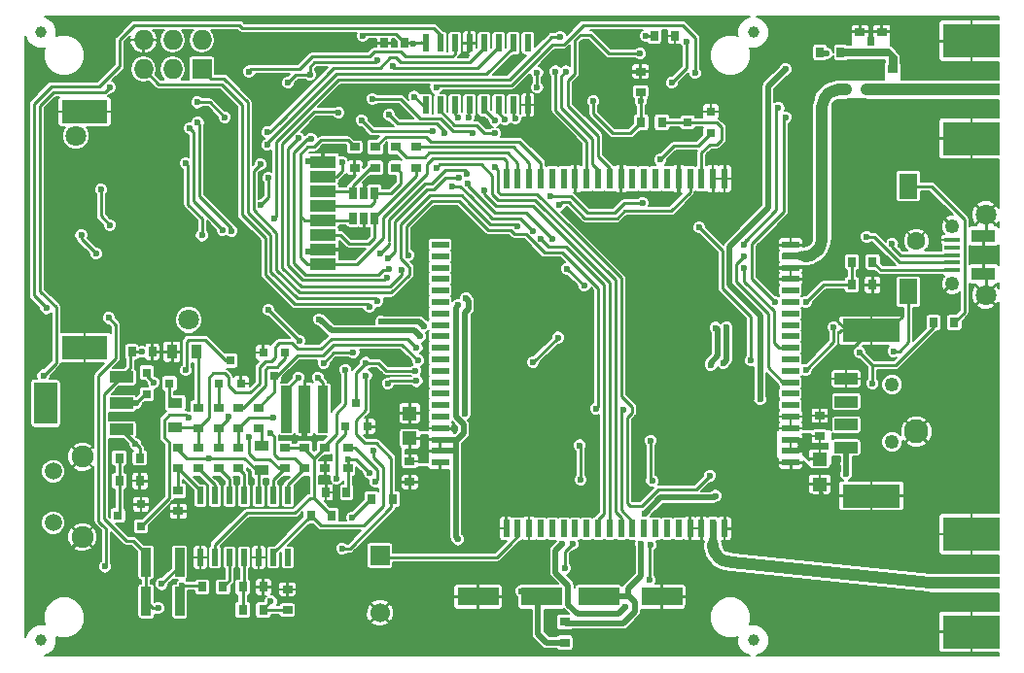
<source format=gtl>
G04 #@! TF.FileFunction,Copper,L1,Top,Signal*
%FSLAX46Y46*%
G04 Gerber Fmt 4.6, Leading zero omitted, Abs format (unit mm)*
G04 Created by KiCad (PCBNEW 4.0.2-stable) date 3/7/2016 10:52:06 AM*
%MOMM*%
G01*
G04 APERTURE LIST*
%ADD10C,0.100000*%
%ADD11R,0.800100X0.800100*%
%ADD12R,3.599180X1.600200*%
%ADD13C,1.700000*%
%ADD14R,1.700000X1.700000*%
%ADD15C,1.000000*%
%ADD16R,0.600000X1.500000*%
%ADD17R,2.032000X3.657600*%
%ADD18R,2.032000X1.016000*%
%ADD19R,0.650000X1.060000*%
%ADD20R,1.250000X1.200000*%
%ADD21R,0.900000X0.700000*%
%ADD22R,0.700000X0.900000*%
%ADD23C,1.250000*%
%ADD24R,2.000000X1.000000*%
%ADD25R,5.000000X2.000000*%
%ADD26C,1.800000*%
%ADD27R,1.350000X0.400000*%
%ADD28R,2.100000X1.100000*%
%ADD29R,5.000000X1.100000*%
%ADD30R,5.000000X3.000000*%
%ADD31R,2.300000X1.000000*%
%ADD32R,4.000000X2.000000*%
%ADD33R,1.600000X2.180000*%
%ADD34C,1.900000*%
%ADD35C,1.500000*%
%ADD36R,0.600000X1.800000*%
%ADD37R,1.500000X0.600000*%
%ADD38R,1.300000X0.900000*%
%ADD39R,0.900000X1.300000*%
%ADD40R,0.900000X0.800000*%
%ADD41R,0.800000X0.900000*%
%ADD42R,1.727200X1.727200*%
%ADD43O,1.727200X1.727200*%
%ADD44C,1.600000*%
%ADD45C,2.100000*%
%ADD46R,0.900000X2.500000*%
%ADD47C,0.600000*%
%ADD48C,0.250000*%
%ADD49C,0.500000*%
%ADD50C,1.050000*%
%ADD51C,0.200000*%
G04 APERTURE END LIST*
D10*
D11*
X51699240Y-48150000D03*
X51699240Y-50050000D03*
X53698220Y-49100000D03*
D12*
X86050820Y-67700000D03*
X80549180Y-67700000D03*
X91049180Y-67700000D03*
X96550820Y-67700000D03*
D13*
X72000000Y-69100000D03*
D14*
X72000000Y-64100000D03*
D15*
X42500000Y-71500000D03*
X42500000Y-18500000D03*
X104500000Y-18500000D03*
X104500000Y-71500000D03*
D16*
X63985000Y-58875000D03*
X62715000Y-58875000D03*
X61445000Y-58875000D03*
X60175000Y-58875000D03*
X58905000Y-58875000D03*
X57635000Y-58875000D03*
X56365000Y-58875000D03*
X56365000Y-64275000D03*
X57635000Y-64275000D03*
X58905000Y-64275000D03*
X60175000Y-64275000D03*
X61445000Y-64275000D03*
X62715000Y-64275000D03*
X63985000Y-64275000D03*
D17*
X42898000Y-50850000D03*
D18*
X49502000Y-50850000D03*
X49502000Y-48564000D03*
X49502000Y-53136000D03*
D16*
X75980000Y-24825000D03*
X77250000Y-24825000D03*
X78520000Y-24825000D03*
X79790000Y-24825000D03*
X81060000Y-24825000D03*
X82330000Y-24825000D03*
X83600000Y-24825000D03*
X84870000Y-24825000D03*
X84870000Y-19425000D03*
X83600000Y-19425000D03*
X82330000Y-19425000D03*
X81060000Y-19425000D03*
X79790000Y-19425000D03*
X78520000Y-19425000D03*
X77250000Y-19425000D03*
X75980000Y-19425000D03*
D19*
X71550000Y-32500000D03*
X70600000Y-32500000D03*
X69650000Y-32500000D03*
X69650000Y-34700000D03*
X71550000Y-34700000D03*
X70600000Y-34700000D03*
D20*
X74600000Y-53900000D03*
X74600000Y-51700000D03*
X110300000Y-55700000D03*
X110300000Y-57900000D03*
D21*
X116650000Y-23500000D03*
X116650000Y-21700000D03*
D22*
X110300000Y-20250000D03*
X112100000Y-20250000D03*
D23*
X116600000Y-54200000D03*
X116600000Y-49200000D03*
D24*
X112600000Y-54700000D03*
X112600000Y-52700000D03*
X112600000Y-50700000D03*
X112600000Y-48700000D03*
D25*
X114800000Y-58900000D03*
X114800000Y-44500000D03*
D26*
X124737460Y-41400900D03*
D27*
X121837460Y-39200900D03*
X121837460Y-38550900D03*
X121837460Y-37900900D03*
X121837460Y-37250900D03*
X121837460Y-36600900D03*
D23*
X121837460Y-40400900D03*
X121837460Y-35400900D03*
D26*
X124737460Y-34400900D03*
D28*
X124550000Y-39550000D03*
X124550000Y-36250000D03*
D29*
X123500000Y-23500000D03*
D30*
X123500000Y-19250000D03*
X123500000Y-27750000D03*
D29*
X123500000Y-66500000D03*
D30*
X123500000Y-62250000D03*
X123500000Y-70750000D03*
D31*
X66995000Y-38670000D03*
X66995000Y-36130000D03*
X66995000Y-33590000D03*
X66995000Y-29780000D03*
X66995000Y-37400000D03*
X66995000Y-34860000D03*
X66995000Y-32320000D03*
X66995000Y-31050000D03*
D32*
X46300000Y-45950000D03*
X46300000Y-25400000D03*
D26*
X45530000Y-27510000D03*
X55330000Y-43560000D03*
D11*
X63750000Y-46399240D03*
X61850000Y-46399240D03*
X62800000Y-48398220D03*
X51200760Y-61550000D03*
X51200760Y-59650000D03*
X49201780Y-60600000D03*
X58000000Y-49100760D03*
X59900000Y-49100760D03*
X58950000Y-47101780D03*
X69000000Y-52850760D03*
X70900000Y-52850760D03*
X69950000Y-50851780D03*
X100800760Y-27300000D03*
X100800760Y-25400000D03*
X98801780Y-26350000D03*
D33*
X117997680Y-41102430D03*
X118002320Y-31897570D03*
D34*
X46100000Y-55500000D03*
X46100000Y-62500000D03*
D35*
X43550000Y-56750000D03*
X43550000Y-61250000D03*
D36*
X102000000Y-31250000D03*
X101000000Y-31250000D03*
X100000000Y-31250000D03*
X99000000Y-31250000D03*
X98000000Y-31250000D03*
X97000000Y-31250000D03*
X96000000Y-31250000D03*
X95000000Y-31250000D03*
X94000000Y-31250000D03*
X93000000Y-31250000D03*
X92000000Y-31250000D03*
X91000000Y-31250000D03*
X90000000Y-31250000D03*
X89000000Y-31250000D03*
X88000000Y-31250000D03*
X87000000Y-31250000D03*
X86000000Y-31250000D03*
X85000000Y-31250000D03*
X84000000Y-31250000D03*
X83000000Y-31250000D03*
D37*
X77250000Y-37000000D03*
X77250000Y-38000000D03*
X77250000Y-39000000D03*
X77250000Y-40000000D03*
X77250000Y-41000000D03*
X77250000Y-42000000D03*
X77250000Y-43000000D03*
X77250000Y-44000000D03*
X77250000Y-45000000D03*
X77250000Y-46000000D03*
X77250000Y-47000000D03*
X77250000Y-48000000D03*
X77250000Y-49000000D03*
X77250000Y-50000000D03*
X77250000Y-51000000D03*
X77250000Y-52000000D03*
X77250000Y-53000000D03*
X77250000Y-54000000D03*
X77250000Y-55000000D03*
X77250000Y-56000000D03*
D16*
X83000000Y-61750000D03*
X84000000Y-61750000D03*
X85000000Y-61750000D03*
X86000000Y-61750000D03*
X87000000Y-61750000D03*
X88000000Y-61750000D03*
X89000000Y-61750000D03*
X90000000Y-61750000D03*
X91000000Y-61750000D03*
X92000000Y-61750000D03*
X93000000Y-61750000D03*
X94000000Y-61750000D03*
X95000000Y-61750000D03*
X96000000Y-61750000D03*
X97000000Y-61750000D03*
X98000000Y-61750000D03*
X99000000Y-61750000D03*
X100000000Y-61750000D03*
X101000000Y-61750000D03*
X102000000Y-61750000D03*
D37*
X107750000Y-56000000D03*
X107750000Y-55000000D03*
X107750000Y-54000000D03*
X107750000Y-53000000D03*
X107750000Y-52000000D03*
X107750000Y-51000000D03*
X107750000Y-50000000D03*
X107750000Y-49000000D03*
X107750000Y-48000000D03*
X107750000Y-47000000D03*
X107750000Y-46000000D03*
X107750000Y-45000000D03*
X107750000Y-44000000D03*
X107750000Y-43000000D03*
X107750000Y-42000000D03*
X107750000Y-41000000D03*
X107750000Y-40000000D03*
X107750000Y-39000000D03*
X107750000Y-38000000D03*
X107750000Y-37000000D03*
D38*
X61700000Y-54550000D03*
X61700000Y-56650000D03*
X54200000Y-52900000D03*
X54200000Y-50800000D03*
D39*
X53900000Y-46350000D03*
X56000000Y-46350000D03*
D10*
G36*
X63400000Y-53400000D02*
X63400000Y-49300000D01*
X64300000Y-49300000D01*
X64300000Y-53400000D01*
X63400000Y-53400000D01*
X63400000Y-53400000D01*
G37*
G36*
X64950000Y-53400000D02*
X64950000Y-49300000D01*
X65950000Y-49300000D01*
X65950000Y-53400000D01*
X64950000Y-53400000D01*
X64950000Y-53400000D01*
G37*
G36*
X66600000Y-53400000D02*
X66600000Y-49300000D01*
X67500000Y-49300000D01*
X67500000Y-53400000D01*
X66600000Y-53400000D01*
X66600000Y-53400000D01*
G37*
D40*
X73400000Y-28500000D03*
X73400000Y-30300000D03*
X71600000Y-28500000D03*
X71600000Y-30300000D03*
X75200000Y-28500000D03*
X75200000Y-30300000D03*
D41*
X96550000Y-26350000D03*
X94750000Y-26350000D03*
X113100000Y-40500000D03*
X114900000Y-40500000D03*
X114900000Y-38500000D03*
X113100000Y-38500000D03*
X120200000Y-43800000D03*
X122000000Y-43800000D03*
D40*
X69200000Y-56500000D03*
X69200000Y-54700000D03*
D41*
X73100000Y-59200000D03*
X71300000Y-59200000D03*
D40*
X56200000Y-53000000D03*
X56200000Y-51200000D03*
D41*
X51100000Y-55600000D03*
X49300000Y-55600000D03*
X51100000Y-57600000D03*
X49300000Y-57600000D03*
D40*
X57950000Y-51200000D03*
X57950000Y-53000000D03*
D41*
X67800000Y-60600000D03*
X66000000Y-60600000D03*
X61850000Y-68850000D03*
X60050000Y-68850000D03*
X58350000Y-66850000D03*
X56550000Y-66850000D03*
D40*
X65450000Y-54700000D03*
X65450000Y-56500000D03*
D41*
X60050000Y-66850000D03*
X61850000Y-66850000D03*
D40*
X63700000Y-54700000D03*
X63700000Y-56500000D03*
X61450000Y-53000000D03*
X61450000Y-51200000D03*
X59700000Y-51200000D03*
X59700000Y-53000000D03*
X56200000Y-56500000D03*
X56200000Y-54700000D03*
X59700000Y-56500000D03*
X59700000Y-54700000D03*
X57950000Y-56500000D03*
X57950000Y-54700000D03*
X54450000Y-60250000D03*
X54450000Y-58450000D03*
X54450000Y-54700000D03*
X54450000Y-56500000D03*
X88100000Y-69900000D03*
X88100000Y-71700000D03*
D22*
X50400000Y-46350000D03*
X52200000Y-46350000D03*
D21*
X63950000Y-68850000D03*
X63950000Y-67050000D03*
D22*
X69100000Y-58600000D03*
X67300000Y-58600000D03*
D21*
X67200000Y-54700000D03*
X67200000Y-56500000D03*
X74600000Y-55900000D03*
X74600000Y-57700000D03*
X110300000Y-53700000D03*
X110300000Y-51900000D03*
D22*
X95900000Y-18800000D03*
X97700000Y-18800000D03*
D21*
X94700000Y-23700000D03*
X94700000Y-21900000D03*
D22*
X74150000Y-19400000D03*
X72350000Y-19400000D03*
D21*
X115700000Y-20250000D03*
X115700000Y-18450000D03*
X69800000Y-28500000D03*
X69800000Y-30300000D03*
X113800000Y-20250000D03*
X113800000Y-18450000D03*
D22*
X114400000Y-23500000D03*
X112600000Y-23500000D03*
D42*
X56500000Y-21700000D03*
D43*
X56500000Y-19160000D03*
X53960000Y-21700000D03*
X53960000Y-19160000D03*
X51420000Y-21700000D03*
X51420000Y-19160000D03*
D44*
X118700000Y-36700000D03*
D45*
X118700000Y-53300000D03*
D46*
X54550000Y-64700000D03*
X51650000Y-64700000D03*
X54550000Y-68100000D03*
X51650000Y-68100000D03*
D47*
X63150000Y-42100000D03*
X60250000Y-42550000D03*
X59800000Y-38150000D03*
X57050000Y-32000000D03*
X53850000Y-32250000D03*
X58800000Y-39500000D03*
X56500000Y-41650000D03*
X49650000Y-45600000D03*
X53900000Y-47400000D03*
X53000000Y-43500000D03*
X51100000Y-42300000D03*
X52900000Y-38300000D03*
X53000000Y-36300000D03*
X68200000Y-43200000D03*
X72100000Y-42700000D03*
X49900000Y-32100000D03*
X68700000Y-37800000D03*
X65800000Y-37600000D03*
X68500000Y-28700000D03*
X72300000Y-53200000D03*
X73000000Y-31500000D03*
X69000000Y-31500000D03*
X47400000Y-27700000D03*
X43800000Y-32400000D03*
X88900000Y-64000000D03*
X84100000Y-63800000D03*
X71200000Y-23400000D03*
X75700000Y-23400000D03*
X58700000Y-26800000D03*
X56500000Y-23800000D03*
X77650000Y-57050000D03*
X78500000Y-53000000D03*
X67200000Y-55650000D03*
X71800000Y-48300000D03*
X72750000Y-47100000D03*
X52700000Y-57600000D03*
X49050000Y-52000000D03*
X81800000Y-47700000D03*
X81800000Y-51300000D03*
X110550000Y-19200000D03*
X112750000Y-18300000D03*
X108350000Y-19550000D03*
X63750000Y-48600000D03*
X53500000Y-60250000D03*
X60700000Y-47750000D03*
X61400000Y-61200000D03*
X56400000Y-67900000D03*
X90800000Y-71600000D03*
X65800000Y-29700000D03*
X61100000Y-24200000D03*
X48800000Y-66700000D03*
X63900000Y-71000000D03*
X54200000Y-71200000D03*
X49100000Y-71100000D03*
X42900000Y-64800000D03*
X104300000Y-55000000D03*
X89900000Y-32900000D03*
X66800000Y-21800000D03*
X69000000Y-27200000D03*
X61700000Y-19300000D03*
X66900000Y-19400000D03*
X68400000Y-19400000D03*
X93250000Y-21750000D03*
X91950000Y-21750000D03*
X93250000Y-23050000D03*
X90000000Y-19700000D03*
X95700000Y-70400000D03*
X80500000Y-69300000D03*
X86500000Y-64100000D03*
X90200000Y-50400000D03*
X86950000Y-51100000D03*
X86900000Y-47300000D03*
X90000000Y-47200000D03*
X97200000Y-47200000D03*
X94700000Y-47200000D03*
X104700000Y-53200000D03*
X115600000Y-69800000D03*
X110800000Y-69600000D03*
X106300000Y-69300000D03*
X98800000Y-66100000D03*
X98800000Y-68700000D03*
X106900000Y-61700000D03*
X57200000Y-29800000D03*
X107750000Y-57150000D03*
X104050000Y-51250000D03*
X100550000Y-40650000D03*
X103250000Y-43800000D03*
X84700000Y-23350000D03*
X58500000Y-20350000D03*
X73250000Y-19500000D03*
X83500000Y-21150000D03*
X89650000Y-24650000D03*
X98000000Y-21400000D03*
X119800000Y-28400000D03*
X115150000Y-28400000D03*
X86750000Y-20850000D03*
X91300000Y-18600000D03*
X96550000Y-33150000D03*
X95600000Y-29000000D03*
X97700000Y-27350000D03*
X99250000Y-29200000D03*
X48650000Y-21050000D03*
X83400000Y-71000000D03*
X93800000Y-63900000D03*
X91000000Y-66300000D03*
X98800000Y-71900000D03*
X77700000Y-65800000D03*
X75900000Y-70300000D03*
X48500000Y-18000000D03*
X46900000Y-21900000D03*
X71100000Y-19400000D03*
X99500000Y-24500000D03*
X115100000Y-52800000D03*
X118700000Y-50800000D03*
X122400000Y-53400000D03*
X124700000Y-59000000D03*
X124500000Y-50300000D03*
X120800000Y-47800000D03*
X123600000Y-44700000D03*
X120900000Y-41900000D03*
X109500000Y-58900000D03*
X117000000Y-61500000D03*
X113000000Y-60900000D03*
X110400000Y-61300000D03*
X99900000Y-55000000D03*
X97200000Y-49000000D03*
X98100000Y-51200000D03*
X95600000Y-51000000D03*
X89800000Y-44500000D03*
X95400000Y-40600000D03*
X88550000Y-34400000D03*
X88300000Y-29400000D03*
X103800000Y-23500000D03*
X104700000Y-29500000D03*
X102000000Y-29300000D03*
X101000000Y-29300000D03*
X104700000Y-25900000D03*
X73600000Y-66000000D03*
X74700000Y-63300000D03*
X74700000Y-59900000D03*
X76400000Y-57500000D03*
X77300000Y-63300000D03*
X77300000Y-60400000D03*
X79700000Y-60850000D03*
X79700000Y-62100000D03*
X79700000Y-40300000D03*
X82400000Y-36900000D03*
X76500000Y-34600000D03*
X86000000Y-18500000D03*
X69800000Y-29400000D03*
X70900000Y-35900000D03*
X64850000Y-20450000D03*
X66000000Y-26700000D03*
X95400000Y-44200000D03*
X65400000Y-53600000D03*
X60700000Y-45300000D03*
X84500000Y-27050000D03*
X86500000Y-25100000D03*
X79400000Y-20400000D03*
X92200000Y-33000000D03*
X81800000Y-44400000D03*
X84600000Y-44100000D03*
X65600000Y-57600000D03*
X67200000Y-57500000D03*
X65700000Y-62200000D03*
X88400000Y-41800000D03*
X91950000Y-23050000D03*
X92600000Y-26350000D03*
X103150000Y-32850000D03*
X104300000Y-33700000D03*
X101250000Y-34550000D03*
X100050000Y-33350000D03*
X56450000Y-60850000D03*
X45900000Y-43700000D03*
X51300000Y-27700000D03*
X51400000Y-25300000D03*
X107750000Y-58900000D03*
X110350000Y-51050000D03*
X116650000Y-42650000D03*
X113150000Y-42050000D03*
X91300000Y-63900000D03*
X81650000Y-62900000D03*
X81700000Y-59100000D03*
X80400000Y-57600000D03*
X94300000Y-71900000D03*
X99800000Y-59900000D03*
X99600000Y-63800000D03*
X101500000Y-66000000D03*
X99900000Y-65000000D03*
X96500000Y-63700000D03*
X96900000Y-60200000D03*
X97900000Y-57300000D03*
X102800000Y-60200000D03*
X101700000Y-59900000D03*
X100700000Y-59900000D03*
X111900000Y-26800000D03*
X115300000Y-24900000D03*
X111900000Y-29500000D03*
X111900000Y-32000000D03*
X111900000Y-34000000D03*
X110500000Y-47900000D03*
X110500000Y-42000000D03*
X112900000Y-24900000D03*
X111900000Y-36300000D03*
X109100000Y-36300000D03*
X117500000Y-24900000D03*
X120100000Y-24900000D03*
X109100000Y-34000000D03*
X109100000Y-31300000D03*
X109100000Y-28800000D03*
X109100000Y-26600000D03*
X109300000Y-23800000D03*
X110700000Y-22200000D03*
X113200000Y-22100000D03*
X115300000Y-22100000D03*
X118300000Y-20300000D03*
X116750000Y-18400000D03*
X120200000Y-18800000D03*
X120100000Y-20500000D03*
X120100000Y-22100000D03*
X118300000Y-22100000D03*
X111250000Y-38400000D03*
X109000000Y-39100000D03*
X105500000Y-38000000D03*
X105500000Y-37000000D03*
X105500000Y-39000000D03*
X104000000Y-66500000D03*
X106400000Y-66700000D03*
X109200000Y-67000000D03*
X111800000Y-67300000D03*
X114900000Y-67600000D03*
X117600000Y-67800000D03*
X120200000Y-68200000D03*
X119900000Y-70600000D03*
X117400000Y-72100000D03*
X112600000Y-71900000D03*
X107500000Y-71900000D03*
X103200000Y-61700000D03*
X102800000Y-63200000D03*
X106100000Y-63600000D03*
X109100000Y-63900000D03*
X111900000Y-64100000D03*
X114600000Y-64400000D03*
X117600000Y-64700000D03*
X120100000Y-64900000D03*
X120100000Y-62500000D03*
X92400000Y-71600000D03*
X75700000Y-42900000D03*
X51300000Y-46350000D03*
X52700000Y-68700000D03*
X62500000Y-68100000D03*
X69200000Y-55700000D03*
X57100000Y-55600000D03*
X71100000Y-56900000D03*
X69000000Y-47900000D03*
X72100000Y-43700000D03*
X79400000Y-51700000D03*
X75800000Y-44100000D03*
X79500000Y-41700000D03*
X87850000Y-63100000D03*
X93400000Y-68600000D03*
X101250000Y-44250000D03*
X100800000Y-47500000D03*
X90100000Y-69200000D03*
X71800000Y-41900000D03*
X71100000Y-42400000D03*
X75200000Y-46000000D03*
X112600000Y-56100000D03*
X112600000Y-57000000D03*
X55450000Y-26850000D03*
X58300000Y-35700000D03*
X61600000Y-30000000D03*
X84000000Y-35400000D03*
X99800000Y-35500000D03*
X104300000Y-47100000D03*
X62200000Y-28300000D03*
X62200000Y-27200000D03*
X69600000Y-60800000D03*
X64900000Y-27700000D03*
X72600000Y-39900000D03*
X56100000Y-24600000D03*
X58500000Y-25900000D03*
X60600000Y-21900000D03*
X64000000Y-22900000D03*
X73100000Y-21400000D03*
X71800000Y-20900000D03*
X65900000Y-22200000D03*
X79650000Y-31650000D03*
X71350000Y-24300000D03*
X80100000Y-27300000D03*
X103700000Y-39000000D03*
X87000000Y-36500000D03*
X72800000Y-25700000D03*
X78300000Y-31900000D03*
X77600000Y-27300000D03*
X103700000Y-38000000D03*
X85300000Y-35800000D03*
X70400000Y-26150000D03*
X76900000Y-30300000D03*
X76600000Y-27100000D03*
X68700000Y-29800000D03*
X59100000Y-35800000D03*
X56150000Y-26350000D03*
X116700000Y-46300000D03*
X54800000Y-66700000D03*
X113800000Y-46400000D03*
X114900000Y-49100000D03*
X109100000Y-47900000D03*
X111500000Y-44200000D03*
X53000000Y-66600000D03*
X75300000Y-47100000D03*
X114400000Y-36300000D03*
X116600000Y-36950000D03*
X102200000Y-44200000D03*
X101900000Y-47350000D03*
X55350000Y-52100000D03*
X52300000Y-49000000D03*
X68200000Y-57400000D03*
X85350000Y-47250000D03*
X70800000Y-47300000D03*
X88300000Y-39100000D03*
X87500000Y-45100000D03*
X75100000Y-48000000D03*
X89800000Y-40600000D03*
X95500000Y-66250000D03*
X95700000Y-57600000D03*
X95600000Y-54100000D03*
X95600000Y-63200000D03*
X82000000Y-26150000D03*
X96400000Y-29600000D03*
X86850000Y-32800000D03*
X94850000Y-33400000D03*
X87700000Y-18900000D03*
X62800000Y-34750000D03*
X94650000Y-20350000D03*
X60600000Y-53800000D03*
X58800000Y-52000000D03*
X62700000Y-52100000D03*
X62500000Y-53400000D03*
X71600000Y-57700000D03*
X71400000Y-55000000D03*
X100750000Y-57150000D03*
X82000000Y-30200000D03*
X82000000Y-27300000D03*
X88200000Y-21900000D03*
X87300000Y-21900000D03*
X79700000Y-25900000D03*
X79600000Y-30800000D03*
X72000000Y-37800000D03*
X67100000Y-47300000D03*
X69700000Y-46400000D03*
X64900000Y-48600000D03*
X66600000Y-48600000D03*
X72700000Y-38200000D03*
X78800000Y-25900000D03*
X78900000Y-31200000D03*
X75200000Y-48900000D03*
X72700000Y-49100000D03*
X66000000Y-27800000D03*
X72800000Y-39100000D03*
X75000000Y-24100000D03*
X48500000Y-23300000D03*
X42700000Y-48400000D03*
X42950000Y-42550000D03*
X107300000Y-25900000D03*
X106400000Y-42000000D03*
X109100000Y-42000000D03*
X68400000Y-25500000D03*
X90800000Y-51300000D03*
X93200000Y-51400000D03*
X73900000Y-39200000D03*
X74500000Y-37900000D03*
X61650000Y-33550000D03*
X62300000Y-31200000D03*
X81100000Y-32300000D03*
X83800000Y-26000000D03*
X66700000Y-43500000D03*
X75500000Y-45000000D03*
X78800000Y-42300000D03*
X78800000Y-62700000D03*
X84300000Y-67200000D03*
X108700000Y-54500000D03*
X101200000Y-58900000D03*
X105100000Y-50500000D03*
X107300000Y-21700000D03*
X94750000Y-63100000D03*
X95050000Y-60450000D03*
X110850000Y-20350000D03*
X95150000Y-18800000D03*
X48400000Y-43400000D03*
X48075000Y-65075000D03*
X55100000Y-47950000D03*
X50800000Y-50800000D03*
X88800000Y-63100000D03*
X88100000Y-65200000D03*
X89400000Y-54500000D03*
X89500000Y-57500000D03*
X50700000Y-54350000D03*
X46000000Y-36200000D03*
X47300000Y-37800000D03*
X48500000Y-35300000D03*
X47700000Y-32200000D03*
X76900000Y-23300000D03*
X99450000Y-22050000D03*
X106700000Y-25100000D03*
X103700000Y-37000000D03*
X86000000Y-36500000D03*
X85700000Y-23300000D03*
X85700000Y-22000000D03*
X82900000Y-26100000D03*
X87650000Y-33500000D03*
X55100000Y-29900000D03*
X56500000Y-36200000D03*
X65000000Y-45400000D03*
X62300000Y-42700000D03*
X68700000Y-63500000D03*
X97400000Y-22900000D03*
X70500000Y-18800000D03*
X94700000Y-24500000D03*
X98700000Y-19300000D03*
X70800000Y-48400000D03*
X74950000Y-19450000D03*
X90600000Y-24500000D03*
D48*
X63350000Y-42300000D02*
X63500000Y-42300000D01*
X63150000Y-42100000D02*
X63350000Y-42300000D01*
X60300000Y-42600000D02*
X60400000Y-42600000D01*
X60250000Y-42550000D02*
X60300000Y-42600000D01*
X58800000Y-39500000D02*
X58800000Y-39150000D01*
X58800000Y-39150000D02*
X59800000Y-38150000D01*
X58850000Y-39550000D02*
X58850000Y-39750000D01*
X58800000Y-39500000D02*
X58850000Y-39550000D01*
X49750000Y-45500000D02*
X49850000Y-45500000D01*
X49650000Y-45600000D02*
X49750000Y-45500000D01*
X53900000Y-46350000D02*
X53900000Y-47400000D01*
X53000000Y-43500000D02*
X53000000Y-43700000D01*
X51100000Y-42300000D02*
X51100000Y-42000000D01*
X68200000Y-43200000D02*
X68100000Y-43100000D01*
X67500000Y-43100000D02*
X68100000Y-43100000D01*
X75700000Y-42900000D02*
X72300000Y-42900000D01*
X72300000Y-42900000D02*
X72100000Y-42700000D01*
X66995000Y-37400000D02*
X68600000Y-37400000D01*
X68600000Y-37700000D02*
X68700000Y-37800000D01*
X68600000Y-37400000D02*
X68600000Y-37700000D01*
X66995000Y-37400000D02*
X66000000Y-37400000D01*
X66000000Y-37400000D02*
X65800000Y-37600000D01*
X66995000Y-29780000D02*
X67000000Y-29775000D01*
X67000000Y-29775000D02*
X67000000Y-28800000D01*
X68400000Y-28800000D02*
X68500000Y-28700000D01*
X67000000Y-28800000D02*
X68400000Y-28800000D01*
X70900000Y-52850760D02*
X71950760Y-52850760D01*
X71950760Y-52850760D02*
X72300000Y-53200000D01*
X72550000Y-31050000D02*
X72500000Y-31000000D01*
X73000000Y-31500000D02*
X72550000Y-31050000D01*
X69000000Y-31500000D02*
X69100000Y-31400000D01*
X43800000Y-32400000D02*
X43800000Y-36600000D01*
X43800000Y-31300000D02*
X43800000Y-32400000D01*
X47400000Y-27700000D02*
X43800000Y-31300000D01*
X71200000Y-23400000D02*
X75700000Y-23400000D01*
X69000000Y-26200000D02*
X70400000Y-24800000D01*
X70400000Y-24800000D02*
X70400000Y-24200000D01*
X70400000Y-24200000D02*
X71200000Y-23400000D01*
X69000000Y-27200000D02*
X69000000Y-26200000D01*
X58700000Y-26800000D02*
X59300000Y-26200000D01*
X57200000Y-28300000D02*
X58700000Y-26800000D01*
X57200000Y-29800000D02*
X57200000Y-28300000D01*
X57900000Y-23800000D02*
X56500000Y-23800000D01*
X59300000Y-25200000D02*
X57900000Y-23800000D01*
X59300000Y-26200000D02*
X59300000Y-25200000D01*
X77250000Y-53000000D02*
X78500000Y-53000000D01*
X67200000Y-56500000D02*
X67200000Y-55650000D01*
X72750000Y-47100000D02*
X72950000Y-46900000D01*
X52700000Y-57600000D02*
X52700000Y-54000000D01*
X51100000Y-57600000D02*
X52700000Y-57600000D01*
X50700000Y-52000000D02*
X49050000Y-52000000D01*
X52700000Y-54000000D02*
X50700000Y-52000000D01*
X110300000Y-51900000D02*
X111400000Y-51900000D01*
X111400000Y-51900000D02*
X111600000Y-51700000D01*
X114800000Y-44500000D02*
X112700000Y-44500000D01*
X112700000Y-44500000D02*
X111950000Y-43750000D01*
X114800000Y-44500000D02*
X116250000Y-44500000D01*
X116250000Y-44500000D02*
X117500000Y-43250000D01*
X114800000Y-44500000D02*
X114700000Y-44500000D01*
X114700000Y-44500000D02*
X113300000Y-45900000D01*
X114800000Y-44500000D02*
X112150000Y-44500000D01*
X112150000Y-44500000D02*
X112000000Y-44650000D01*
X81800000Y-47700000D02*
X81800000Y-51300000D01*
X81800000Y-44400000D02*
X81800000Y-47700000D01*
X110600000Y-19150000D02*
X110600000Y-18800000D01*
X110550000Y-19200000D02*
X110600000Y-19150000D01*
X108400000Y-19600000D02*
X108400000Y-20600000D01*
X108350000Y-19550000D02*
X108400000Y-19600000D01*
X65450000Y-51350000D02*
X65450000Y-48950000D01*
X64700000Y-47650000D02*
X63750000Y-48600000D01*
X65450000Y-47650000D02*
X64700000Y-47650000D01*
X65750000Y-47950000D02*
X65450000Y-47650000D01*
X65750000Y-48650000D02*
X65750000Y-47950000D01*
X65450000Y-48950000D02*
X65750000Y-48650000D01*
X54450000Y-60250000D02*
X53500000Y-60250000D01*
X61445000Y-64275000D02*
X61445000Y-61245000D01*
X61445000Y-61245000D02*
X61400000Y-61200000D01*
X90800000Y-71600000D02*
X91000000Y-71600000D01*
X49100000Y-71100000D02*
X49100000Y-67000000D01*
X49100000Y-67000000D02*
X48800000Y-66700000D01*
X46100000Y-62500000D02*
X43800000Y-64800000D01*
X65500000Y-71000000D02*
X68500000Y-68000000D01*
X63900000Y-71000000D02*
X65500000Y-71000000D01*
X54100000Y-71100000D02*
X54200000Y-71200000D01*
X49100000Y-71100000D02*
X54100000Y-71100000D01*
X43800000Y-64800000D02*
X42900000Y-64800000D01*
X92200000Y-33000000D02*
X90000000Y-33000000D01*
X90000000Y-33000000D02*
X89900000Y-32900000D01*
X66700000Y-21900000D02*
X66700000Y-22100000D01*
X66800000Y-21800000D02*
X66700000Y-21900000D01*
X57200000Y-29800000D02*
X58900000Y-29800000D01*
X66000000Y-26700000D02*
X68500000Y-26700000D01*
X68500000Y-26700000D02*
X69000000Y-27200000D01*
X68400000Y-19400000D02*
X66900000Y-19400000D01*
X94700000Y-21900000D02*
X93400000Y-21900000D01*
X93400000Y-21900000D02*
X93250000Y-21750000D01*
X91950000Y-21750000D02*
X91950000Y-21650000D01*
X93250000Y-23050000D02*
X91950000Y-21750000D01*
X91950000Y-21650000D02*
X90000000Y-19700000D01*
X95300000Y-70400000D02*
X95200000Y-70300000D01*
X95700000Y-70400000D02*
X95300000Y-70400000D01*
X80549180Y-67700000D02*
X80500000Y-67749180D01*
X80500000Y-67749180D02*
X80500000Y-69300000D01*
X84100000Y-63800000D02*
X84400000Y-64100000D01*
X84400000Y-64100000D02*
X86500000Y-64100000D01*
X87000000Y-47200000D02*
X86900000Y-47300000D01*
X90000000Y-47200000D02*
X87000000Y-47200000D01*
X94700000Y-47200000D02*
X97200000Y-47200000D01*
X104050000Y-51250000D02*
X104700000Y-51900000D01*
X104700000Y-51900000D02*
X104700000Y-53200000D01*
X107500000Y-71900000D02*
X106300000Y-70700000D01*
X115400000Y-69600000D02*
X115600000Y-69800000D01*
X110800000Y-69600000D02*
X115400000Y-69600000D01*
X106300000Y-70700000D02*
X106300000Y-69300000D01*
X98800000Y-71900000D02*
X98800000Y-68700000D01*
X98800000Y-65900000D02*
X98700000Y-65800000D01*
X98800000Y-66100000D02*
X98800000Y-65900000D01*
X106900000Y-61700000D02*
X106100000Y-61700000D01*
X57200000Y-29800000D02*
X57900000Y-29800000D01*
X57200000Y-29800000D02*
X57200000Y-30100000D01*
X107750000Y-56000000D02*
X107750000Y-57150000D01*
X103200000Y-52100000D02*
X104050000Y-51250000D01*
X99900000Y-55000000D02*
X103100000Y-55000000D01*
X103100000Y-55000000D02*
X103200000Y-54900000D01*
X103200000Y-54900000D02*
X103200000Y-52100000D01*
X100550000Y-40650000D02*
X100550000Y-41100000D01*
X100550000Y-41100000D02*
X103250000Y-43800000D01*
X84870000Y-24825000D02*
X84870000Y-23520000D01*
X84870000Y-23520000D02*
X84700000Y-23350000D01*
X64850000Y-20450000D02*
X58600000Y-20450000D01*
X58600000Y-20450000D02*
X58500000Y-20350000D01*
X66000000Y-26700000D02*
X67350000Y-26700000D01*
X72350000Y-19400000D02*
X73150000Y-19400000D01*
X73150000Y-19400000D02*
X73250000Y-19500000D01*
X83500000Y-21150000D02*
X83406801Y-21243199D01*
X83406801Y-21243199D02*
X83106801Y-21243199D01*
X83106801Y-21243199D02*
X82900000Y-21450000D01*
X89650000Y-24650000D02*
X89750000Y-24750000D01*
X89750000Y-24750000D02*
X89750000Y-24900000D01*
X98000000Y-21400000D02*
X98000000Y-21300000D01*
X98000000Y-21300000D02*
X97900000Y-21200000D01*
X119800000Y-28400000D02*
X115150000Y-28400000D01*
X86750000Y-20850000D02*
X86950000Y-20850000D01*
X97450000Y-33200000D02*
X97400000Y-33150000D01*
X98000000Y-32650000D02*
X97450000Y-33200000D01*
X98000000Y-31250000D02*
X98000000Y-32650000D01*
X97400000Y-33150000D02*
X96550000Y-33150000D01*
X98000000Y-31250000D02*
X98000000Y-29700000D01*
X93000000Y-29800000D02*
X93800000Y-29000000D01*
X93800000Y-29000000D02*
X95600000Y-29000000D01*
X93000000Y-29800000D02*
X93000000Y-31250000D01*
X96050000Y-29000000D02*
X95600000Y-29000000D01*
X97700000Y-27350000D02*
X96050000Y-29000000D01*
X98500000Y-29200000D02*
X99250000Y-29200000D01*
X98000000Y-29700000D02*
X98500000Y-29200000D01*
X48500000Y-18000000D02*
X48650000Y-18150000D01*
X48650000Y-18150000D02*
X48650000Y-21050000D01*
X83400000Y-71000000D02*
X83600000Y-71000000D01*
X91300000Y-63900000D02*
X93750000Y-63850000D01*
X93750000Y-63850000D02*
X93800000Y-63900000D01*
X99900000Y-65000000D02*
X99900000Y-70800000D01*
X99900000Y-70800000D02*
X98800000Y-71900000D01*
X77700000Y-68500000D02*
X77700000Y-65800000D01*
X75900000Y-70300000D02*
X77700000Y-68500000D01*
X48500000Y-18000000D02*
X48800000Y-18000000D01*
X72350000Y-19400000D02*
X71500000Y-19400000D01*
X71500000Y-19400000D02*
X71100000Y-19400000D01*
X99700000Y-24700000D02*
X99800000Y-24700000D01*
X99500000Y-24500000D02*
X99700000Y-24700000D01*
X121000000Y-41800000D02*
X121100000Y-41800000D01*
X111600000Y-51700000D02*
X114000000Y-51700000D01*
X114000000Y-51700000D02*
X115100000Y-52800000D01*
X118700000Y-50800000D02*
X119800000Y-50800000D01*
X119800000Y-50800000D02*
X122400000Y-53400000D01*
X124700000Y-59000000D02*
X124500000Y-58800000D01*
X124500000Y-58800000D02*
X124500000Y-50300000D01*
X120800000Y-47800000D02*
X123600000Y-45000000D01*
X123600000Y-45000000D02*
X123600000Y-44700000D01*
X120900000Y-41900000D02*
X121000000Y-41800000D01*
X109500000Y-58900000D02*
X109500000Y-60400000D01*
X113600000Y-61500000D02*
X117000000Y-61500000D01*
X113000000Y-60900000D02*
X113600000Y-61500000D01*
X109500000Y-60400000D02*
X110400000Y-61300000D01*
X98100000Y-51200000D02*
X98100000Y-53200000D01*
X98100000Y-53200000D02*
X99900000Y-55000000D01*
X97200000Y-49000000D02*
X97200000Y-48400000D01*
X95800000Y-51200000D02*
X98100000Y-51200000D01*
X95600000Y-51000000D02*
X95800000Y-51200000D01*
X88400000Y-41800000D02*
X88400000Y-43100000D01*
X88400000Y-43100000D02*
X89800000Y-44500000D01*
X95400000Y-44200000D02*
X95400000Y-40600000D01*
X88400000Y-29500000D02*
X88800000Y-29500000D01*
X88300000Y-29400000D02*
X88400000Y-29500000D01*
X104700000Y-25900000D02*
X104700000Y-24400000D01*
X104700000Y-24400000D02*
X103800000Y-23500000D01*
X103150000Y-32850000D02*
X103150000Y-31050000D01*
X103150000Y-31050000D02*
X104700000Y-29500000D01*
X102000000Y-29300000D02*
X102000000Y-31250000D01*
X101300000Y-29300000D02*
X101000000Y-29300000D01*
X104700000Y-25900000D02*
X101300000Y-29300000D01*
X77300000Y-60400000D02*
X76400000Y-59500000D01*
X70500000Y-66000000D02*
X68500000Y-68000000D01*
X68500000Y-68000000D02*
X68400000Y-68100000D01*
X73600000Y-66000000D02*
X70500000Y-66000000D01*
X74700000Y-59900000D02*
X74700000Y-63300000D01*
X76400000Y-59500000D02*
X76400000Y-57500000D01*
X77300000Y-60400000D02*
X77300000Y-63300000D01*
X79700000Y-62100000D02*
X79700000Y-60850000D01*
X81800000Y-43600000D02*
X79700000Y-40300000D01*
X82400000Y-36900000D02*
X78800000Y-36900000D01*
X78800000Y-36900000D02*
X76500000Y-34600000D01*
X81800000Y-43600000D02*
X81800000Y-44400000D01*
X66995000Y-29780000D02*
X67520000Y-29780000D01*
X70600000Y-32500000D02*
X70600000Y-31900000D01*
X71500000Y-29400000D02*
X69800000Y-29400000D01*
X72500000Y-29400000D02*
X71500000Y-29400000D01*
X72500000Y-31000000D02*
X72500000Y-29400000D01*
X72200000Y-31300000D02*
X72500000Y-31000000D01*
X71200000Y-31300000D02*
X72200000Y-31300000D01*
X70600000Y-31900000D02*
X71200000Y-31300000D01*
X70600000Y-34700000D02*
X70600000Y-35600000D01*
X70600000Y-35600000D02*
X70900000Y-35900000D01*
X66000000Y-26700000D02*
X65700000Y-26700000D01*
X124550000Y-39550000D02*
X124737460Y-39737460D01*
X124737460Y-39737460D02*
X124737460Y-41400900D01*
X124737460Y-34400900D02*
X124737460Y-36062540D01*
X124737460Y-36062540D02*
X124550000Y-36250000D01*
X95400000Y-44200000D02*
X95700000Y-44200000D01*
X65450000Y-53550000D02*
X65400000Y-53600000D01*
X65450000Y-53550000D02*
X65450000Y-51350000D01*
X60700000Y-45300000D02*
X60700000Y-45100000D01*
X65700000Y-62200000D02*
X66300000Y-63400000D01*
X66300000Y-63400000D02*
X72000000Y-69100000D01*
X84870000Y-24825000D02*
X84870000Y-26530000D01*
X84200000Y-27200000D02*
X84500000Y-27050000D01*
X84870000Y-26530000D02*
X84200000Y-27200000D01*
X79790000Y-19425000D02*
X79790000Y-20010000D01*
X79790000Y-20010000D02*
X79400000Y-20400000D01*
X92200000Y-33000000D02*
X92600000Y-33000000D01*
X82100000Y-44100000D02*
X81800000Y-44400000D01*
X84600000Y-44100000D02*
X82100000Y-44100000D01*
X65500000Y-57700000D02*
X65500000Y-57900000D01*
X65600000Y-57600000D02*
X65500000Y-57700000D01*
X67200000Y-56500000D02*
X67200000Y-57500000D01*
X67300000Y-57600000D02*
X67200000Y-57500000D01*
X67300000Y-57600000D02*
X67300000Y-58600000D01*
X88400000Y-41800000D02*
X88700000Y-41800000D01*
X92600000Y-26350000D02*
X92600000Y-26300000D01*
X103150000Y-32850000D02*
X103150000Y-32950000D01*
X103150000Y-32950000D02*
X104300000Y-33700000D01*
X101000000Y-31250000D02*
X101000000Y-32400000D01*
X101000000Y-32400000D02*
X100050000Y-33350000D01*
X56450000Y-60850000D02*
X56700000Y-60850000D01*
X51400000Y-25300000D02*
X51400000Y-25500000D01*
X109500000Y-58900000D02*
X107750000Y-58900000D01*
X110500000Y-58750000D02*
X110350000Y-58900000D01*
X110350000Y-58900000D02*
X109500000Y-58900000D01*
X110300000Y-57900000D02*
X110500000Y-58750000D01*
X112900000Y-41800000D02*
X112800000Y-41800000D01*
X113150000Y-42050000D02*
X112900000Y-41800000D01*
X84150000Y-63850000D02*
X84350000Y-63850000D01*
X84100000Y-63800000D02*
X84150000Y-63850000D01*
X91350000Y-63950000D02*
X92600000Y-63900000D01*
X91300000Y-63900000D02*
X91350000Y-63950000D01*
X81550000Y-63000000D02*
X81400000Y-63000000D01*
X81650000Y-62900000D02*
X81550000Y-63000000D01*
X81800000Y-59200000D02*
X82350000Y-60350000D01*
X81700000Y-59100000D02*
X81800000Y-59200000D01*
X80450000Y-57650000D02*
X80950000Y-57650000D01*
X80400000Y-57600000D02*
X80450000Y-57650000D01*
X101500000Y-66000000D02*
X100900000Y-66000000D01*
X99900000Y-65000000D02*
X100900000Y-66000000D01*
X100000000Y-62800000D02*
X99600000Y-63800000D01*
X100000000Y-62800000D02*
X100000000Y-61750000D01*
X96500000Y-63700000D02*
X96700000Y-63700000D01*
X96900000Y-60200000D02*
X97100000Y-60200000D01*
X98000000Y-57200000D02*
X98000000Y-57100000D01*
X97900000Y-57300000D02*
X98000000Y-57200000D01*
X102800000Y-60200000D02*
X102400000Y-60200000D01*
X102000000Y-60600000D02*
X102000000Y-61750000D01*
X102400000Y-60200000D02*
X102000000Y-60600000D01*
X103200000Y-61700000D02*
X103200000Y-60600000D01*
X103200000Y-60600000D02*
X102800000Y-60200000D01*
X101700000Y-59900000D02*
X100700000Y-59900000D01*
X111900000Y-32000000D02*
X111900000Y-29500000D01*
X111900000Y-35800000D02*
X111900000Y-34000000D01*
X111900000Y-37400000D02*
X111900000Y-36300000D01*
X111900000Y-35800000D02*
X111900000Y-37400000D01*
X114900000Y-40500000D02*
X114900000Y-40300000D01*
X110500000Y-42000000D02*
X110900000Y-42000000D01*
X113000000Y-25000000D02*
X113300000Y-25500000D01*
X112900000Y-24900000D02*
X113000000Y-25000000D01*
X111250000Y-38400000D02*
X111250000Y-38300000D01*
X111250000Y-38300000D02*
X111900000Y-36300000D01*
X109100000Y-36300000D02*
X109100000Y-34300000D01*
X120100000Y-24900000D02*
X117500000Y-24900000D01*
X109000000Y-37000000D02*
X109100000Y-36900000D01*
X109100000Y-36900000D02*
X109100000Y-36300000D01*
X109100000Y-34300000D02*
X109100000Y-34000000D01*
X109100000Y-31300000D02*
X109100000Y-28800000D01*
X109100000Y-26600000D02*
X109300000Y-26400000D01*
X109300000Y-26400000D02*
X109300000Y-23800000D01*
X110700000Y-22200000D02*
X111000000Y-21900000D01*
X111000000Y-21900000D02*
X113200000Y-22100000D01*
X107750000Y-37000000D02*
X109000000Y-37000000D01*
X118300000Y-20200000D02*
X118300000Y-20300000D01*
X116750000Y-18400000D02*
X118300000Y-20200000D01*
X120200000Y-20400000D02*
X120200000Y-18800000D01*
X120100000Y-20500000D02*
X120200000Y-20400000D01*
X118300000Y-22100000D02*
X120100000Y-22100000D01*
X107750000Y-39000000D02*
X108800000Y-38900000D01*
X111250000Y-38400000D02*
X111250000Y-38300000D01*
X108800000Y-38900000D02*
X109000000Y-39100000D01*
X105500000Y-38000000D02*
X105500000Y-38100000D01*
X107750000Y-37000000D02*
X105500000Y-37000000D01*
X107750000Y-39000000D02*
X105500000Y-39000000D01*
X99000000Y-61000000D02*
X99000000Y-61750000D01*
X107000000Y-71400000D02*
X107000000Y-71000000D01*
X104000000Y-66500000D02*
X104200000Y-66700000D01*
X104200000Y-66700000D02*
X106400000Y-66700000D01*
X109200000Y-67000000D02*
X109500000Y-67300000D01*
X109500000Y-67300000D02*
X111800000Y-67300000D01*
X114900000Y-67600000D02*
X115100000Y-67800000D01*
X115100000Y-67800000D02*
X117600000Y-67800000D01*
X120200000Y-68200000D02*
X119900000Y-68500000D01*
X119900000Y-68500000D02*
X119900000Y-70600000D01*
X117400000Y-72100000D02*
X117200000Y-71900000D01*
X117200000Y-71900000D02*
X112600000Y-71900000D01*
X107500000Y-71900000D02*
X107000000Y-71400000D01*
X102000000Y-61750000D02*
X102050000Y-61700000D01*
X102050000Y-61700000D02*
X103200000Y-61700000D01*
X102800000Y-63200000D02*
X105700000Y-63200000D01*
X105700000Y-63200000D02*
X106100000Y-63600000D01*
X109100000Y-63900000D02*
X111700000Y-63900000D01*
X111700000Y-63900000D02*
X111900000Y-64100000D01*
X114600000Y-64400000D02*
X117300000Y-64400000D01*
X117300000Y-64400000D02*
X117600000Y-64700000D01*
X120100000Y-64900000D02*
X120100000Y-62500000D01*
X92400000Y-71600000D02*
X92100000Y-71600000D01*
X75700000Y-42900000D02*
X75600000Y-43000000D01*
X49900000Y-34100000D02*
X49900000Y-32100000D01*
X49900000Y-34900000D02*
X49900000Y-34100000D01*
X51300000Y-46350000D02*
X50400000Y-46350000D01*
X50200000Y-62800000D02*
X50500000Y-62800000D01*
X50500000Y-62800000D02*
X51650000Y-63950000D01*
X51650000Y-63950000D02*
X51650000Y-64700000D01*
X63950000Y-68850000D02*
X61850000Y-68850000D01*
X49502000Y-48564000D02*
X48000000Y-50066000D01*
X48000000Y-60900000D02*
X48700000Y-61600000D01*
X48000000Y-50066000D02*
X48000000Y-60900000D01*
X48700000Y-61600000D02*
X49900000Y-62800000D01*
X49900000Y-62800000D02*
X50200000Y-62800000D01*
X52250000Y-68700000D02*
X51650000Y-68100000D01*
X52700000Y-68700000D02*
X52250000Y-68700000D01*
X51650000Y-68100000D02*
X51650000Y-64700000D01*
X61850000Y-68850000D02*
X61850000Y-68750000D01*
X61850000Y-68750000D02*
X62500000Y-68100000D01*
X50350000Y-46350000D02*
X50300000Y-46350000D01*
X50300000Y-46350000D02*
X50300000Y-47766000D01*
X50300000Y-47766000D02*
X49502000Y-48564000D01*
X71100000Y-56900000D02*
X69900000Y-55700000D01*
X69900000Y-55700000D02*
X69200000Y-55700000D01*
X61700000Y-56650000D02*
X61250000Y-56650000D01*
X61250000Y-56650000D02*
X60200000Y-55600000D01*
X57100000Y-55600000D02*
X57200000Y-55600000D01*
X69200000Y-56500000D02*
X69200000Y-58500000D01*
X69200000Y-58500000D02*
X69100000Y-58600000D01*
X69200000Y-55700000D02*
X69200000Y-56500000D01*
X69200000Y-56500000D02*
X69100000Y-56600000D01*
X61445000Y-58875000D02*
X61445000Y-56905000D01*
X61445000Y-56905000D02*
X61700000Y-56650000D01*
X54450000Y-54700000D02*
X54450000Y-54850000D01*
X54450000Y-54850000D02*
X55200000Y-55600000D01*
X55200000Y-55600000D02*
X57200000Y-55600000D01*
X57200000Y-55600000D02*
X60200000Y-55600000D01*
X66300000Y-59100000D02*
X65900000Y-59100000D01*
X57635000Y-63165000D02*
X57635000Y-64275000D01*
X60400000Y-60400000D02*
X57635000Y-63165000D01*
X64600000Y-60400000D02*
X60400000Y-60400000D01*
X65900000Y-59100000D02*
X64600000Y-60400000D01*
X67800000Y-60600000D02*
X66800000Y-59600000D01*
X66800000Y-59600000D02*
X66300000Y-59100000D01*
X66300000Y-59100000D02*
X66300000Y-55600000D01*
X68200000Y-51900000D02*
X68200000Y-51700000D01*
X69000000Y-50900000D02*
X69000000Y-47900000D01*
X68200000Y-51700000D02*
X69000000Y-50900000D01*
X65450000Y-54700000D02*
X65450000Y-54750000D01*
X65450000Y-54750000D02*
X66300000Y-55600000D01*
X66300000Y-55600000D02*
X67200000Y-54700000D01*
X67200000Y-54700000D02*
X67200000Y-54500000D01*
X67200000Y-54500000D02*
X68200000Y-53500000D01*
X68200000Y-53500000D02*
X68200000Y-51900000D01*
X63700000Y-54700000D02*
X65450000Y-54700000D01*
D49*
X72100000Y-43700000D02*
X75400000Y-43700000D01*
X79700000Y-42600000D02*
X79700000Y-41900000D01*
X79400000Y-42900000D02*
X79700000Y-42600000D01*
X79400000Y-51700000D02*
X79400000Y-42900000D01*
X75800000Y-44100000D02*
X75400000Y-43700000D01*
X79700000Y-41900000D02*
X79500000Y-41700000D01*
X88400000Y-66800000D02*
X88400000Y-66700000D01*
X89200000Y-69200000D02*
X88400000Y-68400000D01*
X88400000Y-68400000D02*
X88400000Y-66800000D01*
X90100000Y-69200000D02*
X89200000Y-69200000D01*
X88400000Y-66700000D02*
X87300000Y-65600000D01*
X87300000Y-65600000D02*
X87300000Y-63650000D01*
X87300000Y-63650000D02*
X87850000Y-63100000D01*
X92800000Y-69200000D02*
X92400000Y-69200000D01*
X93400000Y-68600000D02*
X92800000Y-69200000D01*
X101400000Y-44400000D02*
X101250000Y-44250000D01*
X101400000Y-46699998D02*
X101400000Y-44400000D01*
X100800000Y-47299998D02*
X101400000Y-46699998D01*
X100800000Y-47500000D02*
X100800000Y-47299998D01*
X90100000Y-69200000D02*
X90900000Y-69200000D01*
X92400000Y-69200000D02*
X90900000Y-69200000D01*
D48*
X62500000Y-37050000D02*
X62500000Y-36200000D01*
X60500000Y-34200000D02*
X60500000Y-33600000D01*
X62500000Y-36200000D02*
X60500000Y-34200000D01*
X60500000Y-33600000D02*
X60500000Y-29400000D01*
X71800000Y-41900000D02*
X71600000Y-41700000D01*
X71600000Y-41700000D02*
X64800000Y-41700000D01*
X62500000Y-37050000D02*
X62500000Y-39400000D01*
X62500000Y-39400000D02*
X64800000Y-41700000D01*
X60500000Y-29400000D02*
X60500000Y-28300000D01*
X60500000Y-28300000D02*
X60500000Y-27300000D01*
X60500000Y-24800000D02*
X60500000Y-24600000D01*
X60500000Y-25400000D02*
X60500000Y-27300000D01*
X60500000Y-25400000D02*
X60500000Y-24800000D01*
X60500000Y-24600000D02*
X58400000Y-22500000D01*
X58400000Y-22500000D02*
X57300000Y-22500000D01*
X57300000Y-22500000D02*
X56500000Y-21700000D01*
X62000000Y-37150000D02*
X62000000Y-36400000D01*
X60000000Y-34400000D02*
X60000000Y-33650000D01*
X62000000Y-36400000D02*
X60000000Y-34400000D01*
X60000000Y-33650000D02*
X60000000Y-29400000D01*
X71100000Y-42400000D02*
X70900000Y-42200000D01*
X70900000Y-42200000D02*
X64600000Y-42200000D01*
X64600000Y-42200000D02*
X62000000Y-39600000D01*
X62000000Y-39600000D02*
X62000000Y-37150000D01*
X60000000Y-29400000D02*
X60000000Y-28700000D01*
X60000000Y-28700000D02*
X60000000Y-27700000D01*
X58200000Y-23000000D02*
X60000000Y-24800000D01*
X58200000Y-23000000D02*
X57300000Y-23000000D01*
X57300000Y-23000000D02*
X52720000Y-23000000D01*
X60000000Y-27700000D02*
X60000000Y-24800000D01*
X52720000Y-23000000D02*
X51420000Y-21700000D01*
X65350000Y-46100000D02*
X66900000Y-46100000D01*
X66900000Y-46100000D02*
X67800000Y-45200000D01*
X63800000Y-45600000D02*
X64300000Y-45600000D01*
X64800000Y-46100000D02*
X65350000Y-46100000D01*
X64300000Y-45600000D02*
X64800000Y-46100000D01*
X62850000Y-46850000D02*
X62850000Y-45950000D01*
X62850000Y-45950000D02*
X63000000Y-45800000D01*
X61900000Y-47300000D02*
X62050000Y-47150000D01*
X74400000Y-45200000D02*
X67800000Y-45200000D01*
X75200000Y-46000000D02*
X74400000Y-45200000D01*
X63600000Y-45600000D02*
X63200000Y-45600000D01*
X63200000Y-45600000D02*
X63000000Y-45800000D01*
X63800000Y-45600000D02*
X63600000Y-45600000D01*
X62850000Y-46850000D02*
X62600000Y-47100000D01*
X60700000Y-49900000D02*
X61500000Y-49100000D01*
X61500000Y-49100000D02*
X61500000Y-47700000D01*
X61500000Y-47700000D02*
X61900000Y-47300000D01*
X60700000Y-49900000D02*
X60300000Y-49900000D01*
X62550000Y-47150000D02*
X62600000Y-47100000D01*
X62050000Y-47150000D02*
X62550000Y-47150000D01*
X57100000Y-52100000D02*
X56200000Y-53000000D01*
X60300000Y-49900000D02*
X59400000Y-49900000D01*
X59400000Y-49900000D02*
X58800000Y-49300000D01*
X58800000Y-49300000D02*
X58800000Y-48500000D01*
X58800000Y-48500000D02*
X58500000Y-48200000D01*
X58500000Y-48200000D02*
X57500000Y-48200000D01*
X57500000Y-48200000D02*
X57100000Y-48600000D01*
X57100000Y-48600000D02*
X57100000Y-52100000D01*
X60500000Y-49900000D02*
X60300000Y-49900000D01*
X56200000Y-53000000D02*
X56200000Y-54700000D01*
X54200000Y-52900000D02*
X56100000Y-52900000D01*
X56100000Y-52900000D02*
X56200000Y-53000000D01*
D49*
X112600000Y-54700000D02*
X112600000Y-56100000D01*
X112600000Y-57000000D02*
X112600000Y-56100000D01*
D48*
X55800000Y-31750000D02*
X55800000Y-31200000D01*
X55800000Y-27900000D02*
X55800000Y-31200000D01*
X55800000Y-27900000D02*
X55800000Y-27200000D01*
X55800000Y-27200000D02*
X55450000Y-26850000D01*
X55800000Y-33200000D02*
X55800000Y-31750000D01*
X58300000Y-35700000D02*
X55800000Y-33200000D01*
X63000000Y-36550000D02*
X63000000Y-36000000D01*
X61000000Y-34000000D02*
X61000000Y-33400000D01*
X63000000Y-36000000D02*
X61000000Y-34000000D01*
X76800000Y-32700000D02*
X76350002Y-32700000D01*
X73800000Y-35250002D02*
X73800000Y-35300000D01*
X76350002Y-32700000D02*
X73800000Y-35250002D01*
X61000000Y-30600000D02*
X61000000Y-31500000D01*
X61600000Y-30000000D02*
X61000000Y-30600000D01*
X61000000Y-33400000D02*
X61000000Y-31500000D01*
X74400000Y-38800000D02*
X74600000Y-39000000D01*
X74600000Y-39000000D02*
X74600000Y-39600000D01*
X74600000Y-39600000D02*
X73000000Y-41200000D01*
X73000000Y-41200000D02*
X65000000Y-41200000D01*
X63000000Y-39200000D02*
X63000000Y-36550000D01*
X65000000Y-41200000D02*
X63000000Y-39200000D01*
X73800000Y-36000000D02*
X73800000Y-38200000D01*
X79100000Y-32700000D02*
X76800000Y-32700000D01*
X73800000Y-35300000D02*
X73800000Y-36000000D01*
X79850000Y-33450000D02*
X79100000Y-32700000D01*
X73800000Y-38200000D02*
X74400000Y-38800000D01*
X81600000Y-35200000D02*
X79850000Y-33450000D01*
X79850000Y-33450000D02*
X79800000Y-33400000D01*
X83800000Y-35200000D02*
X81600000Y-35200000D01*
X84000000Y-35400000D02*
X83800000Y-35200000D01*
X101800000Y-37500000D02*
X99800000Y-35500000D01*
X101800000Y-40800000D02*
X101800000Y-37500000D01*
X104300000Y-43300000D02*
X101800000Y-40800000D01*
X104300000Y-47100000D02*
X104300000Y-43300000D01*
X62850000Y-27450000D02*
X62200000Y-28100000D01*
X62200000Y-28100000D02*
X62200000Y-28300000D01*
X68200000Y-22100000D02*
X69000000Y-22100000D01*
X62850000Y-27450000D02*
X68200000Y-22100000D01*
X74450000Y-22100000D02*
X69000000Y-22100000D01*
X74450000Y-22100000D02*
X81300000Y-22100000D01*
X81300000Y-22100000D02*
X83600000Y-19800000D01*
X83600000Y-19800000D02*
X83600000Y-19425000D01*
X83600000Y-19425000D02*
X83600000Y-20000000D01*
X63300000Y-26300000D02*
X62400000Y-27200000D01*
X62400000Y-27200000D02*
X62200000Y-27200000D01*
X62200000Y-27200000D02*
X62400000Y-27200000D01*
X68000000Y-21600000D02*
X68400000Y-21600000D01*
X63300000Y-26300000D02*
X68000000Y-21600000D01*
X72000000Y-21600000D02*
X72900000Y-20700000D01*
X74100000Y-21100000D02*
X79800000Y-21100000D01*
X81060000Y-19840000D02*
X79800000Y-21100000D01*
X68400000Y-21600000D02*
X72000000Y-21600000D01*
X73800000Y-21100000D02*
X74100000Y-21100000D01*
X73400000Y-20700000D02*
X73800000Y-21100000D01*
X72900000Y-20700000D02*
X73400000Y-20700000D01*
X81060000Y-19840000D02*
X81060000Y-19425000D01*
X72600000Y-39900000D02*
X72400000Y-40100000D01*
X72400000Y-40100000D02*
X68400000Y-40100000D01*
X71200000Y-59200000D02*
X69600000Y-60800000D01*
X65250000Y-40050000D02*
X65300000Y-40100000D01*
X65300000Y-40100000D02*
X68400000Y-40100000D01*
X64000000Y-30100000D02*
X64000000Y-28600000D01*
X64000000Y-28600000D02*
X64900000Y-27700000D01*
X64000000Y-31200000D02*
X64000000Y-30100000D01*
X64000000Y-38800000D02*
X65250000Y-40050000D01*
X64000000Y-31200000D02*
X64000000Y-38800000D01*
X57200000Y-24600000D02*
X56100000Y-24600000D01*
X58500000Y-25900000D02*
X57200000Y-24600000D01*
X74200000Y-20600000D02*
X73800000Y-20200000D01*
X71500000Y-20200000D02*
X71100000Y-20600000D01*
X73800000Y-20200000D02*
X71500000Y-20200000D01*
X60800000Y-21700000D02*
X60600000Y-21900000D01*
X61400000Y-21700000D02*
X60800000Y-21700000D01*
X71100000Y-20600000D02*
X66099998Y-20600002D01*
X66099998Y-20600002D02*
X64999998Y-21700002D01*
X74200000Y-20600000D02*
X78300000Y-20600000D01*
X62300000Y-21700000D02*
X61400000Y-21700000D01*
X61400000Y-21700000D02*
X60800000Y-21700000D01*
X78520000Y-20380000D02*
X78300000Y-20600000D01*
X78520000Y-19425000D02*
X78520000Y-20380000D01*
X64999998Y-21700002D02*
X62300000Y-21700000D01*
X65900000Y-22200000D02*
X65900000Y-21500000D01*
X66300000Y-21100000D02*
X67200000Y-21100000D01*
X65900000Y-21500000D02*
X66300000Y-21100000D01*
X65900000Y-22200000D02*
X64700000Y-22200000D01*
X64700000Y-22200000D02*
X64000000Y-22900000D01*
X68100000Y-21100000D02*
X67200000Y-21100000D01*
X74150000Y-21600000D02*
X73300000Y-21600000D01*
X73300000Y-21600000D02*
X73100000Y-21400000D01*
X71800000Y-20900000D02*
X71600000Y-21100000D01*
X71600000Y-21100000D02*
X68100000Y-21100000D01*
X74150000Y-21600000D02*
X73200000Y-21600000D01*
X73200000Y-21600000D02*
X73000000Y-21400000D01*
X82330000Y-19425000D02*
X82330000Y-19770000D01*
X82330000Y-19770000D02*
X80500000Y-21600000D01*
X80500000Y-21600000D02*
X74150000Y-21600000D01*
X80750000Y-32950000D02*
X79650000Y-31850000D01*
X79650000Y-31850000D02*
X79650000Y-31650000D01*
X71350000Y-24300000D02*
X73800000Y-24300000D01*
X75300000Y-25800000D02*
X73800000Y-24300000D01*
X77263602Y-26000000D02*
X76600000Y-26000000D01*
X78363602Y-27100000D02*
X77263602Y-26000000D01*
X79900000Y-27100000D02*
X78363602Y-27100000D01*
X80100000Y-27300000D02*
X79900000Y-27100000D01*
X75500000Y-26000000D02*
X76600000Y-26000000D01*
X75300000Y-25800000D02*
X75500000Y-26000000D01*
X106300000Y-42800000D02*
X103700000Y-40200000D01*
X103700000Y-40200000D02*
X103700000Y-39000000D01*
X107750000Y-46000000D02*
X106750000Y-46000000D01*
X106300000Y-45550000D02*
X106300000Y-44200000D01*
X106750000Y-46000000D02*
X106300000Y-45550000D01*
X106300000Y-44200000D02*
X106300000Y-42800000D01*
X82000000Y-34200000D02*
X80750000Y-32950000D01*
X84700000Y-34200000D02*
X82000000Y-34200000D01*
X87000000Y-36500000D02*
X84700000Y-34200000D01*
X73800000Y-26450002D02*
X73550002Y-26450002D01*
X73550002Y-26450002D02*
X72800000Y-25700000D01*
X76100000Y-26450002D02*
X73800000Y-26450002D01*
X79000000Y-31900000D02*
X78300000Y-31900000D01*
X77600000Y-27300000D02*
X77600000Y-27100000D01*
X77600000Y-27100000D02*
X76950002Y-26450002D01*
X76950002Y-26450002D02*
X76100000Y-26450002D01*
X79900000Y-32800000D02*
X79000000Y-31900000D01*
X105800000Y-47700000D02*
X105800000Y-43000000D01*
X105800000Y-43000000D02*
X103000000Y-40200000D01*
X103000000Y-40200000D02*
X103000000Y-38700000D01*
X103000000Y-38700000D02*
X103700000Y-38000000D01*
X107100000Y-49000000D02*
X105800000Y-47700000D01*
X81800000Y-34700000D02*
X79900000Y-32800000D01*
X84200000Y-34700000D02*
X81800000Y-34700000D01*
X85300000Y-35800000D02*
X84200000Y-34700000D01*
X107750000Y-49000000D02*
X107100000Y-49000000D01*
X70400000Y-26150000D02*
X71350000Y-27100000D01*
X71350000Y-27100000D02*
X71650000Y-27100000D01*
X92500000Y-40100000D02*
X92500000Y-41900000D01*
X85500000Y-33100000D02*
X92500000Y-40100000D01*
X82300000Y-33100000D02*
X85500000Y-33100000D01*
X81800000Y-32600000D02*
X82300000Y-33100000D01*
X81800000Y-31000000D02*
X81800000Y-32600000D01*
X80800000Y-30000000D02*
X81800000Y-31000000D01*
X77200000Y-30000000D02*
X80800000Y-30000000D01*
X76900000Y-30300000D02*
X77200000Y-30000000D01*
X93000000Y-61750000D02*
X93000000Y-60800000D01*
X76600000Y-27100000D02*
X71650000Y-27100000D01*
X92500000Y-60300000D02*
X92500000Y-41900000D01*
X93000000Y-60800000D02*
X92500000Y-60300000D01*
X66995000Y-31050000D02*
X68250000Y-31050000D01*
X68700000Y-30600000D02*
X68700000Y-29800000D01*
X68250000Y-31050000D02*
X68700000Y-30600000D01*
X56300000Y-31400000D02*
X56300000Y-32800000D01*
X56300000Y-31400000D02*
X56300000Y-31200000D01*
X59100000Y-35600000D02*
X59100000Y-35800000D01*
X56300000Y-32800000D02*
X59100000Y-35600000D01*
X56300000Y-31350000D02*
X56300000Y-31200000D01*
X56300000Y-31200000D02*
X56300000Y-31000000D01*
X56300000Y-27200000D02*
X56300000Y-26500000D01*
X56300000Y-26500000D02*
X56150000Y-26350000D01*
X56300000Y-31000000D02*
X56300000Y-27200000D01*
X117997680Y-41102430D02*
X117997680Y-45502320D01*
X117997680Y-45502320D02*
X117200000Y-46300000D01*
X117200000Y-46300000D02*
X116700000Y-46300000D01*
X54800000Y-66700000D02*
X56400000Y-66700000D01*
X56400000Y-66700000D02*
X56550000Y-66850000D01*
X54800000Y-66700000D02*
X54550000Y-66950000D01*
X54550000Y-66950000D02*
X54550000Y-68100000D01*
X54500000Y-68800000D02*
X54500000Y-68850000D01*
X114900000Y-47500000D02*
X116900000Y-47500000D01*
X116900000Y-47500000D02*
X120200000Y-44200000D01*
X120200000Y-44200000D02*
X120200000Y-43800000D01*
X114900000Y-47500000D02*
X113800000Y-46400000D01*
X114900000Y-49100000D02*
X114900000Y-47500000D01*
X54550000Y-64700000D02*
X54550000Y-65050000D01*
X54550000Y-65050000D02*
X53000000Y-66600000D01*
X111500000Y-45500000D02*
X109100000Y-47900000D01*
X111500000Y-44200000D02*
X111500000Y-45500000D01*
X65450000Y-46625000D02*
X67075000Y-46625000D01*
X67075000Y-46625000D02*
X67650000Y-46050000D01*
X68550000Y-45700000D02*
X68000000Y-45700000D01*
X73900000Y-45700000D02*
X75300000Y-47100000D01*
X68550000Y-45700000D02*
X73900000Y-45700000D01*
X68000000Y-45700000D02*
X67650000Y-46050000D01*
X65450000Y-46625000D02*
X64825000Y-46625000D01*
X64825000Y-46625000D02*
X63051780Y-48398220D01*
X63051780Y-48398220D02*
X62800000Y-48398220D01*
X62325000Y-50325000D02*
X62800000Y-49850000D01*
X62800000Y-49850000D02*
X62800000Y-48398220D01*
X61450000Y-51200000D02*
X62325000Y-50325000D01*
X121837460Y-38550900D02*
X117250900Y-38550900D01*
X115000000Y-36300000D02*
X117250900Y-38550900D01*
X114400000Y-36300000D02*
X115000000Y-36300000D01*
X116900000Y-37500000D02*
X116600000Y-37200000D01*
X116600000Y-37200000D02*
X116600000Y-36950000D01*
X117300900Y-37900900D02*
X116900000Y-37500000D01*
X117300900Y-37900900D02*
X121837460Y-37900900D01*
D49*
X102200000Y-47050000D02*
X102200000Y-44200000D01*
X101900000Y-47350000D02*
X102200000Y-47050000D01*
D48*
X51200760Y-61550000D02*
X53650000Y-59100760D01*
X55100000Y-51850000D02*
X55350000Y-52100000D01*
X53650000Y-51850000D02*
X55100000Y-51850000D01*
X53200000Y-52300000D02*
X53650000Y-51850000D01*
X53200000Y-53800000D02*
X53200000Y-52300000D01*
X53650000Y-54250000D02*
X53200000Y-53800000D01*
X53650000Y-59100760D02*
X53650000Y-54250000D01*
X62250000Y-47650000D02*
X63050000Y-47650000D01*
X63050000Y-47650000D02*
X63250000Y-47450000D01*
X63750000Y-46950000D02*
X63750000Y-46399240D01*
X63250000Y-47450000D02*
X63750000Y-46950000D01*
X61250000Y-50050000D02*
X62000000Y-49300000D01*
X62000000Y-47900000D02*
X62250000Y-47650000D01*
X62000000Y-49300000D02*
X62000000Y-47900000D01*
X59700000Y-51200000D02*
X60100000Y-51200000D01*
X60100000Y-51200000D02*
X61250000Y-50050000D01*
X58000000Y-49100760D02*
X58000000Y-51150000D01*
X58000000Y-51150000D02*
X57950000Y-51200000D01*
X52300000Y-49000000D02*
X51699240Y-48399240D01*
X51699240Y-48399240D02*
X51699240Y-48150000D01*
X51699240Y-48150000D02*
X51699240Y-48349240D01*
X68200000Y-54400000D02*
X68200000Y-54300000D01*
X68200000Y-54300000D02*
X69000000Y-53500000D01*
X68200000Y-54400000D02*
X68200000Y-57400000D01*
X69000000Y-53500000D02*
X69000000Y-52850760D01*
X70800000Y-47300000D02*
X69950000Y-48150000D01*
X69950000Y-48150000D02*
X69950000Y-50851780D01*
X71700000Y-47300000D02*
X71850000Y-47300000D01*
X72550000Y-48000000D02*
X75100000Y-48000000D01*
X71850000Y-47300000D02*
X72550000Y-48000000D01*
X85350000Y-47250000D02*
X87500000Y-45100000D01*
X71700000Y-47300000D02*
X70800000Y-47300000D01*
X89800000Y-40600000D02*
X88300000Y-39100000D01*
X69950000Y-49900000D02*
X69950000Y-48200000D01*
X69950000Y-50851780D02*
X69950000Y-49900000D01*
X95500000Y-63300000D02*
X95600000Y-63200000D01*
X95500000Y-66250000D02*
X95500000Y-63300000D01*
X95700000Y-57600000D02*
X95600000Y-57500000D01*
X95600000Y-57500000D02*
X95600000Y-54100000D01*
X81060000Y-24825000D02*
X81060000Y-25210000D01*
X81060000Y-25210000D02*
X82000000Y-26150000D01*
X100800760Y-27300000D02*
X99700760Y-28400000D01*
X97600000Y-28400000D02*
X99700760Y-28400000D01*
X96400000Y-29600000D02*
X97600000Y-28400000D01*
X88650000Y-32800000D02*
X86850000Y-32800000D01*
X90050000Y-34200000D02*
X88650000Y-32800000D01*
X92450000Y-34200000D02*
X90050000Y-34200000D01*
X93250000Y-33400000D02*
X92450000Y-34200000D01*
X94850000Y-33400000D02*
X93250000Y-33400000D01*
X81060000Y-24825000D02*
X81060000Y-24540000D01*
X96550000Y-26350000D02*
X98801780Y-26350000D01*
X98801780Y-26350000D02*
X101300000Y-26350000D01*
X101300000Y-26350000D02*
X101750000Y-26800000D01*
X101750000Y-26800000D02*
X101750000Y-27850000D01*
X101750000Y-27850000D02*
X101350000Y-28250000D01*
X101350000Y-28250000D02*
X100700000Y-28250000D01*
X100700000Y-28250000D02*
X100000000Y-28950000D01*
X100000000Y-28950000D02*
X100000000Y-31250000D01*
X100000760Y-31249240D02*
X100000000Y-31250000D01*
X63000000Y-34000000D02*
X63000000Y-34550000D01*
X83250000Y-22600000D02*
X75000000Y-22600000D01*
X85725000Y-20125000D02*
X83250000Y-22600000D01*
X75000000Y-22600000D02*
X70900000Y-22600000D01*
X86950000Y-18900000D02*
X87700000Y-18900000D01*
X85725000Y-20125000D02*
X86950000Y-18900000D01*
X68400000Y-22600000D02*
X63000000Y-28000000D01*
X63000000Y-28000000D02*
X63000000Y-34000000D01*
X70900000Y-22600000D02*
X68400000Y-22600000D01*
X63000000Y-34550000D02*
X62800000Y-34750000D01*
X89000000Y-20100000D02*
X89000000Y-22100000D01*
X91000000Y-29300000D02*
X92000000Y-30300000D01*
X91000000Y-27500000D02*
X91000000Y-29300000D01*
X88400000Y-24900000D02*
X91000000Y-27500000D01*
X88400000Y-24300000D02*
X88400000Y-24900000D01*
X88400000Y-22700000D02*
X88400000Y-24300000D01*
X89000000Y-22100000D02*
X88400000Y-22700000D01*
X94650000Y-20350000D02*
X91950000Y-20350000D01*
X89000000Y-19186398D02*
X89000000Y-20100000D01*
X89000000Y-20100000D02*
X89000000Y-20600000D01*
X89486398Y-18700000D02*
X89000000Y-19186398D01*
X90300000Y-18700000D02*
X89486398Y-18700000D01*
X91950000Y-20350000D02*
X90300000Y-18700000D01*
X92000000Y-30300000D02*
X92000000Y-31250000D01*
X63200000Y-56500000D02*
X62400000Y-55700000D01*
X62400000Y-55700000D02*
X61100000Y-55700000D01*
X61100000Y-55700000D02*
X60600000Y-55200000D01*
X60600000Y-55200000D02*
X60600000Y-53800000D01*
X63700000Y-56500000D02*
X63200000Y-56500000D01*
X63700000Y-56500000D02*
X62715000Y-57485000D01*
X62715000Y-57485000D02*
X62715000Y-58875000D01*
X57950000Y-53000000D02*
X58800000Y-52150000D01*
X58800000Y-52150000D02*
X58800000Y-52000000D01*
X57950000Y-54700000D02*
X57950000Y-53000000D01*
X59825000Y-52875000D02*
X60600000Y-52100000D01*
X60600000Y-52100000D02*
X62700000Y-52100000D01*
X59700000Y-54700000D02*
X59700000Y-53000000D01*
X59700000Y-53000000D02*
X59825000Y-52875000D01*
X64550000Y-55600000D02*
X63100000Y-55600000D01*
X63100000Y-55600000D02*
X62800000Y-55300000D01*
X62800000Y-55300000D02*
X62800000Y-53700000D01*
X62800000Y-53700000D02*
X62500000Y-53400000D01*
X65450000Y-56500000D02*
X64550000Y-55600000D01*
X63985000Y-58875000D02*
X63985000Y-57965000D01*
X63985000Y-57965000D02*
X65450000Y-56500000D01*
X71600000Y-56450000D02*
X69850000Y-54700000D01*
X69850000Y-54700000D02*
X69200000Y-54700000D01*
X69200000Y-54700000D02*
X69250000Y-54700000D01*
X71600000Y-56450000D02*
X71800000Y-56650000D01*
X71600000Y-57700000D02*
X71800000Y-57500000D01*
X71800000Y-57500000D02*
X71800000Y-56650000D01*
X71450000Y-55050000D02*
X71450000Y-55550000D01*
X71400000Y-55000000D02*
X71450000Y-55050000D01*
X72300000Y-58600000D02*
X72300000Y-59800000D01*
X70600000Y-61500000D02*
X69900000Y-61500000D01*
X72300000Y-59800000D02*
X70600000Y-61500000D01*
X72300000Y-56400000D02*
X72300000Y-56750000D01*
X71450000Y-55550000D02*
X72300000Y-56400000D01*
X68200000Y-61500000D02*
X66900000Y-61500000D01*
X66900000Y-61500000D02*
X66000000Y-60600000D01*
X69900000Y-61500000D02*
X68200000Y-61500000D01*
X72300000Y-56750000D02*
X72300000Y-58600000D01*
X62715000Y-64275000D02*
X62715000Y-63885000D01*
X62715000Y-63885000D02*
X66000000Y-60600000D01*
X93950000Y-51650000D02*
X93950000Y-51150000D01*
X93550000Y-52050000D02*
X93950000Y-51650000D01*
X93550000Y-59550000D02*
X93550000Y-52050000D01*
X93800000Y-59800000D02*
X93550000Y-59550000D01*
X94800000Y-59800000D02*
X93800000Y-59800000D01*
X96250000Y-58350000D02*
X94800000Y-59800000D01*
X99550000Y-58350000D02*
X96250000Y-58350000D01*
X100750000Y-57150000D02*
X99550000Y-58350000D01*
X93950000Y-51150000D02*
X93000000Y-50200000D01*
X93000000Y-50200000D02*
X93000000Y-39900000D01*
X88700000Y-35600000D02*
X85700000Y-32600000D01*
X88700000Y-35600000D02*
X93000000Y-39900000D01*
X85700000Y-32600000D02*
X82500000Y-32600000D01*
X82500000Y-32600000D02*
X82300000Y-32400000D01*
X82300000Y-32400000D02*
X82300000Y-30500000D01*
X77250000Y-24825000D02*
X77250000Y-25350000D01*
X77250000Y-25350000D02*
X78500000Y-26600000D01*
X80400000Y-26600000D02*
X81100000Y-27300000D01*
X78500000Y-26600000D02*
X80400000Y-26600000D01*
X82300000Y-30500000D02*
X82000000Y-30200000D01*
X82000000Y-27300000D02*
X81100000Y-27300000D01*
X77250000Y-24825000D02*
X77300000Y-24875000D01*
X87800000Y-25100000D02*
X89200000Y-26500000D01*
X87800000Y-22300000D02*
X87800000Y-25100000D01*
X88200000Y-21900000D02*
X87800000Y-22300000D01*
X89200000Y-26500000D02*
X90500000Y-27800000D01*
X90500000Y-27800000D02*
X90500000Y-30000000D01*
X90500000Y-30000000D02*
X91000000Y-30500000D01*
X91000000Y-31250000D02*
X91000000Y-30500000D01*
X89000000Y-27000000D02*
X87300000Y-25300000D01*
X87300000Y-25300000D02*
X87300000Y-21900000D01*
X90000000Y-28000000D02*
X90000000Y-31250000D01*
X89000000Y-27000000D02*
X90000000Y-28000000D01*
X76200000Y-31700000D02*
X75900000Y-31700000D01*
X75900000Y-31700000D02*
X72800000Y-34800000D01*
X72800000Y-36700000D02*
X72800000Y-35600000D01*
X72800000Y-35600000D02*
X72800000Y-34800000D01*
X79700000Y-25900000D02*
X79700000Y-24915000D01*
X79500000Y-30500000D02*
X79600000Y-30800000D01*
X77700000Y-30500000D02*
X79500000Y-30500000D01*
X76500000Y-31700000D02*
X77700000Y-30500000D01*
X76200000Y-31700000D02*
X76500000Y-31700000D01*
X72600000Y-37200000D02*
X72800000Y-37000000D01*
X72000000Y-37800000D02*
X72600000Y-37200000D01*
X72600000Y-37200000D02*
X72800000Y-37000000D01*
X72800000Y-37000000D02*
X72800000Y-36800000D01*
X69700000Y-46400000D02*
X68000000Y-46400000D01*
X68000000Y-46400000D02*
X67100000Y-47300000D01*
X79700000Y-24915000D02*
X79790000Y-24825000D01*
X79800000Y-24835000D02*
X79790000Y-24825000D01*
X63850000Y-51350000D02*
X63850000Y-49650000D01*
X63850000Y-49650000D02*
X64900000Y-48600000D01*
X67050000Y-51350000D02*
X67050000Y-49050000D01*
X67050000Y-49050000D02*
X66600000Y-48600000D01*
X73300000Y-35600000D02*
X73300000Y-35000000D01*
X76100000Y-32200000D02*
X76700000Y-32200000D01*
X73300000Y-35000000D02*
X76100000Y-32200000D01*
X72700000Y-38200000D02*
X73300000Y-37600000D01*
X73300000Y-37600000D02*
X73300000Y-37200000D01*
X73300000Y-35600000D02*
X73300000Y-37200000D01*
X78520000Y-25620000D02*
X78520000Y-24825000D01*
X78800000Y-25900000D02*
X78520000Y-25620000D01*
X77700000Y-31200000D02*
X76700000Y-32200000D01*
X78900000Y-31200000D02*
X77700000Y-31200000D01*
X73000000Y-48900000D02*
X73200000Y-48900000D01*
X75200000Y-48900000D02*
X73200000Y-48900000D01*
X72900000Y-48900000D02*
X73000000Y-48900000D01*
X73000000Y-48900000D02*
X73100000Y-48900000D01*
X72700000Y-49100000D02*
X72900000Y-48900000D01*
X72800000Y-39100000D02*
X72800000Y-39200000D01*
X72800000Y-39200000D02*
X72300000Y-39200000D01*
X71900000Y-39600000D02*
X72300000Y-39200000D01*
X72300000Y-39200000D02*
X72300000Y-39200000D01*
X71900000Y-39600000D02*
X65500000Y-39600000D01*
X64500000Y-29900000D02*
X64500000Y-29000000D01*
X65700000Y-27800000D02*
X66000000Y-27800000D01*
X64500000Y-29000000D02*
X65700000Y-27800000D01*
X64500000Y-38600000D02*
X64500000Y-29900000D01*
X64500000Y-38600000D02*
X65500000Y-39600000D01*
X75980000Y-24825000D02*
X75725000Y-24825000D01*
X75725000Y-24825000D02*
X75000000Y-24100000D01*
X42425000Y-27600000D02*
X42425000Y-24875000D01*
X48100000Y-23700000D02*
X48500000Y-23300000D01*
X43600000Y-23700000D02*
X48100000Y-23700000D01*
X42425000Y-24875000D02*
X43600000Y-23700000D01*
X42425000Y-33500000D02*
X42425000Y-27600000D01*
X42425000Y-27600000D02*
X42425000Y-27225000D01*
X42425000Y-27225000D02*
X42400000Y-27200000D01*
X43800000Y-47300000D02*
X43800000Y-46800000D01*
X42700000Y-48400000D02*
X43800000Y-47300000D01*
X76000000Y-24805000D02*
X75980000Y-24825000D01*
X43800000Y-46800000D02*
X43800000Y-42425000D01*
X43800000Y-42425000D02*
X42425000Y-41050000D01*
X42425000Y-41050000D02*
X42425000Y-33500000D01*
X76025000Y-24780000D02*
X75980000Y-24825000D01*
X46400000Y-23200000D02*
X47600000Y-23200000D01*
X41850000Y-24750000D02*
X43400000Y-23200000D01*
X43400000Y-23200000D02*
X46400000Y-23200000D01*
X41850000Y-26400000D02*
X41850000Y-24750000D01*
X47600000Y-23200000D02*
X49350000Y-21450000D01*
X77275000Y-19400000D02*
X77275000Y-18725000D01*
X77275000Y-18725000D02*
X76650000Y-18100000D01*
X49350000Y-19150000D02*
X49350000Y-21450000D01*
X50650000Y-17850000D02*
X49350000Y-19150000D01*
X59750000Y-17850000D02*
X50650000Y-17850000D01*
X60000000Y-18100000D02*
X59750000Y-17850000D01*
X76650000Y-18100000D02*
X60000000Y-18100000D01*
X41850000Y-26400000D02*
X41850000Y-41450000D01*
X41850000Y-41450000D02*
X42950000Y-42550000D01*
X107200000Y-31200000D02*
X107200000Y-26000000D01*
X107200000Y-26000000D02*
X107300000Y-25900000D01*
X104400000Y-36900000D02*
X107200000Y-34100000D01*
X107200000Y-34100000D02*
X107200000Y-33400000D01*
X107200000Y-31200000D02*
X107200000Y-33400000D01*
X104400000Y-40000000D02*
X106400000Y-42000000D01*
X104400000Y-36900000D02*
X104400000Y-40000000D01*
X113100000Y-38500000D02*
X113100000Y-40500000D01*
X113100000Y-40500000D02*
X110600000Y-40500000D01*
X110600000Y-40500000D02*
X109100000Y-42000000D01*
X74300000Y-35400000D02*
X76500000Y-33200000D01*
X76500000Y-33200000D02*
X76700000Y-33200000D01*
X65150000Y-40650000D02*
X72850000Y-40650000D01*
X72850000Y-40650000D02*
X73900000Y-39600000D01*
X73900000Y-39600000D02*
X73900000Y-39200000D01*
X67500000Y-25400000D02*
X68300000Y-25400000D01*
X68300000Y-25400000D02*
X68400000Y-25500000D01*
X74300000Y-35400000D02*
X74300000Y-37700000D01*
X94000000Y-61100000D02*
X93000000Y-60100000D01*
X78900000Y-33200000D02*
X76700000Y-33200000D01*
X81400000Y-35700000D02*
X78900000Y-33200000D01*
X83349998Y-35700000D02*
X81400000Y-35700000D01*
X83749998Y-36100000D02*
X83349998Y-35700000D01*
X84700000Y-36100000D02*
X83749998Y-36100000D01*
X86300000Y-37700000D02*
X84700000Y-36100000D01*
X87900000Y-37700000D02*
X86300000Y-37700000D01*
X91000000Y-40800000D02*
X87900000Y-37700000D01*
X91000000Y-51100000D02*
X91000000Y-40800000D01*
X90800000Y-51300000D02*
X91000000Y-51100000D01*
X93000000Y-51600000D02*
X93200000Y-51400000D01*
X93000000Y-60100000D02*
X93000000Y-51600000D01*
X66300000Y-25400000D02*
X67500000Y-25400000D01*
X67500000Y-25400000D02*
X67700000Y-25400000D01*
X63500000Y-28200000D02*
X66300000Y-25400000D01*
X63500000Y-39000000D02*
X63500000Y-28200000D01*
X65150000Y-40650000D02*
X63500000Y-39000000D01*
X74300000Y-37700000D02*
X74500000Y-37900000D01*
X94000000Y-61750000D02*
X94000000Y-61100000D01*
X62300000Y-32900000D02*
X62300000Y-31200000D01*
X61650000Y-33550000D02*
X62300000Y-32900000D01*
X121837460Y-39200900D02*
X115600900Y-39200900D01*
X115600900Y-39200900D02*
X114900000Y-38500000D01*
X81100000Y-32600000D02*
X81550000Y-33050000D01*
X81100000Y-32300000D02*
X81100000Y-32600000D01*
X83800000Y-26000000D02*
X83600000Y-25800000D01*
X83600000Y-25800000D02*
X83600000Y-24825000D01*
X83600000Y-24825000D02*
X83600000Y-25400000D01*
X92000000Y-42800000D02*
X92000000Y-40300000D01*
X82100000Y-33600000D02*
X81550000Y-33050000D01*
X85300000Y-33600000D02*
X82100000Y-33600000D01*
X92000000Y-40300000D02*
X85300000Y-33600000D01*
X92000000Y-61750000D02*
X92000000Y-42800000D01*
D49*
X67800000Y-44500000D02*
X66800000Y-43500000D01*
X66800000Y-43500000D02*
X66700000Y-43500000D01*
X75500000Y-45000000D02*
X75000000Y-44500000D01*
X75000000Y-44500000D02*
X67800000Y-44500000D01*
X78600000Y-54150000D02*
X79300000Y-53450000D01*
X78600000Y-52000000D02*
X78600000Y-42500000D01*
X79300000Y-52700000D02*
X78600000Y-52000000D01*
X79300000Y-53450000D02*
X79300000Y-52700000D01*
X78600000Y-42500000D02*
X78800000Y-42300000D01*
X78600000Y-54850000D02*
X78600000Y-54150000D01*
X78600000Y-54150000D02*
X78450000Y-54000000D01*
X77250000Y-55000000D02*
X78450000Y-55000000D01*
X78450000Y-55000000D02*
X78600000Y-54850000D01*
X77250000Y-54000000D02*
X78450000Y-54000000D01*
X78450000Y-54000000D02*
X78600000Y-54150000D01*
X78600000Y-42500000D02*
X78800000Y-42300000D01*
X88100000Y-71700000D02*
X86500000Y-71700000D01*
X86500000Y-71700000D02*
X86100000Y-71300000D01*
X78600000Y-54850000D02*
X78600000Y-55300000D01*
X78600000Y-54750000D02*
X78600000Y-55300000D01*
X78600000Y-62500000D02*
X78800000Y-62700000D01*
X78600000Y-55300000D02*
X78600000Y-62500000D01*
X76650000Y-55000000D02*
X77750000Y-55000000D01*
X77850000Y-54000000D02*
X76650000Y-54000000D01*
X85750820Y-70950820D02*
X85750820Y-67700000D01*
X86100000Y-71300000D02*
X85750820Y-70950820D01*
X94750000Y-63100000D02*
X94750000Y-65850000D01*
X93600000Y-67000000D02*
X93600000Y-67700000D01*
X94750000Y-65850000D02*
X93600000Y-67000000D01*
X91049180Y-67700000D02*
X93600000Y-67700000D01*
X93600000Y-67700000D02*
X93700000Y-67700000D01*
X93700000Y-67700000D02*
X94200000Y-68200000D01*
X94200000Y-68200000D02*
X94200000Y-69000000D01*
X94200000Y-69000000D02*
X93200000Y-70000000D01*
X93200000Y-70000000D02*
X88200000Y-70000000D01*
X88200000Y-70000000D02*
X88100000Y-69900000D01*
X108700000Y-54500000D02*
X109500000Y-54500000D01*
X109500000Y-54500000D02*
X109550000Y-54550000D01*
X108700000Y-54500000D02*
X108700000Y-54650000D01*
X108700000Y-54650000D02*
X108550000Y-54800000D01*
X108700000Y-54500000D02*
X108700000Y-54350000D01*
X108700000Y-54350000D02*
X108550000Y-54200000D01*
X96450000Y-59050000D02*
X101050000Y-59050000D01*
X101050000Y-59050000D02*
X101200000Y-58900000D01*
X105100000Y-50500000D02*
X105100000Y-50000000D01*
X88100000Y-69900000D02*
X88200000Y-70000000D01*
X105800000Y-33800000D02*
X105800000Y-23200000D01*
X105800000Y-23200000D02*
X107300000Y-21700000D01*
X102400000Y-37700000D02*
X102400000Y-37200000D01*
X105100000Y-50000000D02*
X105100000Y-43200000D01*
X105100000Y-43200000D02*
X102400000Y-40500000D01*
X102400000Y-40500000D02*
X102400000Y-37700000D01*
X102400000Y-37200000D02*
X105800000Y-33800000D01*
X105800000Y-33800000D02*
X105700000Y-33900000D01*
X96450000Y-59050000D02*
X95050000Y-60450000D01*
X107750000Y-55000000D02*
X108250000Y-55000000D01*
X94700000Y-63150000D02*
X94750000Y-63100000D01*
X108150000Y-54000000D02*
X107750000Y-54000000D01*
D48*
X110850000Y-20350000D02*
X110650000Y-20150000D01*
X110650000Y-20150000D02*
X110300000Y-20250000D01*
X95150000Y-18800000D02*
X95900000Y-18800000D01*
X95150000Y-18800000D02*
X95050000Y-18900000D01*
X80200000Y-64250000D02*
X72150000Y-64250000D01*
X72150000Y-64250000D02*
X72000000Y-64100000D01*
X83375000Y-63075000D02*
X84000000Y-62450000D01*
X84000000Y-62450000D02*
X84000000Y-61750000D01*
X82200000Y-64250000D02*
X80200000Y-64250000D01*
X83400000Y-63050000D02*
X83375000Y-63075000D01*
X83375000Y-63075000D02*
X82200000Y-64250000D01*
X66300000Y-28500000D02*
X66900000Y-27900000D01*
X69200000Y-27900000D02*
X69800000Y-28500000D01*
X66900000Y-27900000D02*
X69200000Y-27900000D01*
X72300000Y-35300000D02*
X72300000Y-34600000D01*
X72300000Y-34600000D02*
X75800000Y-31100000D01*
X72300000Y-36100000D02*
X72300000Y-36400000D01*
X72300000Y-36400000D02*
X70030000Y-38670000D01*
X70030000Y-38670000D02*
X66995000Y-38670000D01*
X72300000Y-36100000D02*
X72300000Y-35300000D01*
X83000000Y-31250000D02*
X83000000Y-29750002D01*
X83000000Y-29750002D02*
X82749998Y-29500000D01*
X82749998Y-29500000D02*
X76600000Y-29500000D01*
X76600000Y-29500000D02*
X76100000Y-30000000D01*
X76100000Y-30000000D02*
X76100000Y-30800000D01*
X76100000Y-30800000D02*
X75800000Y-31100000D01*
X66995000Y-34860000D02*
X65460000Y-34860000D01*
X65460000Y-34860000D02*
X65100000Y-34500000D01*
X65700000Y-28500000D02*
X66300000Y-28500000D01*
X65100000Y-29100000D02*
X65700000Y-28500000D01*
X65100000Y-34500000D02*
X65100000Y-29100000D01*
X65670000Y-38670000D02*
X65100000Y-38100000D01*
X65670000Y-38670000D02*
X66995000Y-38670000D01*
X65100000Y-38100000D02*
X65100000Y-34500000D01*
X66995000Y-34860000D02*
X69490000Y-34860000D01*
X69490000Y-34860000D02*
X69650000Y-34700000D01*
X66995000Y-34860000D02*
X67960000Y-34860000D01*
D50*
X116700000Y-23500000D02*
X123500000Y-23500000D01*
X123500000Y-23500000D02*
X115200000Y-23500000D01*
X115200000Y-23500000D02*
X114400000Y-23500000D01*
D48*
X107750000Y-38000000D02*
X109000000Y-38000000D01*
D50*
X110500000Y-36600000D02*
X110400000Y-37000000D01*
X110400000Y-37000000D02*
X110200000Y-37400000D01*
X110200000Y-37400000D02*
X110000000Y-37600000D01*
X110000000Y-37600000D02*
X109500000Y-37900000D01*
X109500000Y-37900000D02*
X109000000Y-38000000D01*
X112000000Y-23500000D02*
X112600000Y-23500000D01*
X110500000Y-25000000D02*
X110500000Y-26700000D01*
X110600000Y-24500000D02*
X110500000Y-25000000D01*
X110700000Y-24200000D02*
X110600000Y-24500000D01*
X111100000Y-23800000D02*
X110700000Y-24200000D01*
X111400000Y-23600000D02*
X111100000Y-23800000D01*
X112000000Y-23500000D02*
X111400000Y-23600000D01*
X110500000Y-26700000D02*
X110500000Y-36600000D01*
D48*
X61700000Y-54550000D02*
X61700000Y-53150000D01*
X61700000Y-53150000D02*
X61625000Y-53075000D01*
X53698220Y-49100000D02*
X53698220Y-50298220D01*
X53698220Y-50298220D02*
X54200000Y-50800000D01*
X56200000Y-51200000D02*
X56200000Y-46550000D01*
X56200000Y-46550000D02*
X56000000Y-46350000D01*
X49000000Y-44500000D02*
X49000000Y-44000000D01*
X49000000Y-44000000D02*
X48400000Y-43400000D01*
X47850000Y-61450000D02*
X47500000Y-61100000D01*
X47500000Y-48400000D02*
X48200000Y-47700000D01*
X47500000Y-61100000D02*
X47500000Y-48400000D01*
X47850000Y-61450000D02*
X48125000Y-61725000D01*
X49000000Y-46900000D02*
X49000000Y-44500000D01*
X49000000Y-44500000D02*
X49000000Y-44450000D01*
X48200000Y-47700000D02*
X49000000Y-46900000D01*
X48125000Y-65025000D02*
X48075000Y-65075000D01*
X48125000Y-61725000D02*
X48125000Y-65025000D01*
X101000000Y-61750000D02*
X101000000Y-63200000D01*
X101000000Y-63200000D02*
X101000000Y-63000000D01*
X101000000Y-63000000D02*
X101000000Y-63200000D01*
D50*
X102700000Y-64700000D02*
X101800000Y-64500000D01*
X119900000Y-66500000D02*
X102700000Y-64700000D01*
X123500000Y-66500000D02*
X119900000Y-66500000D01*
X101100000Y-63700000D02*
X101000000Y-63200000D01*
X101000000Y-63200000D02*
X101000000Y-63200000D01*
X101200000Y-63900000D02*
X101100000Y-63700000D01*
X101500000Y-64300000D02*
X101200000Y-63900000D01*
X101800000Y-64500000D02*
X101500000Y-64300000D01*
D48*
X71550000Y-34700000D02*
X71550000Y-34650000D01*
X71550000Y-34650000D02*
X75200000Y-31000000D01*
X75200000Y-31000000D02*
X75200000Y-30300000D01*
X71550000Y-36400000D02*
X71050000Y-36900000D01*
X71050000Y-36900000D02*
X69300000Y-36900000D01*
X71550000Y-34700000D02*
X71550000Y-36400000D01*
X66995000Y-36130000D02*
X68530000Y-36130000D01*
X68530000Y-36130000D02*
X69300000Y-36900000D01*
X66995000Y-36130000D02*
X67930000Y-36130000D01*
X71550000Y-32500000D02*
X73000000Y-32500000D01*
X73800000Y-31700000D02*
X73800000Y-30700000D01*
X73000000Y-32500000D02*
X73800000Y-31700000D01*
X73800000Y-30700000D02*
X73400000Y-30300000D01*
X71550000Y-32500000D02*
X71550000Y-32150000D01*
X66995000Y-33590000D02*
X71210000Y-33590000D01*
X71210000Y-33590000D02*
X71550000Y-33250000D01*
X71550000Y-33250000D02*
X71550000Y-32500000D01*
X69650000Y-32500000D02*
X69650000Y-31850000D01*
X69650000Y-31850000D02*
X71200000Y-30300000D01*
X71200000Y-30300000D02*
X71600000Y-30300000D01*
X66995000Y-32320000D02*
X69470000Y-32320000D01*
X69470000Y-32320000D02*
X69650000Y-32500000D01*
X49300000Y-57600000D02*
X49300000Y-55600000D01*
X49201780Y-60600000D02*
X49300000Y-60501780D01*
X49300000Y-60501780D02*
X49300000Y-57600000D01*
X58950000Y-47101780D02*
X58551780Y-47101780D01*
X58551780Y-47101780D02*
X56750000Y-45300000D01*
X55150000Y-47900000D02*
X55100000Y-47950000D01*
X55150000Y-45500000D02*
X55150000Y-47900000D01*
X55350000Y-45300000D02*
X55150000Y-45500000D01*
X56750000Y-45300000D02*
X55350000Y-45300000D01*
X58950000Y-47101780D02*
X58801780Y-47101780D01*
X51699240Y-50050000D02*
X51550000Y-50050000D01*
X51550000Y-50050000D02*
X50800000Y-50800000D01*
X50800000Y-50800000D02*
X50750000Y-50850000D01*
X50750000Y-50850000D02*
X49502000Y-50850000D01*
X49502000Y-50850000D02*
X50700000Y-50850000D01*
X51699240Y-50050000D02*
X51699240Y-50099240D01*
X88100000Y-63800000D02*
X88800000Y-63100000D01*
X88100000Y-65200000D02*
X88100000Y-63800000D01*
X89400000Y-54500000D02*
X89500000Y-54600000D01*
X89500000Y-54600000D02*
X89500000Y-57500000D01*
X54450000Y-56500000D02*
X54450000Y-58450000D01*
X56365000Y-58875000D02*
X56365000Y-58415000D01*
X56365000Y-58415000D02*
X54450000Y-56500000D01*
X58905000Y-58875000D02*
X58905000Y-57455000D01*
X58905000Y-57455000D02*
X57950000Y-56500000D01*
X60175000Y-58875000D02*
X60175000Y-56975000D01*
X60175000Y-56975000D02*
X59700000Y-56500000D01*
X57635000Y-58875000D02*
X57635000Y-57935000D01*
X57635000Y-57935000D02*
X56200000Y-56500000D01*
X60050000Y-66850000D02*
X60050000Y-68850000D01*
X60050000Y-66850000D02*
X60175000Y-66725000D01*
X60175000Y-66725000D02*
X60175000Y-64275000D01*
X58350000Y-66850000D02*
X58905000Y-66295000D01*
X58905000Y-66295000D02*
X58905000Y-64275000D01*
X49502000Y-53136000D02*
X49502000Y-53152000D01*
X49502000Y-53152000D02*
X50700000Y-54350000D01*
X51100000Y-55600000D02*
X51100000Y-54734000D01*
X51100000Y-54734000D02*
X49502000Y-53136000D01*
X122000000Y-43800000D02*
X122900000Y-42900000D01*
X119997570Y-31897570D02*
X118002320Y-31897570D01*
X122900000Y-34800000D02*
X119997570Y-31897570D01*
X122900000Y-42900000D02*
X122900000Y-34800000D01*
X118104750Y-32000000D02*
X118002320Y-31897570D01*
X46000000Y-36500000D02*
X46000000Y-36200000D01*
X47300000Y-37800000D02*
X46000000Y-36500000D01*
X47700000Y-34500000D02*
X47700000Y-32200000D01*
X48500000Y-35300000D02*
X47700000Y-34500000D01*
X75200000Y-28500000D02*
X83600000Y-28500000D01*
X85000000Y-29900000D02*
X85000000Y-31250000D01*
X83600000Y-28500000D02*
X85000000Y-29900000D01*
X71600000Y-28500000D02*
X72500000Y-27600000D01*
X86000000Y-29900000D02*
X86000000Y-31250000D01*
X84100000Y-28000000D02*
X86000000Y-29900000D01*
X76400000Y-28000000D02*
X84100000Y-28000000D01*
X76000000Y-27600000D02*
X76400000Y-28000000D01*
X72500000Y-27600000D02*
X76000000Y-27600000D01*
X84000000Y-31250000D02*
X84000000Y-29900000D01*
X74300000Y-29400000D02*
X73400000Y-28500000D01*
X75900000Y-29400000D02*
X74300000Y-29400000D01*
X76300000Y-29000000D02*
X75900000Y-29400000D01*
X83100000Y-29000000D02*
X76300000Y-29000000D01*
X84000000Y-29900000D02*
X83100000Y-29000000D01*
X76900000Y-23300000D02*
X76900000Y-23100000D01*
X83500000Y-23100000D02*
X85900000Y-20700000D01*
X76900000Y-23100000D02*
X83500000Y-23100000D01*
X99500000Y-19000000D02*
X99500000Y-19450000D01*
X89700000Y-17850000D02*
X97500000Y-17850000D01*
X88000000Y-19550000D02*
X89700000Y-17850000D01*
X87050000Y-19550000D02*
X88000000Y-19550000D01*
X85900000Y-20700000D02*
X87050000Y-19550000D01*
X98350000Y-17850000D02*
X99500000Y-19000000D01*
X97500000Y-17850000D02*
X98350000Y-17850000D01*
X99500000Y-22000000D02*
X99450000Y-22050000D01*
X99500000Y-19450000D02*
X99500000Y-22000000D01*
X106500000Y-34000000D02*
X106500000Y-25300000D01*
X103700000Y-36800000D02*
X106500000Y-34000000D01*
X106500000Y-25300000D02*
X106700000Y-25100000D01*
X103700000Y-37000000D02*
X103700000Y-36800000D01*
X103700000Y-36800000D02*
X103900000Y-36600000D01*
X88200000Y-37200000D02*
X86700000Y-37200000D01*
X86700000Y-37200000D02*
X86000000Y-36500000D01*
X91000000Y-61750000D02*
X91000000Y-60949998D01*
X91500000Y-40500000D02*
X90200000Y-39200000D01*
X91500000Y-60449998D02*
X91500000Y-40500000D01*
X91000000Y-60949998D02*
X91500000Y-60449998D01*
X90200000Y-39200000D02*
X88200000Y-37200000D01*
X85700000Y-23300000D02*
X85700000Y-22000000D01*
X82330000Y-24825000D02*
X82330000Y-25530000D01*
X82330000Y-25530000D02*
X82900000Y-26100000D01*
X99000000Y-32400000D02*
X99000000Y-31250000D01*
X97350000Y-34050000D02*
X99000000Y-32400000D01*
X93300000Y-34050000D02*
X97350000Y-34050000D01*
X92650000Y-34700000D02*
X93300000Y-34050000D01*
X89850000Y-34700000D02*
X92650000Y-34700000D01*
X88450000Y-33300000D02*
X89850000Y-34700000D01*
X87850000Y-33300000D02*
X88450000Y-33300000D01*
X87650000Y-33500000D02*
X87850000Y-33300000D01*
X82330000Y-24825000D02*
X82300000Y-24795000D01*
X82330000Y-24825000D02*
X82330000Y-24470000D01*
X55300000Y-30100000D02*
X55100000Y-29900000D01*
X55300000Y-33500000D02*
X55300000Y-30100000D01*
X56500000Y-34700000D02*
X55300000Y-33500000D01*
X56500000Y-36200000D02*
X56500000Y-34700000D01*
X65000000Y-45400000D02*
X62300000Y-42700000D01*
X73000000Y-58700000D02*
X73000000Y-59100000D01*
X73000000Y-59100000D02*
X73100000Y-59200000D01*
X73000000Y-55800000D02*
X73000000Y-55600000D01*
X70800000Y-51400000D02*
X70800000Y-51300000D01*
X69900000Y-52300000D02*
X70800000Y-51400000D01*
X69900000Y-53500000D02*
X69900000Y-52300000D01*
X70700000Y-54300000D02*
X69900000Y-53500000D01*
X71700000Y-54300000D02*
X70700000Y-54300000D01*
X73000000Y-55600000D02*
X71700000Y-54300000D01*
X73000000Y-55800000D02*
X73000000Y-58700000D01*
X73000000Y-58700000D02*
X73000000Y-59900000D01*
X73000000Y-59900000D02*
X69400000Y-63500000D01*
X69400000Y-63500000D02*
X68700000Y-63500000D01*
X73000000Y-58700000D02*
X73000000Y-58400000D01*
X98700000Y-21200000D02*
X98700000Y-21600000D01*
X98700000Y-21600000D02*
X97400000Y-22900000D01*
X70500000Y-18700000D02*
X70600000Y-18600000D01*
X70500000Y-18800000D02*
X70500000Y-18700000D01*
X94700000Y-23700000D02*
X94700000Y-24500000D01*
X98700000Y-20850000D02*
X98700000Y-21200000D01*
X94750000Y-26350000D02*
X94750000Y-24550000D01*
X94750000Y-24550000D02*
X94700000Y-24500000D01*
X90600000Y-24500000D02*
X90600000Y-25600000D01*
X93800000Y-27300000D02*
X94750000Y-26350000D01*
X92300000Y-27300000D02*
X93800000Y-27300000D01*
X90600000Y-25600000D02*
X92300000Y-27300000D01*
X98700000Y-20850000D02*
X98700000Y-19300000D01*
X70800000Y-51300000D02*
X70800000Y-48400000D01*
X75600000Y-19350000D02*
X75600000Y-19400000D01*
X75550000Y-19400000D02*
X75600000Y-19350000D01*
X75000000Y-19400000D02*
X75550000Y-19400000D01*
X74950000Y-19450000D02*
X75000000Y-19400000D01*
X70600000Y-18600000D02*
X71600000Y-18600000D01*
X74150000Y-19400000D02*
X73350000Y-18600000D01*
X73350000Y-18600000D02*
X71600000Y-18600000D01*
X74150000Y-19400000D02*
X74100000Y-19450000D01*
X76005000Y-19400000D02*
X75600000Y-19400000D01*
X75600000Y-19400000D02*
X74150000Y-19400000D01*
D51*
G36*
X101200000Y-62500000D02*
X101205132Y-62531623D01*
X101361258Y-63000000D01*
X100638742Y-63000000D01*
X100794868Y-62531623D01*
X100800000Y-62500000D01*
X100800000Y-61100000D01*
X101200000Y-61100000D01*
X101200000Y-62500000D01*
X101200000Y-62500000D01*
G37*
X101200000Y-62500000D02*
X101205132Y-62531623D01*
X101361258Y-63000000D01*
X100638742Y-63000000D01*
X100794868Y-62531623D01*
X100800000Y-62500000D01*
X100800000Y-61100000D01*
X101200000Y-61100000D01*
X101200000Y-62500000D01*
G36*
X108800000Y-38361258D02*
X108331623Y-38205132D01*
X108300000Y-38200000D01*
X107100000Y-38200000D01*
X107100000Y-37800000D01*
X108300000Y-37800000D01*
X108331623Y-37794868D01*
X108800000Y-37638742D01*
X108800000Y-38361258D01*
X108800000Y-38361258D01*
G37*
X108800000Y-38361258D02*
X108331623Y-38205132D01*
X108300000Y-38200000D01*
X107100000Y-38200000D01*
X107100000Y-37800000D01*
X108300000Y-37800000D01*
X108331623Y-37794868D01*
X108800000Y-37638742D01*
X108800000Y-38361258D01*
G36*
X103724971Y-17337893D02*
X103339248Y-17722944D01*
X103130238Y-18226295D01*
X103129763Y-18771314D01*
X103150300Y-18821017D01*
X102859613Y-18700313D01*
X102143529Y-18699688D01*
X101481714Y-18973145D01*
X100974924Y-19479051D01*
X100700313Y-20140387D01*
X100699688Y-20856471D01*
X100973145Y-21518286D01*
X101479051Y-22025076D01*
X102140387Y-22299687D01*
X102856471Y-22300312D01*
X103518286Y-22026855D01*
X104025076Y-21520949D01*
X104299687Y-20859613D01*
X104300312Y-20143529D01*
X104179095Y-19850163D01*
X104226295Y-19869762D01*
X104771314Y-19870237D01*
X105275029Y-19662107D01*
X105660752Y-19277056D01*
X105869762Y-18773705D01*
X105870237Y-18228686D01*
X105788300Y-18030381D01*
X113000000Y-18030381D01*
X113000000Y-18337500D01*
X113087500Y-18425000D01*
X113775000Y-18425000D01*
X113775000Y-17837500D01*
X113825000Y-17837500D01*
X113825000Y-18425000D01*
X114512500Y-18425000D01*
X114600000Y-18337500D01*
X114600000Y-18030381D01*
X114900000Y-18030381D01*
X114900000Y-18337500D01*
X114987500Y-18425000D01*
X115675000Y-18425000D01*
X115675000Y-17837500D01*
X115725000Y-17837500D01*
X115725000Y-18425000D01*
X116412500Y-18425000D01*
X116500000Y-18337500D01*
X116500000Y-18030381D01*
X116446716Y-17901741D01*
X116348259Y-17803285D01*
X116219620Y-17750000D01*
X115812500Y-17750000D01*
X115725000Y-17837500D01*
X115675000Y-17837500D01*
X115587500Y-17750000D01*
X115180380Y-17750000D01*
X115051741Y-17803285D01*
X114953284Y-17901741D01*
X114900000Y-18030381D01*
X114600000Y-18030381D01*
X114546716Y-17901741D01*
X114448259Y-17803285D01*
X114319620Y-17750000D01*
X113912500Y-17750000D01*
X113825000Y-17837500D01*
X113775000Y-17837500D01*
X113687500Y-17750000D01*
X113280380Y-17750000D01*
X113151741Y-17803285D01*
X113053284Y-17901741D01*
X113000000Y-18030381D01*
X105788300Y-18030381D01*
X105662107Y-17724971D01*
X105617595Y-17680381D01*
X120650000Y-17680381D01*
X120650000Y-19137500D01*
X120737500Y-19225000D01*
X123475000Y-19225000D01*
X123475000Y-17487500D01*
X123387500Y-17400000D01*
X120930380Y-17400000D01*
X120801741Y-17453285D01*
X120703284Y-17551741D01*
X120650000Y-17680381D01*
X105617595Y-17680381D01*
X105277056Y-17339248D01*
X104821297Y-17150000D01*
X125850000Y-17150000D01*
X125850000Y-17400000D01*
X123612500Y-17400000D01*
X123525000Y-17487500D01*
X123525000Y-19225000D01*
X123545000Y-19225000D01*
X123545000Y-19275000D01*
X123525000Y-19275000D01*
X123525000Y-21012500D01*
X123612500Y-21100000D01*
X125850000Y-21100000D01*
X125850000Y-22603340D01*
X121000000Y-22603340D01*
X120874004Y-22627048D01*
X120861646Y-22635000D01*
X117400000Y-22635000D01*
X117400000Y-22079021D01*
X117405877Y-22050000D01*
X117405877Y-21350000D01*
X117384958Y-21238827D01*
X117350000Y-21184500D01*
X117350000Y-20600000D01*
X117327950Y-20487112D01*
X117262132Y-20387868D01*
X116562132Y-19687868D01*
X116466717Y-19623636D01*
X116450000Y-19620251D01*
X116450000Y-19362500D01*
X120650000Y-19362500D01*
X120650000Y-20819619D01*
X120703284Y-20948259D01*
X120801741Y-21046715D01*
X120930380Y-21100000D01*
X123387500Y-21100000D01*
X123475000Y-21012500D01*
X123475000Y-19275000D01*
X120737500Y-19275000D01*
X120650000Y-19362500D01*
X116450000Y-19362500D01*
X116450000Y-18990331D01*
X116500000Y-18869619D01*
X116500000Y-18562500D01*
X116412500Y-18475000D01*
X115725000Y-18475000D01*
X115725000Y-18495000D01*
X115675000Y-18495000D01*
X115675000Y-18475000D01*
X114987500Y-18475000D01*
X114900000Y-18562500D01*
X114900000Y-18869619D01*
X114950000Y-18990331D01*
X114950000Y-19600000D01*
X114550000Y-19600000D01*
X114550000Y-18990331D01*
X114600000Y-18869619D01*
X114600000Y-18562500D01*
X114512500Y-18475000D01*
X113825000Y-18475000D01*
X113825000Y-18495000D01*
X113775000Y-18495000D01*
X113775000Y-18475000D01*
X113087500Y-18475000D01*
X113000000Y-18562500D01*
X113000000Y-18869619D01*
X113050000Y-18990331D01*
X113050000Y-19600000D01*
X112677800Y-19600000D01*
X112669255Y-19586721D01*
X112569003Y-19518222D01*
X112450000Y-19494123D01*
X111750000Y-19494123D01*
X111638827Y-19515042D01*
X111536721Y-19580745D01*
X111468222Y-19680997D01*
X111444123Y-19800000D01*
X111444123Y-20216701D01*
X111358952Y-20010571D01*
X111190317Y-19841641D01*
X110969871Y-19750104D01*
X110946484Y-19750084D01*
X110934958Y-19688827D01*
X110869255Y-19586721D01*
X110769003Y-19518222D01*
X110650000Y-19494123D01*
X109950000Y-19494123D01*
X109838827Y-19515042D01*
X109736721Y-19580745D01*
X109668222Y-19680997D01*
X109644123Y-19800000D01*
X109644123Y-20700000D01*
X109665042Y-20811173D01*
X109730745Y-20913279D01*
X109830997Y-20981778D01*
X109950000Y-21005877D01*
X110650000Y-21005877D01*
X110761173Y-20984958D01*
X110815546Y-20949970D01*
X110968824Y-20950104D01*
X111189429Y-20858952D01*
X111358359Y-20690317D01*
X111444123Y-20483774D01*
X111444123Y-20700000D01*
X111465042Y-20811173D01*
X111530745Y-20913279D01*
X111630997Y-20981778D01*
X111750000Y-21005877D01*
X112450000Y-21005877D01*
X112561173Y-20984958D01*
X112663279Y-20919255D01*
X112676435Y-20900000D01*
X113320979Y-20900000D01*
X113350000Y-20905877D01*
X114250000Y-20905877D01*
X114281233Y-20900000D01*
X115220979Y-20900000D01*
X115250000Y-20905877D01*
X116000000Y-20905877D01*
X116000000Y-21122200D01*
X115986721Y-21130745D01*
X115918222Y-21230997D01*
X115894123Y-21350000D01*
X115894123Y-22050000D01*
X115900000Y-22081233D01*
X115900000Y-22635000D01*
X114400000Y-22635000D01*
X114324590Y-22650000D01*
X112675410Y-22650000D01*
X112600000Y-22635000D01*
X112000000Y-22635000D01*
X111929571Y-22649009D01*
X111857795Y-22646769D01*
X111257795Y-22746769D01*
X111245392Y-22751459D01*
X111232134Y-22751445D01*
X111087997Y-22810972D01*
X110942102Y-22866137D01*
X110932438Y-22875216D01*
X110920184Y-22880277D01*
X110620184Y-23080276D01*
X110559561Y-23140773D01*
X110488352Y-23188353D01*
X110088353Y-23588353D01*
X110071087Y-23614193D01*
X110046532Y-23633250D01*
X109977868Y-23753705D01*
X109900844Y-23868979D01*
X109894781Y-23899462D01*
X109879389Y-23926463D01*
X109779389Y-24226463D01*
X109772605Y-24280274D01*
X109751798Y-24330359D01*
X109651798Y-24830360D01*
X109651708Y-24916001D01*
X109635000Y-25000000D01*
X109635000Y-36493514D01*
X109583857Y-36698088D01*
X109489095Y-36887610D01*
X109463650Y-36913056D01*
X109183439Y-37081182D01*
X108850000Y-37147870D01*
X108850000Y-37112500D01*
X108762500Y-37025000D01*
X107775000Y-37025000D01*
X107775000Y-37045000D01*
X107725000Y-37045000D01*
X107725000Y-37025000D01*
X106737500Y-37025000D01*
X106650000Y-37112500D01*
X106650000Y-37369620D01*
X106703285Y-37498259D01*
X106716983Y-37511957D01*
X106680652Y-37565130D01*
X106653340Y-37700000D01*
X106653340Y-38300000D01*
X106677048Y-38425996D01*
X106716977Y-38488049D01*
X106703285Y-38501741D01*
X106650000Y-38630380D01*
X106650000Y-38887500D01*
X106737500Y-38975000D01*
X107725000Y-38975000D01*
X107725000Y-38955000D01*
X107775000Y-38955000D01*
X107775000Y-38975000D01*
X108762500Y-38975000D01*
X108850000Y-38887500D01*
X108850000Y-38848536D01*
X109169640Y-38848202D01*
X109669641Y-38748202D01*
X109806013Y-38691548D01*
X109945039Y-38641731D01*
X110445039Y-38341731D01*
X110523531Y-38270524D01*
X110611647Y-38211647D01*
X110811648Y-38011647D01*
X110888672Y-37896372D01*
X110973680Y-37786840D01*
X111173680Y-37386839D01*
X111198705Y-37295457D01*
X111239173Y-37209793D01*
X111339173Y-36809793D01*
X111344325Y-36703942D01*
X111365000Y-36600000D01*
X111365000Y-27862500D01*
X120650000Y-27862500D01*
X120650000Y-29319619D01*
X120703284Y-29448259D01*
X120801741Y-29546715D01*
X120930380Y-29600000D01*
X123387500Y-29600000D01*
X123475000Y-29512500D01*
X123475000Y-27775000D01*
X120737500Y-27775000D01*
X120650000Y-27862500D01*
X111365000Y-27862500D01*
X111365000Y-26180381D01*
X120650000Y-26180381D01*
X120650000Y-27637500D01*
X120737500Y-27725000D01*
X123475000Y-27725000D01*
X123475000Y-25987500D01*
X123387500Y-25900000D01*
X120930380Y-25900000D01*
X120801741Y-25953285D01*
X120703284Y-26051741D01*
X120650000Y-26180381D01*
X111365000Y-26180381D01*
X111365000Y-25085650D01*
X111437640Y-24722450D01*
X111456038Y-24667257D01*
X111651081Y-24472214D01*
X111725339Y-24422709D01*
X112071591Y-24365000D01*
X112600000Y-24365000D01*
X112675410Y-24350000D01*
X114324590Y-24350000D01*
X114400000Y-24365000D01*
X120858766Y-24365000D01*
X120865130Y-24369348D01*
X121000000Y-24396660D01*
X125850000Y-24396660D01*
X125850000Y-25900000D01*
X123612500Y-25900000D01*
X123525000Y-25987500D01*
X123525000Y-27725000D01*
X123545000Y-27725000D01*
X123545000Y-27775000D01*
X123525000Y-27775000D01*
X123525000Y-29512500D01*
X123612500Y-29600000D01*
X125850000Y-29600000D01*
X125850000Y-33813777D01*
X125810869Y-33713793D01*
X125783040Y-33672144D01*
X125594280Y-33579436D01*
X124772815Y-34400900D01*
X125594280Y-35222364D01*
X125783040Y-35129656D01*
X125850000Y-34976580D01*
X125850000Y-35455025D01*
X125798259Y-35403285D01*
X125669620Y-35350000D01*
X125513601Y-35350000D01*
X125558924Y-35257720D01*
X124737460Y-34436255D01*
X123915996Y-35257720D01*
X123961319Y-35350000D01*
X123430380Y-35350000D01*
X123325000Y-35393651D01*
X123325000Y-34800000D01*
X123305088Y-34699896D01*
X123292649Y-34637359D01*
X123284343Y-34624928D01*
X123482815Y-34624928D01*
X123664051Y-35088007D01*
X123691880Y-35129656D01*
X123880640Y-35222364D01*
X124702105Y-34400900D01*
X123880640Y-33579436D01*
X123691880Y-33672144D01*
X123492587Y-34127743D01*
X123482815Y-34624928D01*
X123284343Y-34624928D01*
X123200520Y-34499480D01*
X122245120Y-33544080D01*
X123915996Y-33544080D01*
X124737460Y-34365545D01*
X125558924Y-33544080D01*
X125466216Y-33355320D01*
X125010617Y-33156027D01*
X124513432Y-33146255D01*
X124050353Y-33327491D01*
X124008704Y-33355320D01*
X123915996Y-33544080D01*
X122245120Y-33544080D01*
X120298090Y-31597050D01*
X120160211Y-31504921D01*
X120133227Y-31499554D01*
X119997570Y-31472570D01*
X119108197Y-31472570D01*
X119108197Y-30807570D01*
X119087278Y-30696397D01*
X119021575Y-30594291D01*
X118921323Y-30525792D01*
X118802320Y-30501693D01*
X117202320Y-30501693D01*
X117091147Y-30522612D01*
X116989041Y-30588315D01*
X116920542Y-30688567D01*
X116896443Y-30807570D01*
X116896443Y-32987570D01*
X116917362Y-33098743D01*
X116983065Y-33200849D01*
X117083317Y-33269348D01*
X117202320Y-33293447D01*
X118802320Y-33293447D01*
X118913493Y-33272528D01*
X119015599Y-33206825D01*
X119084098Y-33106573D01*
X119108197Y-32987570D01*
X119108197Y-32322570D01*
X119821530Y-32322570D01*
X121926013Y-34427053D01*
X121657304Y-34423259D01*
X121296891Y-34566620D01*
X121273552Y-34582215D01*
X121214318Y-34742403D01*
X121837460Y-35365545D01*
X121851603Y-35351403D01*
X121886958Y-35386758D01*
X121872815Y-35400900D01*
X121886958Y-35415043D01*
X121851603Y-35450398D01*
X121837460Y-35436255D01*
X121823318Y-35450398D01*
X121787963Y-35415043D01*
X121802105Y-35400900D01*
X121178963Y-34777758D01*
X121018775Y-34836992D01*
X120865295Y-35193215D01*
X120859819Y-35581056D01*
X121003180Y-35941469D01*
X121018775Y-35964808D01*
X121178961Y-36024041D01*
X121152102Y-36050900D01*
X121092841Y-36050900D01*
X120964201Y-36104184D01*
X120865745Y-36202641D01*
X120812460Y-36331280D01*
X120812460Y-36488400D01*
X120899960Y-36575900D01*
X121812460Y-36575900D01*
X121812460Y-36555900D01*
X121862460Y-36555900D01*
X121862460Y-36575900D01*
X121882460Y-36575900D01*
X121882460Y-36625900D01*
X121862460Y-36625900D01*
X121862460Y-36645900D01*
X121812460Y-36645900D01*
X121812460Y-36625900D01*
X120899960Y-36625900D01*
X120812460Y-36713400D01*
X120812460Y-36870520D01*
X120865745Y-36999159D01*
X120866839Y-37000253D01*
X120856583Y-37050900D01*
X120856583Y-37450900D01*
X120861287Y-37475900D01*
X119511258Y-37475900D01*
X119484708Y-37449350D01*
X119663076Y-37368813D01*
X119845710Y-36949350D01*
X119853920Y-36491925D01*
X119686456Y-36066177D01*
X119663076Y-36031187D01*
X119484706Y-35950649D01*
X118735355Y-36700000D01*
X118749498Y-36714143D01*
X118714143Y-36749498D01*
X118700000Y-36735355D01*
X118685858Y-36749498D01*
X118650503Y-36714143D01*
X118664645Y-36700000D01*
X117915294Y-35950649D01*
X117736924Y-36031187D01*
X117554290Y-36450650D01*
X117546080Y-36908075D01*
X117713544Y-37333823D01*
X117736924Y-37368813D01*
X117915292Y-37449350D01*
X117888742Y-37475900D01*
X117476941Y-37475900D01*
X117200520Y-37199480D01*
X117162051Y-37161011D01*
X117199896Y-37069871D01*
X117200104Y-36831176D01*
X117108952Y-36610571D01*
X116940317Y-36441641D01*
X116719871Y-36350104D01*
X116481176Y-36349896D01*
X116260571Y-36441048D01*
X116091641Y-36609683D01*
X116038559Y-36737519D01*
X115300520Y-35999480D01*
X115174529Y-35915294D01*
X117950649Y-35915294D01*
X118700000Y-36664645D01*
X119449351Y-35915294D01*
X119368813Y-35736924D01*
X118949350Y-35554290D01*
X118491925Y-35546080D01*
X118066177Y-35713544D01*
X118031187Y-35736924D01*
X117950649Y-35915294D01*
X115174529Y-35915294D01*
X115162641Y-35907351D01*
X115128298Y-35900520D01*
X115000000Y-35875000D01*
X114823530Y-35875000D01*
X114740317Y-35791641D01*
X114519871Y-35700104D01*
X114281176Y-35699896D01*
X114060571Y-35791048D01*
X113891641Y-35959683D01*
X113800104Y-36180129D01*
X113799896Y-36418824D01*
X113891048Y-36639429D01*
X114059683Y-36808359D01*
X114280129Y-36899896D01*
X114518824Y-36900104D01*
X114739429Y-36808952D01*
X114823528Y-36725000D01*
X114823960Y-36725000D01*
X116874859Y-38775900D01*
X115776941Y-38775900D01*
X115605877Y-38604836D01*
X115605877Y-38050000D01*
X115584958Y-37938827D01*
X115519255Y-37836721D01*
X115419003Y-37768222D01*
X115300000Y-37744123D01*
X114500000Y-37744123D01*
X114388827Y-37765042D01*
X114286721Y-37830745D01*
X114218222Y-37930997D01*
X114194123Y-38050000D01*
X114194123Y-38950000D01*
X114215042Y-39061173D01*
X114280745Y-39163279D01*
X114380997Y-39231778D01*
X114500000Y-39255877D01*
X115054836Y-39255877D01*
X115300379Y-39501420D01*
X115357264Y-39539429D01*
X115438260Y-39593549D01*
X115600900Y-39625900D01*
X120960359Y-39625900D01*
X121043457Y-39682678D01*
X121134205Y-39701055D01*
X121118231Y-39717029D01*
X121178961Y-39777759D01*
X121018775Y-39836992D01*
X120865295Y-40193215D01*
X120859819Y-40581056D01*
X121003180Y-40941469D01*
X121018775Y-40964808D01*
X121178963Y-41024042D01*
X121802105Y-40400900D01*
X121787963Y-40386758D01*
X121823318Y-40351403D01*
X121837460Y-40365545D01*
X121851603Y-40351403D01*
X121886958Y-40386758D01*
X121872815Y-40400900D01*
X121886958Y-40415043D01*
X121851603Y-40450398D01*
X121837460Y-40436255D01*
X121214318Y-41059397D01*
X121273552Y-41219585D01*
X121629775Y-41373065D01*
X122017616Y-41378541D01*
X122378029Y-41235180D01*
X122401368Y-41219585D01*
X122460601Y-41059399D01*
X122475000Y-41073798D01*
X122475000Y-42723959D01*
X122154836Y-43044123D01*
X121600000Y-43044123D01*
X121488827Y-43065042D01*
X121386721Y-43130745D01*
X121318222Y-43230997D01*
X121294123Y-43350000D01*
X121294123Y-44250000D01*
X121315042Y-44361173D01*
X121380745Y-44463279D01*
X121480997Y-44531778D01*
X121600000Y-44555877D01*
X122400000Y-44555877D01*
X122511173Y-44534958D01*
X122613279Y-44469255D01*
X122681778Y-44369003D01*
X122705877Y-44250000D01*
X122705877Y-43695163D01*
X123200520Y-43200521D01*
X123292648Y-43062641D01*
X123292649Y-43062640D01*
X123325000Y-42900000D01*
X123325000Y-42257720D01*
X123915996Y-42257720D01*
X124008704Y-42446480D01*
X124464303Y-42645773D01*
X124961488Y-42655545D01*
X125424567Y-42474309D01*
X125466216Y-42446480D01*
X125558924Y-42257720D01*
X124737460Y-41436255D01*
X123915996Y-42257720D01*
X123325000Y-42257720D01*
X123325000Y-41624928D01*
X123482815Y-41624928D01*
X123664051Y-42088007D01*
X123691880Y-42129656D01*
X123880640Y-42222364D01*
X124702105Y-41400900D01*
X123880640Y-40579436D01*
X123691880Y-40672144D01*
X123492587Y-41127743D01*
X123482815Y-41624928D01*
X123325000Y-41624928D01*
X123325000Y-40406349D01*
X123430380Y-40450000D01*
X123962203Y-40450000D01*
X123915996Y-40544080D01*
X124737460Y-41365545D01*
X125558924Y-40544080D01*
X125512717Y-40450000D01*
X125669620Y-40450000D01*
X125798259Y-40396715D01*
X125850000Y-40344975D01*
X125850000Y-40813777D01*
X125810869Y-40713793D01*
X125783040Y-40672144D01*
X125594280Y-40579436D01*
X124772815Y-41400900D01*
X125594280Y-42222364D01*
X125783040Y-42129656D01*
X125850000Y-41976580D01*
X125850000Y-60400000D01*
X123612500Y-60400000D01*
X123525000Y-60487500D01*
X123525000Y-62225000D01*
X123545000Y-62225000D01*
X123545000Y-62275000D01*
X123525000Y-62275000D01*
X123525000Y-64012500D01*
X123612500Y-64100000D01*
X125850000Y-64100000D01*
X125850000Y-65603340D01*
X121000000Y-65603340D01*
X120874004Y-65627048D01*
X120861646Y-65635000D01*
X119945140Y-65635000D01*
X102839292Y-63844853D01*
X102145376Y-63690649D01*
X102103098Y-63662464D01*
X101938800Y-63443400D01*
X101925483Y-63416767D01*
X101848202Y-63030360D01*
X101815690Y-62952100D01*
X101799156Y-62868979D01*
X101786475Y-62850000D01*
X101887500Y-62850000D01*
X101975000Y-62762500D01*
X101975000Y-61775000D01*
X102025000Y-61775000D01*
X102025000Y-62762500D01*
X102112500Y-62850000D01*
X102369620Y-62850000D01*
X102498259Y-62796715D01*
X102596716Y-62698259D01*
X102650000Y-62569619D01*
X102650000Y-62362500D01*
X120650000Y-62362500D01*
X120650000Y-63819619D01*
X120703284Y-63948259D01*
X120801741Y-64046715D01*
X120930380Y-64100000D01*
X123387500Y-64100000D01*
X123475000Y-64012500D01*
X123475000Y-62275000D01*
X120737500Y-62275000D01*
X120650000Y-62362500D01*
X102650000Y-62362500D01*
X102650000Y-61862500D01*
X102562500Y-61775000D01*
X102025000Y-61775000D01*
X101975000Y-61775000D01*
X101955000Y-61775000D01*
X101955000Y-61725000D01*
X101975000Y-61725000D01*
X101975000Y-60737500D01*
X102025000Y-60737500D01*
X102025000Y-61725000D01*
X102562500Y-61725000D01*
X102650000Y-61637500D01*
X102650000Y-60930381D01*
X102596716Y-60801741D01*
X102498259Y-60703285D01*
X102442965Y-60680381D01*
X120650000Y-60680381D01*
X120650000Y-62137500D01*
X120737500Y-62225000D01*
X123475000Y-62225000D01*
X123475000Y-60487500D01*
X123387500Y-60400000D01*
X120930380Y-60400000D01*
X120801741Y-60453285D01*
X120703284Y-60551741D01*
X120650000Y-60680381D01*
X102442965Y-60680381D01*
X102369620Y-60650000D01*
X102112500Y-60650000D01*
X102025000Y-60737500D01*
X101975000Y-60737500D01*
X101887500Y-60650000D01*
X101630380Y-60650000D01*
X101501741Y-60703285D01*
X101488043Y-60716983D01*
X101434870Y-60680652D01*
X101300000Y-60653340D01*
X100700000Y-60653340D01*
X100574004Y-60677048D01*
X100511951Y-60716977D01*
X100498259Y-60703285D01*
X100369620Y-60650000D01*
X100112500Y-60650000D01*
X100025000Y-60737500D01*
X100025000Y-61725000D01*
X100045000Y-61725000D01*
X100045000Y-61775000D01*
X100025000Y-61775000D01*
X100025000Y-62762500D01*
X100112500Y-62850000D01*
X100213525Y-62850000D01*
X100200844Y-62868979D01*
X100184135Y-62952980D01*
X100151445Y-63032135D01*
X100151534Y-63116880D01*
X100135000Y-63200000D01*
X100151708Y-63283999D01*
X100151798Y-63369640D01*
X100251798Y-63869641D01*
X100295933Y-63975877D01*
X100326320Y-64086840D01*
X100426321Y-64286840D01*
X100474219Y-64348557D01*
X100508000Y-64419000D01*
X100808000Y-64819000D01*
X100916764Y-64916520D01*
X101020184Y-65019724D01*
X101320184Y-65219723D01*
X101466981Y-65280349D01*
X101612355Y-65344402D01*
X102512355Y-65544402D01*
X102562275Y-65545516D01*
X102609968Y-65560302D01*
X119809969Y-67360302D01*
X119855326Y-67356114D01*
X119900000Y-67365000D01*
X120858766Y-67365000D01*
X120865130Y-67369348D01*
X121000000Y-67396660D01*
X125850000Y-67396660D01*
X125850000Y-68900000D01*
X123612500Y-68900000D01*
X123525000Y-68987500D01*
X123525000Y-70725000D01*
X123545000Y-70725000D01*
X123545000Y-70775000D01*
X123525000Y-70775000D01*
X123525000Y-72512500D01*
X123612500Y-72600000D01*
X125850000Y-72600000D01*
X125850000Y-72850000D01*
X104820291Y-72850000D01*
X105275029Y-72662107D01*
X105660752Y-72277056D01*
X105869762Y-71773705D01*
X105870237Y-71228686D01*
X105718933Y-70862500D01*
X120650000Y-70862500D01*
X120650000Y-72319619D01*
X120703284Y-72448259D01*
X120801741Y-72546715D01*
X120930380Y-72600000D01*
X123387500Y-72600000D01*
X123475000Y-72512500D01*
X123475000Y-70775000D01*
X120737500Y-70775000D01*
X120650000Y-70862500D01*
X105718933Y-70862500D01*
X105662107Y-70724971D01*
X105277056Y-70339248D01*
X104773705Y-70130238D01*
X104228686Y-70129763D01*
X104178983Y-70150300D01*
X104299687Y-69859613D01*
X104300279Y-69180381D01*
X120650000Y-69180381D01*
X120650000Y-70637500D01*
X120737500Y-70725000D01*
X123475000Y-70725000D01*
X123475000Y-68987500D01*
X123387500Y-68900000D01*
X120930380Y-68900000D01*
X120801741Y-68953285D01*
X120703284Y-69051741D01*
X120650000Y-69180381D01*
X104300279Y-69180381D01*
X104300312Y-69143529D01*
X104026855Y-68481714D01*
X103520949Y-67974924D01*
X102859613Y-67700313D01*
X102143529Y-67699688D01*
X101481714Y-67973145D01*
X100974924Y-68479051D01*
X100700313Y-69140387D01*
X100699688Y-69856471D01*
X100973145Y-70518286D01*
X101479051Y-71025076D01*
X102140387Y-71299687D01*
X102856471Y-71300312D01*
X103149837Y-71179095D01*
X103130238Y-71226295D01*
X103129763Y-71771314D01*
X103337893Y-72275029D01*
X103722944Y-72660752D01*
X104178703Y-72850000D01*
X42820291Y-72850000D01*
X43275029Y-72662107D01*
X43660752Y-72277056D01*
X43869762Y-71773705D01*
X43870237Y-71228686D01*
X43849700Y-71178983D01*
X44140387Y-71299687D01*
X44856471Y-71300312D01*
X45518286Y-71026855D01*
X46025076Y-70520949D01*
X46274295Y-69920763D01*
X71214592Y-69920763D01*
X71301214Y-70104328D01*
X71738746Y-70295291D01*
X72216051Y-70304282D01*
X72660464Y-70129933D01*
X72698786Y-70104328D01*
X72785408Y-69920763D01*
X72000000Y-69135355D01*
X71214592Y-69920763D01*
X46274295Y-69920763D01*
X46299687Y-69859613D01*
X46300312Y-69143529D01*
X46026855Y-68481714D01*
X45520949Y-67974924D01*
X44859613Y-67700313D01*
X44143529Y-67699688D01*
X43481714Y-67973145D01*
X42974924Y-68479051D01*
X42700313Y-69140387D01*
X42699688Y-69856471D01*
X42820905Y-70149837D01*
X42773705Y-70130238D01*
X42228686Y-70129763D01*
X41724971Y-70337893D01*
X41339248Y-70722944D01*
X41150000Y-71178703D01*
X41150000Y-63392876D01*
X45242480Y-63392876D01*
X45341273Y-63586830D01*
X45814940Y-63794452D01*
X46332004Y-63805006D01*
X46813747Y-63616884D01*
X46858727Y-63586830D01*
X46957520Y-63392876D01*
X46100000Y-62535355D01*
X45242480Y-63392876D01*
X41150000Y-63392876D01*
X41150000Y-62732004D01*
X44794994Y-62732004D01*
X44983116Y-63213747D01*
X45013170Y-63258727D01*
X45207124Y-63357520D01*
X46064645Y-62500000D01*
X46135355Y-62500000D01*
X46992876Y-63357520D01*
X47186830Y-63258727D01*
X47394452Y-62785060D01*
X47405006Y-62267996D01*
X47216884Y-61786253D01*
X47186830Y-61741273D01*
X46992876Y-61642480D01*
X46135355Y-62500000D01*
X46064645Y-62500000D01*
X45207124Y-61642480D01*
X45013170Y-61741273D01*
X44805548Y-62214940D01*
X44794994Y-62732004D01*
X41150000Y-62732004D01*
X41150000Y-61457942D01*
X42499818Y-61457942D01*
X42659334Y-61844000D01*
X42954446Y-62139628D01*
X43340226Y-62299818D01*
X43757942Y-62300182D01*
X44144000Y-62140666D01*
X44439628Y-61845554D01*
X44538632Y-61607124D01*
X45242480Y-61607124D01*
X46100000Y-62464645D01*
X46957520Y-61607124D01*
X46858727Y-61413170D01*
X46385060Y-61205548D01*
X45867996Y-61194994D01*
X45386253Y-61383116D01*
X45341273Y-61413170D01*
X45242480Y-61607124D01*
X44538632Y-61607124D01*
X44599818Y-61459774D01*
X44600182Y-61042058D01*
X44440666Y-60656000D01*
X44145554Y-60360372D01*
X43759774Y-60200182D01*
X43342058Y-60199818D01*
X42956000Y-60359334D01*
X42660372Y-60654446D01*
X42500182Y-61040226D01*
X42499818Y-61457942D01*
X41150000Y-61457942D01*
X41150000Y-56957942D01*
X42499818Y-56957942D01*
X42659334Y-57344000D01*
X42954446Y-57639628D01*
X43340226Y-57799818D01*
X43757942Y-57800182D01*
X44144000Y-57640666D01*
X44439628Y-57345554D01*
X44599818Y-56959774D01*
X44600182Y-56542058D01*
X44538542Y-56392876D01*
X45242480Y-56392876D01*
X45341273Y-56586830D01*
X45814940Y-56794452D01*
X46332004Y-56805006D01*
X46813747Y-56616884D01*
X46858727Y-56586830D01*
X46957520Y-56392876D01*
X46100000Y-55535355D01*
X45242480Y-56392876D01*
X44538542Y-56392876D01*
X44440666Y-56156000D01*
X44145554Y-55860372D01*
X43836410Y-55732004D01*
X44794994Y-55732004D01*
X44983116Y-56213747D01*
X45013170Y-56258727D01*
X45207124Y-56357520D01*
X46064645Y-55500000D01*
X46135355Y-55500000D01*
X46992876Y-56357520D01*
X47075000Y-56315689D01*
X47075000Y-61100000D01*
X47098731Y-61219305D01*
X47107351Y-61262641D01*
X47199480Y-61400520D01*
X47549480Y-61750521D01*
X47549483Y-61750523D01*
X47700000Y-61901041D01*
X47700000Y-64601557D01*
X47566641Y-64734683D01*
X47475104Y-64955129D01*
X47474896Y-65193824D01*
X47566048Y-65414429D01*
X47734683Y-65583359D01*
X47955129Y-65674896D01*
X48193824Y-65675104D01*
X48414429Y-65583952D01*
X48583359Y-65415317D01*
X48674896Y-65194871D01*
X48675104Y-64956176D01*
X48583952Y-64735571D01*
X48550000Y-64701560D01*
X48550000Y-62051040D01*
X49599479Y-63100520D01*
X49682047Y-63155690D01*
X49737360Y-63192649D01*
X49900000Y-63225000D01*
X50323960Y-63225000D01*
X50894123Y-63795164D01*
X50894123Y-65950000D01*
X50915042Y-66061173D01*
X50980745Y-66163279D01*
X51080997Y-66231778D01*
X51200000Y-66255877D01*
X51225000Y-66255877D01*
X51225000Y-66544123D01*
X51200000Y-66544123D01*
X51088827Y-66565042D01*
X50986721Y-66630745D01*
X50918222Y-66730997D01*
X50894123Y-66850000D01*
X50894123Y-69350000D01*
X50915042Y-69461173D01*
X50980745Y-69563279D01*
X51080997Y-69631778D01*
X51200000Y-69655877D01*
X52100000Y-69655877D01*
X52211173Y-69634958D01*
X52313279Y-69569255D01*
X52381778Y-69469003D01*
X52405877Y-69350000D01*
X52405877Y-69227540D01*
X52580129Y-69299896D01*
X52818824Y-69300104D01*
X53039429Y-69208952D01*
X53208359Y-69040317D01*
X53299896Y-68819871D01*
X53300104Y-68581176D01*
X53208952Y-68360571D01*
X53040317Y-68191641D01*
X52819871Y-68100104D01*
X52581176Y-68099896D01*
X52405877Y-68172328D01*
X52405877Y-66850000D01*
X52384958Y-66738827D01*
X52372087Y-66718824D01*
X52399896Y-66718824D01*
X52491048Y-66939429D01*
X52659683Y-67108359D01*
X52880129Y-67199896D01*
X53118824Y-67200104D01*
X53339429Y-67108952D01*
X53508359Y-66940317D01*
X53599896Y-66719871D01*
X53600000Y-66601040D01*
X53974025Y-66227015D01*
X53980997Y-66231778D01*
X54100000Y-66255877D01*
X54395629Y-66255877D01*
X54291641Y-66359683D01*
X54215055Y-66544123D01*
X54100000Y-66544123D01*
X53988827Y-66565042D01*
X53886721Y-66630745D01*
X53818222Y-66730997D01*
X53794123Y-66850000D01*
X53794123Y-69350000D01*
X53815042Y-69461173D01*
X53880745Y-69563279D01*
X53980997Y-69631778D01*
X54100000Y-69655877D01*
X55000000Y-69655877D01*
X55111173Y-69634958D01*
X55213279Y-69569255D01*
X55281778Y-69469003D01*
X55305877Y-69350000D01*
X55305877Y-67125000D01*
X55844123Y-67125000D01*
X55844123Y-67300000D01*
X55865042Y-67411173D01*
X55930745Y-67513279D01*
X56030997Y-67581778D01*
X56150000Y-67605877D01*
X56950000Y-67605877D01*
X57061173Y-67584958D01*
X57163279Y-67519255D01*
X57231778Y-67419003D01*
X57255877Y-67300000D01*
X57255877Y-66400000D01*
X57644123Y-66400000D01*
X57644123Y-67300000D01*
X57665042Y-67411173D01*
X57730745Y-67513279D01*
X57830997Y-67581778D01*
X57950000Y-67605877D01*
X58750000Y-67605877D01*
X58861173Y-67584958D01*
X58963279Y-67519255D01*
X59031778Y-67419003D01*
X59055877Y-67300000D01*
X59055877Y-66745164D01*
X59205521Y-66595520D01*
X59297649Y-66457641D01*
X59309114Y-66400000D01*
X59344123Y-66400000D01*
X59344123Y-67300000D01*
X59365042Y-67411173D01*
X59430745Y-67513279D01*
X59530997Y-67581778D01*
X59625000Y-67600814D01*
X59625000Y-68098827D01*
X59538827Y-68115042D01*
X59436721Y-68180745D01*
X59368222Y-68280997D01*
X59344123Y-68400000D01*
X59344123Y-69300000D01*
X59365042Y-69411173D01*
X59430745Y-69513279D01*
X59530997Y-69581778D01*
X59650000Y-69605877D01*
X60450000Y-69605877D01*
X60561173Y-69584958D01*
X60663279Y-69519255D01*
X60731778Y-69419003D01*
X60755877Y-69300000D01*
X60755877Y-68400000D01*
X61144123Y-68400000D01*
X61144123Y-69300000D01*
X61165042Y-69411173D01*
X61230745Y-69513279D01*
X61330997Y-69581778D01*
X61450000Y-69605877D01*
X62250000Y-69605877D01*
X62361173Y-69584958D01*
X62463279Y-69519255D01*
X62531778Y-69419003D01*
X62555877Y-69300000D01*
X62555877Y-69275000D01*
X63208235Y-69275000D01*
X63215042Y-69311173D01*
X63280745Y-69413279D01*
X63380997Y-69481778D01*
X63500000Y-69505877D01*
X64400000Y-69505877D01*
X64511173Y-69484958D01*
X64613279Y-69419255D01*
X64681778Y-69319003D01*
X64682375Y-69316051D01*
X70795718Y-69316051D01*
X70970067Y-69760464D01*
X70995672Y-69798786D01*
X71179237Y-69885408D01*
X71964645Y-69100000D01*
X72035355Y-69100000D01*
X72820763Y-69885408D01*
X73004328Y-69798786D01*
X73195291Y-69361254D01*
X73204282Y-68883949D01*
X73029933Y-68439536D01*
X73004328Y-68401214D01*
X72820763Y-68314592D01*
X72035355Y-69100000D01*
X71964645Y-69100000D01*
X71179237Y-68314592D01*
X70995672Y-68401214D01*
X70804709Y-68838746D01*
X70795718Y-69316051D01*
X64682375Y-69316051D01*
X64705877Y-69200000D01*
X64705877Y-68500000D01*
X64684958Y-68388827D01*
X64619255Y-68286721D01*
X64608302Y-68279237D01*
X71214592Y-68279237D01*
X72000000Y-69064645D01*
X72785408Y-68279237D01*
X72698786Y-68095672D01*
X72261254Y-67904709D01*
X71783949Y-67895718D01*
X71339536Y-68070067D01*
X71301214Y-68095672D01*
X71214592Y-68279237D01*
X64608302Y-68279237D01*
X64519003Y-68218222D01*
X64400000Y-68194123D01*
X63500000Y-68194123D01*
X63388827Y-68215042D01*
X63286721Y-68280745D01*
X63218222Y-68380997D01*
X63209311Y-68425000D01*
X63014719Y-68425000D01*
X63099896Y-68219871D01*
X63100104Y-67981176D01*
X63030409Y-67812500D01*
X78399590Y-67812500D01*
X78399590Y-68569720D01*
X78452875Y-68698359D01*
X78551331Y-68796816D01*
X78679971Y-68850100D01*
X80436680Y-68850100D01*
X80524180Y-68762600D01*
X80524180Y-67725000D01*
X80574180Y-67725000D01*
X80574180Y-68762600D01*
X80661680Y-68850100D01*
X82418389Y-68850100D01*
X82547029Y-68796816D01*
X82645485Y-68698359D01*
X82698770Y-68569720D01*
X82698770Y-67812500D01*
X82611270Y-67725000D01*
X80574180Y-67725000D01*
X80524180Y-67725000D01*
X78487090Y-67725000D01*
X78399590Y-67812500D01*
X63030409Y-67812500D01*
X63008952Y-67760571D01*
X62840317Y-67591641D01*
X62619871Y-67500104D01*
X62544935Y-67500039D01*
X62546715Y-67498259D01*
X62600000Y-67369620D01*
X62600000Y-67162500D01*
X63150000Y-67162500D01*
X63150000Y-67469619D01*
X63203284Y-67598259D01*
X63301741Y-67696715D01*
X63430380Y-67750000D01*
X63837500Y-67750000D01*
X63925000Y-67662500D01*
X63925000Y-67075000D01*
X63975000Y-67075000D01*
X63975000Y-67662500D01*
X64062500Y-67750000D01*
X64469620Y-67750000D01*
X64598259Y-67696715D01*
X64696716Y-67598259D01*
X64750000Y-67469619D01*
X64750000Y-67162500D01*
X64662500Y-67075000D01*
X63975000Y-67075000D01*
X63925000Y-67075000D01*
X63237500Y-67075000D01*
X63150000Y-67162500D01*
X62600000Y-67162500D01*
X62600000Y-66962500D01*
X62512500Y-66875000D01*
X61875000Y-66875000D01*
X61875000Y-67562500D01*
X61962500Y-67650000D01*
X62101516Y-67650000D01*
X61991641Y-67759683D01*
X61900104Y-67980129D01*
X61900005Y-68094123D01*
X61450000Y-68094123D01*
X61338827Y-68115042D01*
X61236721Y-68180745D01*
X61168222Y-68280997D01*
X61144123Y-68400000D01*
X60755877Y-68400000D01*
X60734958Y-68288827D01*
X60669255Y-68186721D01*
X60569003Y-68118222D01*
X60475000Y-68099186D01*
X60475000Y-67601173D01*
X60561173Y-67584958D01*
X60663279Y-67519255D01*
X60731778Y-67419003D01*
X60755877Y-67300000D01*
X60755877Y-66962500D01*
X61100000Y-66962500D01*
X61100000Y-67369620D01*
X61153285Y-67498259D01*
X61251741Y-67596716D01*
X61380381Y-67650000D01*
X61737500Y-67650000D01*
X61825000Y-67562500D01*
X61825000Y-66875000D01*
X61187500Y-66875000D01*
X61100000Y-66962500D01*
X60755877Y-66962500D01*
X60755877Y-66400000D01*
X60742777Y-66330380D01*
X61100000Y-66330380D01*
X61100000Y-66737500D01*
X61187500Y-66825000D01*
X61825000Y-66825000D01*
X61825000Y-66137500D01*
X61875000Y-66137500D01*
X61875000Y-66825000D01*
X62512500Y-66825000D01*
X62600000Y-66737500D01*
X62600000Y-66630381D01*
X63150000Y-66630381D01*
X63150000Y-66937500D01*
X63237500Y-67025000D01*
X63925000Y-67025000D01*
X63925000Y-66437500D01*
X63975000Y-66437500D01*
X63975000Y-67025000D01*
X64662500Y-67025000D01*
X64750000Y-66937500D01*
X64750000Y-66830280D01*
X78399590Y-66830280D01*
X78399590Y-67587500D01*
X78487090Y-67675000D01*
X80524180Y-67675000D01*
X80524180Y-66637400D01*
X80574180Y-66637400D01*
X80574180Y-67675000D01*
X82611270Y-67675000D01*
X82698770Y-67587500D01*
X82698770Y-66830280D01*
X82645485Y-66701641D01*
X82547029Y-66603184D01*
X82418389Y-66549900D01*
X80661680Y-66549900D01*
X80574180Y-66637400D01*
X80524180Y-66637400D01*
X80436680Y-66549900D01*
X78679971Y-66549900D01*
X78551331Y-66603184D01*
X78452875Y-66701641D01*
X78399590Y-66830280D01*
X64750000Y-66830280D01*
X64750000Y-66630381D01*
X64696716Y-66501741D01*
X64598259Y-66403285D01*
X64469620Y-66350000D01*
X64062500Y-66350000D01*
X63975000Y-66437500D01*
X63925000Y-66437500D01*
X63837500Y-66350000D01*
X63430380Y-66350000D01*
X63301741Y-66403285D01*
X63203284Y-66501741D01*
X63150000Y-66630381D01*
X62600000Y-66630381D01*
X62600000Y-66330380D01*
X62546715Y-66201741D01*
X62448259Y-66103284D01*
X62319619Y-66050000D01*
X61962500Y-66050000D01*
X61875000Y-66137500D01*
X61825000Y-66137500D01*
X61737500Y-66050000D01*
X61380381Y-66050000D01*
X61251741Y-66103284D01*
X61153285Y-66201741D01*
X61100000Y-66330380D01*
X60742777Y-66330380D01*
X60734958Y-66288827D01*
X60669255Y-66186721D01*
X60600000Y-66139401D01*
X60600000Y-65301061D01*
X60688279Y-65244255D01*
X60756778Y-65144003D01*
X60780877Y-65025000D01*
X60780877Y-64387500D01*
X60795000Y-64387500D01*
X60795000Y-65094619D01*
X60848284Y-65223259D01*
X60946741Y-65321715D01*
X61075380Y-65375000D01*
X61332500Y-65375000D01*
X61420000Y-65287500D01*
X61420000Y-64300000D01*
X61470000Y-64300000D01*
X61470000Y-65287500D01*
X61557500Y-65375000D01*
X61814620Y-65375000D01*
X61943259Y-65321715D01*
X62041716Y-65223259D01*
X62095000Y-65094619D01*
X62095000Y-64387500D01*
X62007500Y-64300000D01*
X61470000Y-64300000D01*
X61420000Y-64300000D01*
X60882500Y-64300000D01*
X60795000Y-64387500D01*
X60780877Y-64387500D01*
X60780877Y-63525000D01*
X60767778Y-63455381D01*
X60795000Y-63455381D01*
X60795000Y-64162500D01*
X60882500Y-64250000D01*
X61420000Y-64250000D01*
X61420000Y-63262500D01*
X61470000Y-63262500D01*
X61470000Y-64250000D01*
X62007500Y-64250000D01*
X62095000Y-64162500D01*
X62095000Y-63455381D01*
X62041716Y-63326741D01*
X61943259Y-63228285D01*
X61814620Y-63175000D01*
X61557500Y-63175000D01*
X61470000Y-63262500D01*
X61420000Y-63262500D01*
X61332500Y-63175000D01*
X61075380Y-63175000D01*
X60946741Y-63228285D01*
X60848284Y-63326741D01*
X60795000Y-63455381D01*
X60767778Y-63455381D01*
X60759958Y-63413827D01*
X60694255Y-63311721D01*
X60594003Y-63243222D01*
X60475000Y-63219123D01*
X59875000Y-63219123D01*
X59763827Y-63240042D01*
X59661721Y-63305745D01*
X59593222Y-63405997D01*
X59569123Y-63525000D01*
X59569123Y-65025000D01*
X59590042Y-65136173D01*
X59655745Y-65238279D01*
X59750000Y-65302680D01*
X59750000Y-66094123D01*
X59650000Y-66094123D01*
X59538827Y-66115042D01*
X59436721Y-66180745D01*
X59368222Y-66280997D01*
X59344123Y-66400000D01*
X59309114Y-66400000D01*
X59330000Y-66295000D01*
X59330000Y-65301061D01*
X59418279Y-65244255D01*
X59486778Y-65144003D01*
X59510877Y-65025000D01*
X59510877Y-63525000D01*
X59489958Y-63413827D01*
X59424255Y-63311721D01*
X59324003Y-63243222D01*
X59205000Y-63219123D01*
X58605000Y-63219123D01*
X58493827Y-63240042D01*
X58391721Y-63305745D01*
X58323222Y-63405997D01*
X58299123Y-63525000D01*
X58299123Y-65025000D01*
X58320042Y-65136173D01*
X58385745Y-65238279D01*
X58480000Y-65302680D01*
X58480000Y-66094123D01*
X57950000Y-66094123D01*
X57838827Y-66115042D01*
X57736721Y-66180745D01*
X57668222Y-66280997D01*
X57644123Y-66400000D01*
X57255877Y-66400000D01*
X57234958Y-66288827D01*
X57169255Y-66186721D01*
X57069003Y-66118222D01*
X56950000Y-66094123D01*
X56150000Y-66094123D01*
X56038827Y-66115042D01*
X55936721Y-66180745D01*
X55872320Y-66275000D01*
X55223530Y-66275000D01*
X55155247Y-66206597D01*
X55213279Y-66169255D01*
X55281778Y-66069003D01*
X55305877Y-65950000D01*
X55305877Y-64387500D01*
X55715000Y-64387500D01*
X55715000Y-65094619D01*
X55768284Y-65223259D01*
X55866741Y-65321715D01*
X55995380Y-65375000D01*
X56252500Y-65375000D01*
X56340000Y-65287500D01*
X56340000Y-64300000D01*
X56390000Y-64300000D01*
X56390000Y-65287500D01*
X56477500Y-65375000D01*
X56734620Y-65375000D01*
X56863259Y-65321715D01*
X56961716Y-65223259D01*
X57015000Y-65094619D01*
X57015000Y-64387500D01*
X56927500Y-64300000D01*
X56390000Y-64300000D01*
X56340000Y-64300000D01*
X55802500Y-64300000D01*
X55715000Y-64387500D01*
X55305877Y-64387500D01*
X55305877Y-63455381D01*
X55715000Y-63455381D01*
X55715000Y-64162500D01*
X55802500Y-64250000D01*
X56340000Y-64250000D01*
X56340000Y-63262500D01*
X56390000Y-63262500D01*
X56390000Y-64250000D01*
X56927500Y-64250000D01*
X57015000Y-64162500D01*
X57015000Y-63455381D01*
X56961716Y-63326741D01*
X56863259Y-63228285D01*
X56734620Y-63175000D01*
X56477500Y-63175000D01*
X56390000Y-63262500D01*
X56340000Y-63262500D01*
X56252500Y-63175000D01*
X55995380Y-63175000D01*
X55866741Y-63228285D01*
X55768284Y-63326741D01*
X55715000Y-63455381D01*
X55305877Y-63455381D01*
X55305877Y-63450000D01*
X55284958Y-63338827D01*
X55219255Y-63236721D01*
X55119003Y-63168222D01*
X55000000Y-63144123D01*
X54100000Y-63144123D01*
X53988827Y-63165042D01*
X53886721Y-63230745D01*
X53818222Y-63330997D01*
X53794123Y-63450000D01*
X53794123Y-65204837D01*
X52998961Y-65999999D01*
X52881176Y-65999896D01*
X52660571Y-66091048D01*
X52491641Y-66259683D01*
X52400104Y-66480129D01*
X52399896Y-66718824D01*
X52372087Y-66718824D01*
X52319255Y-66636721D01*
X52219003Y-66568222D01*
X52100000Y-66544123D01*
X52075000Y-66544123D01*
X52075000Y-66255877D01*
X52100000Y-66255877D01*
X52211173Y-66234958D01*
X52313279Y-66169255D01*
X52381778Y-66069003D01*
X52405877Y-65950000D01*
X52405877Y-63450000D01*
X52384958Y-63338827D01*
X52319255Y-63236721D01*
X52219003Y-63168222D01*
X52100000Y-63144123D01*
X51445164Y-63144123D01*
X50800520Y-62499480D01*
X50662641Y-62407351D01*
X50629927Y-62400844D01*
X50500000Y-62375000D01*
X50076041Y-62375000D01*
X49006967Y-61305927D01*
X49601830Y-61305927D01*
X49713003Y-61285008D01*
X49815109Y-61219305D01*
X49862497Y-61149950D01*
X50494833Y-61149950D01*
X50494833Y-61950050D01*
X50515752Y-62061223D01*
X50581455Y-62163329D01*
X50681707Y-62231828D01*
X50800710Y-62255927D01*
X51600810Y-62255927D01*
X51711983Y-62235008D01*
X51814089Y-62169305D01*
X51882588Y-62069053D01*
X51906687Y-61950050D01*
X51906687Y-61445113D01*
X52989300Y-60362500D01*
X53650000Y-60362500D01*
X53650000Y-60719619D01*
X53703284Y-60848259D01*
X53801741Y-60946715D01*
X53930380Y-61000000D01*
X54337500Y-61000000D01*
X54425000Y-60912500D01*
X54425000Y-60275000D01*
X54475000Y-60275000D01*
X54475000Y-60912500D01*
X54562500Y-61000000D01*
X54969620Y-61000000D01*
X55098259Y-60946715D01*
X55196716Y-60848259D01*
X55250000Y-60719619D01*
X55250000Y-60362500D01*
X55162500Y-60275000D01*
X54475000Y-60275000D01*
X54425000Y-60275000D01*
X53737500Y-60275000D01*
X53650000Y-60362500D01*
X52989300Y-60362500D01*
X53571419Y-59780381D01*
X53650000Y-59780381D01*
X53650000Y-60137500D01*
X53737500Y-60225000D01*
X54425000Y-60225000D01*
X54425000Y-59587500D01*
X54475000Y-59587500D01*
X54475000Y-60225000D01*
X55162500Y-60225000D01*
X55250000Y-60137500D01*
X55250000Y-59780381D01*
X55196716Y-59651741D01*
X55098259Y-59553285D01*
X54969620Y-59500000D01*
X54562500Y-59500000D01*
X54475000Y-59587500D01*
X54425000Y-59587500D01*
X54337500Y-59500000D01*
X53930380Y-59500000D01*
X53801741Y-59553285D01*
X53703284Y-59651741D01*
X53650000Y-59780381D01*
X53571419Y-59780381D01*
X53950520Y-59401281D01*
X54012078Y-59309152D01*
X54042649Y-59263400D01*
X54064037Y-59155877D01*
X54900000Y-59155877D01*
X55011173Y-59134958D01*
X55113279Y-59069255D01*
X55181778Y-58969003D01*
X55205877Y-58850000D01*
X55205877Y-58050000D01*
X55184958Y-57938827D01*
X55119255Y-57836721D01*
X55019003Y-57768222D01*
X54900000Y-57744123D01*
X54875000Y-57744123D01*
X54875000Y-57526040D01*
X55759123Y-58410163D01*
X55759123Y-59625000D01*
X55780042Y-59736173D01*
X55845745Y-59838279D01*
X55945997Y-59906778D01*
X56065000Y-59930877D01*
X56665000Y-59930877D01*
X56776173Y-59909958D01*
X56878279Y-59844255D01*
X56946778Y-59744003D01*
X56970877Y-59625000D01*
X56970877Y-58125000D01*
X56949958Y-58013827D01*
X56884255Y-57911721D01*
X56784003Y-57843222D01*
X56665000Y-57819123D01*
X56370163Y-57819123D01*
X55756917Y-57205877D01*
X56304837Y-57205877D01*
X57074222Y-57975263D01*
X57053222Y-58005997D01*
X57029123Y-58125000D01*
X57029123Y-59625000D01*
X57050042Y-59736173D01*
X57115745Y-59838279D01*
X57215997Y-59906778D01*
X57335000Y-59930877D01*
X57935000Y-59930877D01*
X58046173Y-59909958D01*
X58148279Y-59844255D01*
X58216778Y-59744003D01*
X58240877Y-59625000D01*
X58240877Y-58125000D01*
X58219958Y-58013827D01*
X58154255Y-57911721D01*
X58054003Y-57843222D01*
X58041230Y-57840635D01*
X58027649Y-57772360D01*
X57979647Y-57700520D01*
X57935520Y-57634479D01*
X57506918Y-57205877D01*
X58054837Y-57205877D01*
X58480000Y-57631040D01*
X58480000Y-57848939D01*
X58391721Y-57905745D01*
X58323222Y-58005997D01*
X58299123Y-58125000D01*
X58299123Y-59625000D01*
X58320042Y-59736173D01*
X58385745Y-59838279D01*
X58485997Y-59906778D01*
X58605000Y-59930877D01*
X59205000Y-59930877D01*
X59316173Y-59909958D01*
X59418279Y-59844255D01*
X59486778Y-59744003D01*
X59510877Y-59625000D01*
X59510877Y-58125000D01*
X59489958Y-58013827D01*
X59424255Y-57911721D01*
X59330000Y-57847320D01*
X59330000Y-57455000D01*
X59297649Y-57292360D01*
X59297649Y-57292359D01*
X59238276Y-57203503D01*
X59250000Y-57205877D01*
X59750000Y-57205877D01*
X59750000Y-57848939D01*
X59661721Y-57905745D01*
X59593222Y-58005997D01*
X59569123Y-58125000D01*
X59569123Y-59625000D01*
X59590042Y-59736173D01*
X59655745Y-59838279D01*
X59755997Y-59906778D01*
X59875000Y-59930877D01*
X60475000Y-59930877D01*
X60586173Y-59909958D01*
X60688279Y-59844255D01*
X60756778Y-59744003D01*
X60780877Y-59625000D01*
X60780877Y-58125000D01*
X60759958Y-58013827D01*
X60694255Y-57911721D01*
X60600000Y-57847320D01*
X60600000Y-56975000D01*
X60567649Y-56812360D01*
X60517535Y-56737359D01*
X60475520Y-56674479D01*
X60455877Y-56654836D01*
X60455877Y-56456918D01*
X60744123Y-56745164D01*
X60744123Y-57100000D01*
X60765042Y-57211173D01*
X60830745Y-57313279D01*
X60930997Y-57381778D01*
X61020000Y-57399802D01*
X61020000Y-57848939D01*
X60931721Y-57905745D01*
X60863222Y-58005997D01*
X60839123Y-58125000D01*
X60839123Y-59625000D01*
X60860042Y-59736173D01*
X60925745Y-59838279D01*
X61025997Y-59906778D01*
X61145000Y-59930877D01*
X61745000Y-59930877D01*
X61856173Y-59909958D01*
X61958279Y-59844255D01*
X62026778Y-59744003D01*
X62050877Y-59625000D01*
X62050877Y-58125000D01*
X62029958Y-58013827D01*
X61964255Y-57911721D01*
X61870000Y-57847320D01*
X61870000Y-57405877D01*
X62305738Y-57405877D01*
X62290000Y-57485000D01*
X62290000Y-57848939D01*
X62201721Y-57905745D01*
X62133222Y-58005997D01*
X62109123Y-58125000D01*
X62109123Y-59625000D01*
X62130042Y-59736173D01*
X62195745Y-59838279D01*
X62295997Y-59906778D01*
X62415000Y-59930877D01*
X63015000Y-59930877D01*
X63126173Y-59909958D01*
X63228279Y-59844255D01*
X63296778Y-59744003D01*
X63320877Y-59625000D01*
X63320877Y-58125000D01*
X63299958Y-58013827D01*
X63234255Y-57911721D01*
X63140000Y-57847320D01*
X63140000Y-57661040D01*
X63595164Y-57205877D01*
X64143083Y-57205877D01*
X63684480Y-57664480D01*
X63592351Y-57802359D01*
X63592351Y-57802360D01*
X63585284Y-57837886D01*
X63573827Y-57840042D01*
X63471721Y-57905745D01*
X63403222Y-58005997D01*
X63379123Y-58125000D01*
X63379123Y-59625000D01*
X63400042Y-59736173D01*
X63465745Y-59838279D01*
X63565997Y-59906778D01*
X63685000Y-59930877D01*
X64285000Y-59930877D01*
X64396173Y-59909958D01*
X64498279Y-59844255D01*
X64566778Y-59744003D01*
X64590877Y-59625000D01*
X64590877Y-58125000D01*
X64569958Y-58013827D01*
X64557137Y-57993903D01*
X65345163Y-57205877D01*
X65875000Y-57205877D01*
X65875000Y-58679973D01*
X65737359Y-58707351D01*
X65599480Y-58799479D01*
X64423960Y-59975000D01*
X60400000Y-59975000D01*
X60237360Y-60007351D01*
X60191608Y-60037922D01*
X60099479Y-60099480D01*
X57334480Y-62864480D01*
X57242351Y-63002359D01*
X57242351Y-63002360D01*
X57210000Y-63165000D01*
X57210000Y-63248939D01*
X57121721Y-63305745D01*
X57053222Y-63405997D01*
X57029123Y-63525000D01*
X57029123Y-65025000D01*
X57050042Y-65136173D01*
X57115745Y-65238279D01*
X57215997Y-65306778D01*
X57335000Y-65330877D01*
X57935000Y-65330877D01*
X58046173Y-65309958D01*
X58148279Y-65244255D01*
X58216778Y-65144003D01*
X58240877Y-65025000D01*
X58240877Y-63525000D01*
X58219958Y-63413827D01*
X58154255Y-63311721D01*
X58115678Y-63285362D01*
X60576041Y-60825000D01*
X64600000Y-60825000D01*
X64735657Y-60798016D01*
X64762641Y-60792649D01*
X64900520Y-60700520D01*
X65294123Y-60306917D01*
X65294123Y-60704836D01*
X62779837Y-63219123D01*
X62415000Y-63219123D01*
X62303827Y-63240042D01*
X62201721Y-63305745D01*
X62133222Y-63405997D01*
X62109123Y-63525000D01*
X62109123Y-65025000D01*
X62130042Y-65136173D01*
X62195745Y-65238279D01*
X62295997Y-65306778D01*
X62415000Y-65330877D01*
X63015000Y-65330877D01*
X63126173Y-65309958D01*
X63228279Y-65244255D01*
X63296778Y-65144003D01*
X63320877Y-65025000D01*
X63320877Y-63880163D01*
X63379123Y-63821917D01*
X63379123Y-65025000D01*
X63400042Y-65136173D01*
X63465745Y-65238279D01*
X63565997Y-65306778D01*
X63685000Y-65330877D01*
X64285000Y-65330877D01*
X64396173Y-65309958D01*
X64498279Y-65244255D01*
X64566778Y-65144003D01*
X64590877Y-65025000D01*
X64590877Y-63525000D01*
X64569958Y-63413827D01*
X64504255Y-63311721D01*
X64404003Y-63243222D01*
X64285000Y-63219123D01*
X63981917Y-63219123D01*
X65845164Y-61355877D01*
X66154836Y-61355877D01*
X66599479Y-61800520D01*
X66674310Y-61850520D01*
X66737360Y-61892649D01*
X66900000Y-61925000D01*
X70373960Y-61925000D01*
X69223960Y-63075000D01*
X69123530Y-63075000D01*
X69040317Y-62991641D01*
X68819871Y-62900104D01*
X68581176Y-62899896D01*
X68360571Y-62991048D01*
X68191641Y-63159683D01*
X68100104Y-63380129D01*
X68099896Y-63618824D01*
X68191048Y-63839429D01*
X68359683Y-64008359D01*
X68580129Y-64099896D01*
X68818824Y-64100104D01*
X69039429Y-64008952D01*
X69123528Y-63925000D01*
X69400000Y-63925000D01*
X69535657Y-63898016D01*
X69562641Y-63892649D01*
X69700520Y-63800520D01*
X70251040Y-63250000D01*
X70844123Y-63250000D01*
X70844123Y-64950000D01*
X70865042Y-65061173D01*
X70930745Y-65163279D01*
X71030997Y-65231778D01*
X71150000Y-65255877D01*
X72850000Y-65255877D01*
X72961173Y-65234958D01*
X73063279Y-65169255D01*
X73131778Y-65069003D01*
X73155877Y-64950000D01*
X73155877Y-64675000D01*
X82200000Y-64675000D01*
X82335657Y-64648016D01*
X82362641Y-64642649D01*
X82500520Y-64550520D01*
X83681400Y-63369640D01*
X83700520Y-63350521D01*
X83700522Y-63350518D01*
X84245164Y-62805877D01*
X84300000Y-62805877D01*
X84411173Y-62784958D01*
X84459127Y-62754101D01*
X84501741Y-62796715D01*
X84630380Y-62850000D01*
X84887500Y-62850000D01*
X84975000Y-62762500D01*
X84975000Y-61775000D01*
X84955000Y-61775000D01*
X84955000Y-61725000D01*
X84975000Y-61725000D01*
X84975000Y-60737500D01*
X84887500Y-60650000D01*
X84630380Y-60650000D01*
X84501741Y-60703285D01*
X84459282Y-60745743D01*
X84419003Y-60718222D01*
X84300000Y-60694123D01*
X83700000Y-60694123D01*
X83588827Y-60715042D01*
X83540873Y-60745899D01*
X83498259Y-60703285D01*
X83369620Y-60650000D01*
X83112500Y-60650000D01*
X83025000Y-60737500D01*
X83025000Y-61725000D01*
X83045000Y-61725000D01*
X83045000Y-61775000D01*
X83025000Y-61775000D01*
X83025000Y-61795000D01*
X82975000Y-61795000D01*
X82975000Y-61775000D01*
X82437500Y-61775000D01*
X82350000Y-61862500D01*
X82350000Y-62569619D01*
X82403284Y-62698259D01*
X82501741Y-62796715D01*
X82630380Y-62850000D01*
X82887500Y-62850000D01*
X82974998Y-62762502D01*
X82974998Y-62850000D01*
X82998960Y-62850000D01*
X82023960Y-63825000D01*
X73155877Y-63825000D01*
X73155877Y-63250000D01*
X73134958Y-63138827D01*
X73069255Y-63036721D01*
X72969003Y-62968222D01*
X72850000Y-62944123D01*
X71150000Y-62944123D01*
X71038827Y-62965042D01*
X70936721Y-63030745D01*
X70868222Y-63130997D01*
X70844123Y-63250000D01*
X70251040Y-63250000D01*
X73300521Y-60200520D01*
X73392649Y-60062641D01*
X73413885Y-59955877D01*
X73500000Y-59955877D01*
X73611173Y-59934958D01*
X73713279Y-59869255D01*
X73781778Y-59769003D01*
X73805877Y-59650000D01*
X73805877Y-58750000D01*
X73784958Y-58638827D01*
X73719255Y-58536721D01*
X73619003Y-58468222D01*
X73500000Y-58444123D01*
X73425000Y-58444123D01*
X73425000Y-57812500D01*
X73800000Y-57812500D01*
X73800000Y-58119619D01*
X73853284Y-58248259D01*
X73951741Y-58346715D01*
X74080380Y-58400000D01*
X74487500Y-58400000D01*
X74575000Y-58312500D01*
X74575000Y-57725000D01*
X74625000Y-57725000D01*
X74625000Y-58312500D01*
X74712500Y-58400000D01*
X75119620Y-58400000D01*
X75248259Y-58346715D01*
X75346716Y-58248259D01*
X75400000Y-58119619D01*
X75400000Y-57812500D01*
X75312500Y-57725000D01*
X74625000Y-57725000D01*
X74575000Y-57725000D01*
X73887500Y-57725000D01*
X73800000Y-57812500D01*
X73425000Y-57812500D01*
X73425000Y-57280381D01*
X73800000Y-57280381D01*
X73800000Y-57587500D01*
X73887500Y-57675000D01*
X74575000Y-57675000D01*
X74575000Y-57087500D01*
X74625000Y-57087500D01*
X74625000Y-57675000D01*
X75312500Y-57675000D01*
X75400000Y-57587500D01*
X75400000Y-57280381D01*
X75346716Y-57151741D01*
X75248259Y-57053285D01*
X75119620Y-57000000D01*
X74712500Y-57000000D01*
X74625000Y-57087500D01*
X74575000Y-57087500D01*
X74487500Y-57000000D01*
X74080380Y-57000000D01*
X73951741Y-57053285D01*
X73853284Y-57151741D01*
X73800000Y-57280381D01*
X73425000Y-57280381D01*
X73425000Y-55600000D01*
X73407193Y-55510476D01*
X73392649Y-55437359D01*
X73300521Y-55299480D01*
X72000520Y-53999480D01*
X71862641Y-53907351D01*
X71835657Y-53901984D01*
X71700000Y-53875000D01*
X70876040Y-53875000D01*
X70601850Y-53600810D01*
X70787500Y-53600810D01*
X70875000Y-53513310D01*
X70875000Y-52875760D01*
X70925000Y-52875760D01*
X70925000Y-53513310D01*
X71012500Y-53600810D01*
X71369669Y-53600810D01*
X71498309Y-53547526D01*
X71596765Y-53449069D01*
X71650050Y-53320430D01*
X71650050Y-52963260D01*
X71562550Y-52875760D01*
X70925000Y-52875760D01*
X70875000Y-52875760D01*
X70855000Y-52875760D01*
X70855000Y-52825760D01*
X70875000Y-52825760D01*
X70875000Y-52188210D01*
X70925000Y-52188210D01*
X70925000Y-52825760D01*
X71562550Y-52825760D01*
X71650050Y-52738260D01*
X71650050Y-52381090D01*
X71596765Y-52252451D01*
X71498309Y-52153994D01*
X71369669Y-52100710D01*
X71012500Y-52100710D01*
X70925000Y-52188210D01*
X70875000Y-52188210D01*
X70787500Y-52100710D01*
X70700331Y-52100710D01*
X70988541Y-51812500D01*
X73625000Y-51812500D01*
X73625000Y-52369619D01*
X73678284Y-52498259D01*
X73776741Y-52596715D01*
X73905380Y-52650000D01*
X74487500Y-52650000D01*
X74575000Y-52562500D01*
X74575000Y-51725000D01*
X74625000Y-51725000D01*
X74625000Y-52562500D01*
X74712500Y-52650000D01*
X75294620Y-52650000D01*
X75423259Y-52596715D01*
X75521716Y-52498259D01*
X75575000Y-52369619D01*
X75575000Y-51812500D01*
X75487500Y-51725000D01*
X74625000Y-51725000D01*
X74575000Y-51725000D01*
X73712500Y-51725000D01*
X73625000Y-51812500D01*
X70988541Y-51812500D01*
X71100520Y-51700521D01*
X71168033Y-51599480D01*
X71192649Y-51562640D01*
X71225000Y-51400000D01*
X71225000Y-51030381D01*
X73625000Y-51030381D01*
X73625000Y-51587500D01*
X73712500Y-51675000D01*
X74575000Y-51675000D01*
X74575000Y-50837500D01*
X74625000Y-50837500D01*
X74625000Y-51675000D01*
X75487500Y-51675000D01*
X75575000Y-51587500D01*
X75575000Y-51030381D01*
X75521716Y-50901741D01*
X75423259Y-50803285D01*
X75294620Y-50750000D01*
X74712500Y-50750000D01*
X74625000Y-50837500D01*
X74575000Y-50837500D01*
X74487500Y-50750000D01*
X73905380Y-50750000D01*
X73776741Y-50803285D01*
X73678284Y-50901741D01*
X73625000Y-51030381D01*
X71225000Y-51030381D01*
X71225000Y-48823530D01*
X71308359Y-48740317D01*
X71399896Y-48519871D01*
X71400104Y-48281176D01*
X71308952Y-48060571D01*
X71140317Y-47891641D01*
X71040060Y-47850011D01*
X71139429Y-47808952D01*
X71223528Y-47725000D01*
X71673960Y-47725000D01*
X72249479Y-48300520D01*
X72307711Y-48339429D01*
X72387360Y-48392649D01*
X72550000Y-48425000D01*
X74676470Y-48425000D01*
X74726382Y-48475000D01*
X72900000Y-48475000D01*
X72773993Y-48500064D01*
X72581176Y-48499896D01*
X72360571Y-48591048D01*
X72191641Y-48759683D01*
X72100104Y-48980129D01*
X72099896Y-49218824D01*
X72191048Y-49439429D01*
X72359683Y-49608359D01*
X72580129Y-49699896D01*
X72818824Y-49700104D01*
X73039429Y-49608952D01*
X73208359Y-49440317D01*
X73256243Y-49325000D01*
X74776470Y-49325000D01*
X74859683Y-49408359D01*
X75080129Y-49499896D01*
X75318824Y-49500104D01*
X75539429Y-49408952D01*
X75708359Y-49240317D01*
X75799896Y-49019871D01*
X75800104Y-48781176D01*
X75708952Y-48560571D01*
X75548617Y-48399955D01*
X75608359Y-48340317D01*
X75699896Y-48119871D01*
X75700104Y-47881176D01*
X75608952Y-47660571D01*
X75581370Y-47632941D01*
X75639429Y-47608952D01*
X75808359Y-47440317D01*
X75899896Y-47219871D01*
X75900104Y-46981176D01*
X75808952Y-46760571D01*
X75640317Y-46591641D01*
X75490183Y-46529300D01*
X75539429Y-46508952D01*
X75708359Y-46340317D01*
X75799896Y-46119871D01*
X75800104Y-45881176D01*
X75708952Y-45660571D01*
X75639898Y-45591396D01*
X75839429Y-45508952D01*
X76008359Y-45340317D01*
X76099896Y-45119871D01*
X76100104Y-44881176D01*
X76009761Y-44662530D01*
X76139429Y-44608952D01*
X76262959Y-44485638D01*
X76272862Y-44501028D01*
X76218222Y-44580997D01*
X76194123Y-44700000D01*
X76194123Y-45300000D01*
X76215042Y-45411173D01*
X76272862Y-45501028D01*
X76218222Y-45580997D01*
X76194123Y-45700000D01*
X76194123Y-46300000D01*
X76215042Y-46411173D01*
X76272862Y-46501028D01*
X76218222Y-46580997D01*
X76194123Y-46700000D01*
X76194123Y-47300000D01*
X76215042Y-47411173D01*
X76272862Y-47501028D01*
X76218222Y-47580997D01*
X76194123Y-47700000D01*
X76194123Y-48300000D01*
X76215042Y-48411173D01*
X76272862Y-48501028D01*
X76218222Y-48580997D01*
X76194123Y-48700000D01*
X76194123Y-49300000D01*
X76215042Y-49411173D01*
X76272862Y-49501028D01*
X76218222Y-49580997D01*
X76194123Y-49700000D01*
X76194123Y-50300000D01*
X76215042Y-50411173D01*
X76272862Y-50501028D01*
X76218222Y-50580997D01*
X76194123Y-50700000D01*
X76194123Y-51300000D01*
X76215042Y-51411173D01*
X76272862Y-51501028D01*
X76218222Y-51580997D01*
X76194123Y-51700000D01*
X76194123Y-52300000D01*
X76215042Y-52411173D01*
X76245899Y-52459127D01*
X76203285Y-52501741D01*
X76150000Y-52630380D01*
X76150000Y-52887500D01*
X76237500Y-52975000D01*
X77225000Y-52975000D01*
X77225000Y-52955000D01*
X77275000Y-52955000D01*
X77275000Y-52975000D01*
X78262500Y-52975000D01*
X78350000Y-52887500D01*
X78350000Y-52630380D01*
X78296715Y-52501741D01*
X78254257Y-52459282D01*
X78265301Y-52443119D01*
X78750000Y-52927817D01*
X78750000Y-53222183D01*
X78510207Y-53461976D01*
X78492170Y-53458388D01*
X78479483Y-53390963D01*
X78415042Y-53290819D01*
X78350000Y-53246377D01*
X78350000Y-53112500D01*
X78262500Y-53025000D01*
X77275000Y-53025000D01*
X77275000Y-53045000D01*
X77225000Y-53045000D01*
X77225000Y-53025000D01*
X76237500Y-53025000D01*
X76150000Y-53112500D01*
X76150000Y-53200000D01*
X75512060Y-53200000D01*
X75509958Y-53188827D01*
X75444255Y-53086721D01*
X75344003Y-53018222D01*
X75225000Y-52994123D01*
X73975000Y-52994123D01*
X73863827Y-53015042D01*
X73761721Y-53080745D01*
X73693222Y-53180997D01*
X73669123Y-53300000D01*
X73669123Y-54500000D01*
X73690042Y-54611173D01*
X73755745Y-54713279D01*
X73850000Y-54777680D01*
X73850000Y-55520979D01*
X73844123Y-55550000D01*
X73844123Y-56250000D01*
X73865042Y-56361173D01*
X73930745Y-56463279D01*
X74030997Y-56531778D01*
X74150000Y-56555877D01*
X75050000Y-56555877D01*
X75161173Y-56534958D01*
X75263279Y-56469255D01*
X75310599Y-56400000D01*
X76162584Y-56400000D01*
X76203285Y-56498259D01*
X76301741Y-56596716D01*
X76430381Y-56650000D01*
X77137500Y-56650000D01*
X77225000Y-56562500D01*
X77225000Y-56025000D01*
X77205000Y-56025000D01*
X77205000Y-55975000D01*
X77225000Y-55975000D01*
X77225000Y-55955000D01*
X77275000Y-55955000D01*
X77275000Y-55975000D01*
X77295000Y-55975000D01*
X77295000Y-56025000D01*
X77275000Y-56025000D01*
X77275000Y-56562500D01*
X77362500Y-56650000D01*
X78050000Y-56650000D01*
X78050000Y-62500000D01*
X78091866Y-62710476D01*
X78211091Y-62888909D01*
X78241362Y-62919180D01*
X78291048Y-63039429D01*
X78459683Y-63208359D01*
X78680129Y-63299896D01*
X78918824Y-63300104D01*
X79139429Y-63208952D01*
X79308359Y-63040317D01*
X79399896Y-62819871D01*
X79400104Y-62581176D01*
X79308952Y-62360571D01*
X79150000Y-62201341D01*
X79150000Y-60930381D01*
X82350000Y-60930381D01*
X82350000Y-61637500D01*
X82437500Y-61725000D01*
X82975000Y-61725000D01*
X82975000Y-60737500D01*
X82887500Y-60650000D01*
X82630380Y-60650000D01*
X82501741Y-60703285D01*
X82403284Y-60801741D01*
X82350000Y-60930381D01*
X79150000Y-60930381D01*
X79150000Y-54618824D01*
X88799896Y-54618824D01*
X88891048Y-54839429D01*
X89059683Y-55008359D01*
X89075000Y-55014719D01*
X89075000Y-57076470D01*
X88991641Y-57159683D01*
X88900104Y-57380129D01*
X88899896Y-57618824D01*
X88991048Y-57839429D01*
X89159683Y-58008359D01*
X89380129Y-58099896D01*
X89618824Y-58100104D01*
X89839429Y-58008952D01*
X90008359Y-57840317D01*
X90099896Y-57619871D01*
X90100104Y-57381176D01*
X90008952Y-57160571D01*
X89925000Y-57076472D01*
X89925000Y-54800241D01*
X89999896Y-54619871D01*
X90000104Y-54381176D01*
X89908952Y-54160571D01*
X89740317Y-53991641D01*
X89519871Y-53900104D01*
X89281176Y-53899896D01*
X89060571Y-53991048D01*
X88891641Y-54159683D01*
X88800104Y-54380129D01*
X88799896Y-54618824D01*
X79150000Y-54618824D01*
X79150000Y-54377818D01*
X79688906Y-53838911D01*
X79688909Y-53838909D01*
X79808134Y-53660476D01*
X79850000Y-53450000D01*
X79850000Y-52700000D01*
X79808134Y-52489524D01*
X79688909Y-52311091D01*
X79688906Y-52311089D01*
X79631404Y-52253587D01*
X79739429Y-52208952D01*
X79908359Y-52040317D01*
X79999896Y-51819871D01*
X80000104Y-51581176D01*
X79950000Y-51459915D01*
X79950000Y-47368824D01*
X84749896Y-47368824D01*
X84841048Y-47589429D01*
X85009683Y-47758359D01*
X85230129Y-47849896D01*
X85468824Y-47850104D01*
X85689429Y-47758952D01*
X85858359Y-47590317D01*
X85949896Y-47369871D01*
X85950000Y-47251040D01*
X87501039Y-45700001D01*
X87618824Y-45700104D01*
X87839429Y-45608952D01*
X88008359Y-45440317D01*
X88099896Y-45219871D01*
X88100104Y-44981176D01*
X88008952Y-44760571D01*
X87840317Y-44591641D01*
X87619871Y-44500104D01*
X87381176Y-44499896D01*
X87160571Y-44591048D01*
X86991641Y-44759683D01*
X86900104Y-44980129D01*
X86900000Y-45098960D01*
X85348961Y-46649999D01*
X85231176Y-46649896D01*
X85010571Y-46741048D01*
X84841641Y-46909683D01*
X84750104Y-47130129D01*
X84749896Y-47368824D01*
X79950000Y-47368824D01*
X79950000Y-43127818D01*
X80088909Y-42988909D01*
X80208134Y-42810476D01*
X80250000Y-42600000D01*
X80250000Y-41900005D01*
X80250001Y-41900000D01*
X80208134Y-41689524D01*
X80088909Y-41511091D01*
X80058638Y-41480820D01*
X80008952Y-41360571D01*
X79840317Y-41191641D01*
X79619871Y-41100104D01*
X79381176Y-41099896D01*
X79160571Y-41191048D01*
X78991641Y-41359683D01*
X78900104Y-41580129D01*
X78899999Y-41700087D01*
X78681176Y-41699896D01*
X78460571Y-41791048D01*
X78305877Y-41945472D01*
X78305877Y-41700000D01*
X78284958Y-41588827D01*
X78227138Y-41498972D01*
X78281778Y-41419003D01*
X78305877Y-41300000D01*
X78305877Y-40700000D01*
X78284958Y-40588827D01*
X78227138Y-40498972D01*
X78281778Y-40419003D01*
X78305877Y-40300000D01*
X78305877Y-39700000D01*
X78284958Y-39588827D01*
X78227138Y-39498972D01*
X78281778Y-39419003D01*
X78305877Y-39300000D01*
X78305877Y-38700000D01*
X78284958Y-38588827D01*
X78227138Y-38498972D01*
X78281778Y-38419003D01*
X78305877Y-38300000D01*
X78305877Y-37700000D01*
X78284958Y-37588827D01*
X78227138Y-37498972D01*
X78281778Y-37419003D01*
X78305877Y-37300000D01*
X78305877Y-36700000D01*
X78284958Y-36588827D01*
X78219255Y-36486721D01*
X78119003Y-36418222D01*
X78000000Y-36394123D01*
X76500000Y-36394123D01*
X76388827Y-36415042D01*
X76286721Y-36480745D01*
X76218222Y-36580997D01*
X76194123Y-36700000D01*
X76194123Y-37300000D01*
X76215042Y-37411173D01*
X76272862Y-37501028D01*
X76218222Y-37580997D01*
X76194123Y-37700000D01*
X76194123Y-38300000D01*
X76215042Y-38411173D01*
X76272862Y-38501028D01*
X76218222Y-38580997D01*
X76194123Y-38700000D01*
X76194123Y-39300000D01*
X76215042Y-39411173D01*
X76272862Y-39501028D01*
X76218222Y-39580997D01*
X76194123Y-39700000D01*
X76194123Y-40300000D01*
X76215042Y-40411173D01*
X76272862Y-40501028D01*
X76218222Y-40580997D01*
X76194123Y-40700000D01*
X76194123Y-41300000D01*
X76215042Y-41411173D01*
X76272862Y-41501028D01*
X76218222Y-41580997D01*
X76194123Y-41700000D01*
X76194123Y-42300000D01*
X76215042Y-42411173D01*
X76272862Y-42501028D01*
X76218222Y-42580997D01*
X76194123Y-42700000D01*
X76194123Y-43300000D01*
X76215042Y-43411173D01*
X76272862Y-43501028D01*
X76218222Y-43580997D01*
X76203291Y-43654726D01*
X76140317Y-43591641D01*
X76019142Y-43541325D01*
X75788909Y-43311091D01*
X75610476Y-43191866D01*
X75400000Y-43150000D01*
X72340034Y-43150000D01*
X72219871Y-43100104D01*
X71981176Y-43099896D01*
X71760571Y-43191048D01*
X71591641Y-43359683D01*
X71500104Y-43580129D01*
X71499896Y-43818824D01*
X71554097Y-43950000D01*
X68027817Y-43950000D01*
X67188909Y-43111091D01*
X67100766Y-43052196D01*
X67040317Y-42991641D01*
X66819871Y-42900104D01*
X66581176Y-42899896D01*
X66360571Y-42991048D01*
X66191641Y-43159683D01*
X66100104Y-43380129D01*
X66099896Y-43618824D01*
X66191048Y-43839429D01*
X66359683Y-44008359D01*
X66580129Y-44099896D01*
X66622115Y-44099933D01*
X67411089Y-44888906D01*
X67411091Y-44888909D01*
X67470413Y-44928546D01*
X66723960Y-45675000D01*
X65535481Y-45675000D01*
X65599896Y-45519871D01*
X65600104Y-45281176D01*
X65508952Y-45060571D01*
X65340317Y-44891641D01*
X65119871Y-44800104D01*
X65001041Y-44800000D01*
X62900001Y-42698961D01*
X62900104Y-42581176D01*
X62808952Y-42360571D01*
X62640317Y-42191641D01*
X62419871Y-42100104D01*
X62181176Y-42099896D01*
X61960571Y-42191048D01*
X61791641Y-42359683D01*
X61700104Y-42580129D01*
X61699896Y-42818824D01*
X61791048Y-43039429D01*
X61959683Y-43208359D01*
X62180129Y-43299896D01*
X62298959Y-43300000D01*
X64173959Y-45175000D01*
X63200000Y-45175000D01*
X63037359Y-45207351D01*
X62899480Y-45299479D01*
X62699480Y-45499480D01*
X62549480Y-45649480D01*
X62487730Y-45741895D01*
X62448309Y-45702474D01*
X62319669Y-45649190D01*
X61962500Y-45649190D01*
X61875000Y-45736690D01*
X61875000Y-46374240D01*
X61895000Y-46374240D01*
X61895000Y-46424240D01*
X61875000Y-46424240D01*
X61875000Y-46444240D01*
X61825000Y-46444240D01*
X61825000Y-46424240D01*
X61187450Y-46424240D01*
X61099950Y-46511740D01*
X61099950Y-46868910D01*
X61153235Y-46997549D01*
X61251691Y-47096006D01*
X61380331Y-47149290D01*
X61449669Y-47149290D01*
X61199480Y-47399480D01*
X61107351Y-47537359D01*
X61107351Y-47537360D01*
X61075000Y-47700000D01*
X61075000Y-48923960D01*
X60650050Y-49348910D01*
X60650050Y-49213260D01*
X60562550Y-49125760D01*
X59925000Y-49125760D01*
X59925000Y-49145760D01*
X59875000Y-49145760D01*
X59875000Y-49125760D01*
X59855000Y-49125760D01*
X59855000Y-49075760D01*
X59875000Y-49075760D01*
X59875000Y-48438210D01*
X59925000Y-48438210D01*
X59925000Y-49075760D01*
X60562550Y-49075760D01*
X60650050Y-48988260D01*
X60650050Y-48631090D01*
X60596765Y-48502451D01*
X60498309Y-48403994D01*
X60369669Y-48350710D01*
X60012500Y-48350710D01*
X59925000Y-48438210D01*
X59875000Y-48438210D01*
X59787500Y-48350710D01*
X59430331Y-48350710D01*
X59301691Y-48403994D01*
X59221796Y-48483890D01*
X59197678Y-48362641D01*
X59192649Y-48337359D01*
X59100520Y-48199480D01*
X58800520Y-47899480D01*
X58663174Y-47807707D01*
X59350050Y-47807707D01*
X59461223Y-47786788D01*
X59563329Y-47721085D01*
X59631828Y-47620833D01*
X59655927Y-47501830D01*
X59655927Y-46701730D01*
X59635008Y-46590557D01*
X59569305Y-46488451D01*
X59469053Y-46419952D01*
X59350050Y-46395853D01*
X58549950Y-46395853D01*
X58463214Y-46412174D01*
X57980610Y-45929570D01*
X61099950Y-45929570D01*
X61099950Y-46286740D01*
X61187450Y-46374240D01*
X61825000Y-46374240D01*
X61825000Y-45736690D01*
X61737500Y-45649190D01*
X61380331Y-45649190D01*
X61251691Y-45702474D01*
X61153235Y-45800931D01*
X61099950Y-45929570D01*
X57980610Y-45929570D01*
X57050520Y-44999480D01*
X56912641Y-44907351D01*
X56885657Y-44901984D01*
X56750000Y-44875000D01*
X55350000Y-44875000D01*
X55187359Y-44907351D01*
X55049480Y-44999479D01*
X54849480Y-45199480D01*
X54757351Y-45337359D01*
X54752322Y-45362641D01*
X54725000Y-45500000D01*
X54725000Y-47476557D01*
X54591641Y-47609683D01*
X54500104Y-47830129D01*
X54499896Y-48068824D01*
X54591048Y-48289429D01*
X54759683Y-48458359D01*
X54980129Y-48549896D01*
X55218824Y-48550104D01*
X55439429Y-48458952D01*
X55608359Y-48290317D01*
X55699896Y-48069871D01*
X55700104Y-47831176D01*
X55608952Y-47610571D01*
X55575000Y-47576560D01*
X55575000Y-47305877D01*
X55775000Y-47305877D01*
X55775000Y-50494123D01*
X55750000Y-50494123D01*
X55638827Y-50515042D01*
X55536721Y-50580745D01*
X55468222Y-50680997D01*
X55444123Y-50800000D01*
X55444123Y-51500082D01*
X55326437Y-51499979D01*
X55262641Y-51457351D01*
X55225684Y-51450000D01*
X55100000Y-51425000D01*
X55093517Y-51425000D01*
X55131778Y-51369003D01*
X55155877Y-51250000D01*
X55155877Y-50350000D01*
X55134958Y-50238827D01*
X55069255Y-50136721D01*
X54969003Y-50068222D01*
X54850000Y-50044123D01*
X54123220Y-50044123D01*
X54123220Y-49801232D01*
X54209443Y-49785008D01*
X54311549Y-49719305D01*
X54380048Y-49619053D01*
X54404147Y-49500050D01*
X54404147Y-48699950D01*
X54383228Y-48588777D01*
X54317525Y-48486671D01*
X54217273Y-48418172D01*
X54098270Y-48394073D01*
X53298170Y-48394073D01*
X53186997Y-48414992D01*
X53084891Y-48480695D01*
X53016392Y-48580947D01*
X52992293Y-48699950D01*
X52992293Y-49500050D01*
X53013212Y-49611223D01*
X53078915Y-49713329D01*
X53179167Y-49781828D01*
X53273220Y-49800874D01*
X53273220Y-50223682D01*
X53268222Y-50230997D01*
X53244123Y-50350000D01*
X53244123Y-51250000D01*
X53265042Y-51361173D01*
X53330745Y-51463279D01*
X53403792Y-51513190D01*
X53349480Y-51549480D01*
X52899480Y-51999480D01*
X52807351Y-52137359D01*
X52804837Y-52150000D01*
X52775000Y-52300000D01*
X52775000Y-53800000D01*
X52798844Y-53919871D01*
X52807351Y-53962641D01*
X52899480Y-54100520D01*
X53225000Y-54426040D01*
X53225000Y-58924719D01*
X51305647Y-60844073D01*
X50800710Y-60844073D01*
X50689537Y-60864992D01*
X50587431Y-60930695D01*
X50518932Y-61030947D01*
X50494833Y-61149950D01*
X49862497Y-61149950D01*
X49883608Y-61119053D01*
X49907707Y-61000050D01*
X49907707Y-60199950D01*
X49886788Y-60088777D01*
X49821085Y-59986671D01*
X49725000Y-59921019D01*
X49725000Y-59762500D01*
X50450710Y-59762500D01*
X50450710Y-60119669D01*
X50503994Y-60248309D01*
X50602451Y-60346765D01*
X50731090Y-60400050D01*
X51088260Y-60400050D01*
X51175760Y-60312550D01*
X51175760Y-59675000D01*
X51225760Y-59675000D01*
X51225760Y-60312550D01*
X51313260Y-60400050D01*
X51670430Y-60400050D01*
X51799069Y-60346765D01*
X51897526Y-60248309D01*
X51950810Y-60119669D01*
X51950810Y-59762500D01*
X51863310Y-59675000D01*
X51225760Y-59675000D01*
X51175760Y-59675000D01*
X50538210Y-59675000D01*
X50450710Y-59762500D01*
X49725000Y-59762500D01*
X49725000Y-59180331D01*
X50450710Y-59180331D01*
X50450710Y-59537500D01*
X50538210Y-59625000D01*
X51175760Y-59625000D01*
X51175760Y-58987450D01*
X51225760Y-58987450D01*
X51225760Y-59625000D01*
X51863310Y-59625000D01*
X51950810Y-59537500D01*
X51950810Y-59180331D01*
X51897526Y-59051691D01*
X51799069Y-58953235D01*
X51670430Y-58899950D01*
X51313260Y-58899950D01*
X51225760Y-58987450D01*
X51175760Y-58987450D01*
X51088260Y-58899950D01*
X50731090Y-58899950D01*
X50602451Y-58953235D01*
X50503994Y-59051691D01*
X50450710Y-59180331D01*
X49725000Y-59180331D01*
X49725000Y-58351173D01*
X49811173Y-58334958D01*
X49913279Y-58269255D01*
X49981778Y-58169003D01*
X50005877Y-58050000D01*
X50005877Y-57712500D01*
X50350000Y-57712500D01*
X50350000Y-58119620D01*
X50403285Y-58248259D01*
X50501741Y-58346716D01*
X50630381Y-58400000D01*
X50987500Y-58400000D01*
X51075000Y-58312500D01*
X51075000Y-57625000D01*
X51125000Y-57625000D01*
X51125000Y-58312500D01*
X51212500Y-58400000D01*
X51569619Y-58400000D01*
X51698259Y-58346716D01*
X51796715Y-58248259D01*
X51850000Y-58119620D01*
X51850000Y-57712500D01*
X51762500Y-57625000D01*
X51125000Y-57625000D01*
X51075000Y-57625000D01*
X50437500Y-57625000D01*
X50350000Y-57712500D01*
X50005877Y-57712500D01*
X50005877Y-57150000D01*
X49992777Y-57080380D01*
X50350000Y-57080380D01*
X50350000Y-57487500D01*
X50437500Y-57575000D01*
X51075000Y-57575000D01*
X51075000Y-56887500D01*
X51125000Y-56887500D01*
X51125000Y-57575000D01*
X51762500Y-57575000D01*
X51850000Y-57487500D01*
X51850000Y-57080380D01*
X51796715Y-56951741D01*
X51698259Y-56853284D01*
X51569619Y-56800000D01*
X51212500Y-56800000D01*
X51125000Y-56887500D01*
X51075000Y-56887500D01*
X50987500Y-56800000D01*
X50630381Y-56800000D01*
X50501741Y-56853284D01*
X50403285Y-56951741D01*
X50350000Y-57080380D01*
X49992777Y-57080380D01*
X49984958Y-57038827D01*
X49919255Y-56936721D01*
X49819003Y-56868222D01*
X49725000Y-56849186D01*
X49725000Y-56351173D01*
X49811173Y-56334958D01*
X49913279Y-56269255D01*
X49981778Y-56169003D01*
X50005877Y-56050000D01*
X50005877Y-55150000D01*
X49984958Y-55038827D01*
X49919255Y-54936721D01*
X49819003Y-54868222D01*
X49700000Y-54844123D01*
X48900000Y-54844123D01*
X48788827Y-54865042D01*
X48686721Y-54930745D01*
X48618222Y-55030997D01*
X48594123Y-55150000D01*
X48594123Y-56050000D01*
X48615042Y-56161173D01*
X48680745Y-56263279D01*
X48780997Y-56331778D01*
X48875000Y-56350814D01*
X48875000Y-56848827D01*
X48788827Y-56865042D01*
X48686721Y-56930745D01*
X48618222Y-57030997D01*
X48594123Y-57150000D01*
X48594123Y-58050000D01*
X48615042Y-58161173D01*
X48680745Y-58263279D01*
X48780997Y-58331778D01*
X48875000Y-58350814D01*
X48875000Y-59894073D01*
X48801730Y-59894073D01*
X48690557Y-59914992D01*
X48588451Y-59980695D01*
X48519952Y-60080947D01*
X48495853Y-60199950D01*
X48495853Y-60794813D01*
X48425000Y-60723960D01*
X48425000Y-53937524D01*
X48486000Y-53949877D01*
X49698837Y-53949877D01*
X50099999Y-54351039D01*
X50099896Y-54468824D01*
X50191048Y-54689429D01*
X50359683Y-54858359D01*
X50505267Y-54918811D01*
X50486721Y-54930745D01*
X50418222Y-55030997D01*
X50394123Y-55150000D01*
X50394123Y-56050000D01*
X50415042Y-56161173D01*
X50480745Y-56263279D01*
X50580997Y-56331778D01*
X50700000Y-56355877D01*
X51500000Y-56355877D01*
X51611173Y-56334958D01*
X51713279Y-56269255D01*
X51781778Y-56169003D01*
X51805877Y-56050000D01*
X51805877Y-55150000D01*
X51784958Y-55038827D01*
X51719255Y-54936721D01*
X51619003Y-54868222D01*
X51525000Y-54849186D01*
X51525000Y-54734000D01*
X51492649Y-54571360D01*
X51453414Y-54512641D01*
X51400520Y-54433479D01*
X51300015Y-54332974D01*
X51300104Y-54231176D01*
X51208952Y-54010571D01*
X51040317Y-53841641D01*
X50819871Y-53750104D01*
X50802393Y-53750089D01*
X50823877Y-53644000D01*
X50823877Y-52628000D01*
X50802958Y-52516827D01*
X50737255Y-52414721D01*
X50637003Y-52346222D01*
X50518000Y-52322123D01*
X48486000Y-52322123D01*
X48425000Y-52333601D01*
X48425000Y-51651524D01*
X48486000Y-51663877D01*
X50518000Y-51663877D01*
X50629173Y-51642958D01*
X50731279Y-51577255D01*
X50799778Y-51477003D01*
X50815369Y-51400014D01*
X50918824Y-51400104D01*
X51139429Y-51308952D01*
X51308359Y-51140317D01*
X51399896Y-50919871D01*
X51400000Y-50801041D01*
X51445113Y-50755927D01*
X52099290Y-50755927D01*
X52210463Y-50735008D01*
X52312569Y-50669305D01*
X52381068Y-50569053D01*
X52405167Y-50450050D01*
X52405167Y-49649950D01*
X52395784Y-49600084D01*
X52418824Y-49600104D01*
X52639429Y-49508952D01*
X52808359Y-49340317D01*
X52899896Y-49119871D01*
X52900104Y-48881176D01*
X52808952Y-48660571D01*
X52640317Y-48491641D01*
X52419871Y-48400104D01*
X52405167Y-48400091D01*
X52405167Y-47749950D01*
X52384248Y-47638777D01*
X52318545Y-47536671D01*
X52218293Y-47468172D01*
X52099290Y-47444073D01*
X51299190Y-47444073D01*
X51188017Y-47464992D01*
X51085911Y-47530695D01*
X51017412Y-47630947D01*
X50993313Y-47749950D01*
X50993313Y-48550050D01*
X51014232Y-48661223D01*
X51079935Y-48763329D01*
X51180187Y-48831828D01*
X51299190Y-48855927D01*
X51554887Y-48855927D01*
X51699999Y-49001039D01*
X51699896Y-49118824D01*
X51791048Y-49339429D01*
X51795684Y-49344073D01*
X51299190Y-49344073D01*
X51188017Y-49364992D01*
X51085911Y-49430695D01*
X51017412Y-49530947D01*
X50993313Y-49649950D01*
X50993313Y-50005646D01*
X50798961Y-50199999D01*
X50783112Y-50199985D01*
X50737255Y-50128721D01*
X50637003Y-50060222D01*
X50518000Y-50036123D01*
X48630917Y-50036123D01*
X49289164Y-49377877D01*
X50518000Y-49377877D01*
X50629173Y-49356958D01*
X50731279Y-49291255D01*
X50799778Y-49191003D01*
X50823877Y-49072000D01*
X50823877Y-48056000D01*
X50802958Y-47944827D01*
X50737255Y-47842721D01*
X50713032Y-47826170D01*
X50725000Y-47766000D01*
X50725000Y-47105877D01*
X50750000Y-47105877D01*
X50861173Y-47084958D01*
X50963279Y-47019255D01*
X51031778Y-46919003D01*
X51037514Y-46890677D01*
X51180129Y-46949896D01*
X51418824Y-46950104D01*
X51516603Y-46909703D01*
X51553285Y-46998259D01*
X51651741Y-47096716D01*
X51780381Y-47150000D01*
X52087500Y-47150000D01*
X52175000Y-47062500D01*
X52175000Y-46375000D01*
X52225000Y-46375000D01*
X52225000Y-47062500D01*
X52312500Y-47150000D01*
X52619619Y-47150000D01*
X52748259Y-47096716D01*
X52846715Y-46998259D01*
X52900000Y-46869620D01*
X52900000Y-46462500D01*
X53100000Y-46462500D01*
X53100000Y-47069620D01*
X53153285Y-47198259D01*
X53251741Y-47296716D01*
X53380381Y-47350000D01*
X53787500Y-47350000D01*
X53875000Y-47262500D01*
X53875000Y-46375000D01*
X53925000Y-46375000D01*
X53925000Y-47262500D01*
X54012500Y-47350000D01*
X54419619Y-47350000D01*
X54548259Y-47296716D01*
X54646715Y-47198259D01*
X54700000Y-47069620D01*
X54700000Y-46462500D01*
X54612500Y-46375000D01*
X53925000Y-46375000D01*
X53875000Y-46375000D01*
X53187500Y-46375000D01*
X53100000Y-46462500D01*
X52900000Y-46462500D01*
X52812500Y-46375000D01*
X52225000Y-46375000D01*
X52175000Y-46375000D01*
X52155000Y-46375000D01*
X52155000Y-46325000D01*
X52175000Y-46325000D01*
X52175000Y-45637500D01*
X52225000Y-45637500D01*
X52225000Y-46325000D01*
X52812500Y-46325000D01*
X52900000Y-46237500D01*
X52900000Y-45830380D01*
X52846715Y-45701741D01*
X52775355Y-45630380D01*
X53100000Y-45630380D01*
X53100000Y-46237500D01*
X53187500Y-46325000D01*
X53875000Y-46325000D01*
X53875000Y-45437500D01*
X53925000Y-45437500D01*
X53925000Y-46325000D01*
X54612500Y-46325000D01*
X54700000Y-46237500D01*
X54700000Y-45630380D01*
X54646715Y-45501741D01*
X54548259Y-45403284D01*
X54419619Y-45350000D01*
X54012500Y-45350000D01*
X53925000Y-45437500D01*
X53875000Y-45437500D01*
X53787500Y-45350000D01*
X53380381Y-45350000D01*
X53251741Y-45403284D01*
X53153285Y-45501741D01*
X53100000Y-45630380D01*
X52775355Y-45630380D01*
X52748259Y-45603284D01*
X52619619Y-45550000D01*
X52312500Y-45550000D01*
X52225000Y-45637500D01*
X52175000Y-45637500D01*
X52087500Y-45550000D01*
X51780381Y-45550000D01*
X51651741Y-45603284D01*
X51553285Y-45701741D01*
X51516613Y-45790275D01*
X51419871Y-45750104D01*
X51181176Y-45749896D01*
X51038709Y-45808762D01*
X51034958Y-45788827D01*
X50969255Y-45686721D01*
X50869003Y-45618222D01*
X50750000Y-45594123D01*
X50050000Y-45594123D01*
X49938827Y-45615042D01*
X49836721Y-45680745D01*
X49768222Y-45780997D01*
X49744123Y-45900000D01*
X49744123Y-46800000D01*
X49765042Y-46911173D01*
X49830745Y-47013279D01*
X49875000Y-47043517D01*
X49875000Y-47589959D01*
X49714836Y-47750123D01*
X48750917Y-47750123D01*
X49300520Y-47200520D01*
X49392649Y-47062641D01*
X49425000Y-46900000D01*
X49425000Y-44000000D01*
X49392649Y-43837360D01*
X49392649Y-43837359D01*
X49366114Y-43797647D01*
X54129793Y-43797647D01*
X54312097Y-44238857D01*
X54649367Y-44576717D01*
X55090258Y-44759791D01*
X55567647Y-44760207D01*
X56008857Y-44577903D01*
X56346717Y-44240633D01*
X56529791Y-43799742D01*
X56530207Y-43322353D01*
X56347903Y-42881143D01*
X56010633Y-42543283D01*
X55569742Y-42360209D01*
X55092353Y-42359793D01*
X54651143Y-42542097D01*
X54313283Y-42879367D01*
X54130209Y-43320258D01*
X54129793Y-43797647D01*
X49366114Y-43797647D01*
X49300520Y-43699480D01*
X49000001Y-43398961D01*
X49000104Y-43281176D01*
X48908952Y-43060571D01*
X48740317Y-42891641D01*
X48519871Y-42800104D01*
X48281176Y-42799896D01*
X48060571Y-42891048D01*
X47891641Y-43059683D01*
X47800104Y-43280129D01*
X47799896Y-43518824D01*
X47891048Y-43739429D01*
X48059683Y-43908359D01*
X48280129Y-43999896D01*
X48398960Y-44000000D01*
X48575000Y-44176040D01*
X48575000Y-44730026D01*
X48498259Y-44653284D01*
X48369619Y-44600000D01*
X46412500Y-44600000D01*
X46325000Y-44687500D01*
X46325000Y-45925000D01*
X46345000Y-45925000D01*
X46345000Y-45975000D01*
X46325000Y-45975000D01*
X46325000Y-47212500D01*
X46412500Y-47300000D01*
X47998960Y-47300000D01*
X47899482Y-47399478D01*
X47899479Y-47399480D01*
X47199480Y-48099480D01*
X47107351Y-48237359D01*
X47107351Y-48237360D01*
X47075000Y-48400000D01*
X47075000Y-54684311D01*
X46992876Y-54642480D01*
X46135355Y-55500000D01*
X46064645Y-55500000D01*
X45207124Y-54642480D01*
X45013170Y-54741273D01*
X44805548Y-55214940D01*
X44794994Y-55732004D01*
X43836410Y-55732004D01*
X43759774Y-55700182D01*
X43342058Y-55699818D01*
X42956000Y-55859334D01*
X42660372Y-56154446D01*
X42500182Y-56540226D01*
X42499818Y-56957942D01*
X41150000Y-56957942D01*
X41150000Y-54607124D01*
X45242480Y-54607124D01*
X46100000Y-55464645D01*
X46957520Y-54607124D01*
X46858727Y-54413170D01*
X46385060Y-54205548D01*
X45867996Y-54194994D01*
X45386253Y-54383116D01*
X45341273Y-54413170D01*
X45242480Y-54607124D01*
X41150000Y-54607124D01*
X41150000Y-24750000D01*
X41425000Y-24750000D01*
X41425000Y-41450000D01*
X41436408Y-41507351D01*
X41457351Y-41612641D01*
X41549480Y-41750520D01*
X42349999Y-42551039D01*
X42349896Y-42668824D01*
X42441048Y-42889429D01*
X42609683Y-43058359D01*
X42830129Y-43149896D01*
X43068824Y-43150104D01*
X43289429Y-43058952D01*
X43375000Y-42973530D01*
X43375000Y-47123960D01*
X42698961Y-47799999D01*
X42581176Y-47799896D01*
X42360571Y-47891048D01*
X42191641Y-48059683D01*
X42100104Y-48280129D01*
X42099896Y-48518824D01*
X42181088Y-48715323D01*
X41882000Y-48715323D01*
X41770827Y-48736242D01*
X41668721Y-48801945D01*
X41600222Y-48902197D01*
X41576123Y-49021200D01*
X41576123Y-52678800D01*
X41597042Y-52789973D01*
X41662745Y-52892079D01*
X41762997Y-52960578D01*
X41882000Y-52984677D01*
X43914000Y-52984677D01*
X44025173Y-52963758D01*
X44127279Y-52898055D01*
X44195778Y-52797803D01*
X44219877Y-52678800D01*
X44219877Y-49021200D01*
X44198958Y-48910027D01*
X44133255Y-48807921D01*
X44033003Y-48739422D01*
X43914000Y-48715323D01*
X43218737Y-48715323D01*
X43299896Y-48519871D01*
X43300000Y-48401040D01*
X44100520Y-47600520D01*
X44192649Y-47462641D01*
X44225000Y-47300000D01*
X44225000Y-47297771D01*
X44230381Y-47300000D01*
X46187500Y-47300000D01*
X46275000Y-47212500D01*
X46275000Y-45975000D01*
X46255000Y-45975000D01*
X46255000Y-45925000D01*
X46275000Y-45925000D01*
X46275000Y-44687500D01*
X46187500Y-44600000D01*
X44230381Y-44600000D01*
X44225000Y-44602229D01*
X44225000Y-42425000D01*
X44223019Y-42415042D01*
X44192649Y-42262359D01*
X44100521Y-42124480D01*
X42850000Y-40873960D01*
X42850000Y-36318824D01*
X45399896Y-36318824D01*
X45491048Y-36539429D01*
X45605685Y-36654267D01*
X45607351Y-36662641D01*
X45699480Y-36800520D01*
X46699999Y-37801039D01*
X46699896Y-37918824D01*
X46791048Y-38139429D01*
X46959683Y-38308359D01*
X47180129Y-38399896D01*
X47418824Y-38400104D01*
X47639429Y-38308952D01*
X47808359Y-38140317D01*
X47899896Y-37919871D01*
X47900104Y-37681176D01*
X47808952Y-37460571D01*
X47640317Y-37291641D01*
X47419871Y-37200104D01*
X47301041Y-37200000D01*
X46547381Y-36446341D01*
X46599896Y-36319871D01*
X46600104Y-36081176D01*
X46508952Y-35860571D01*
X46340317Y-35691641D01*
X46119871Y-35600104D01*
X45881176Y-35599896D01*
X45660571Y-35691048D01*
X45491641Y-35859683D01*
X45400104Y-36080129D01*
X45399896Y-36318824D01*
X42850000Y-36318824D01*
X42850000Y-32318824D01*
X47099896Y-32318824D01*
X47191048Y-32539429D01*
X47275000Y-32623528D01*
X47275000Y-34500000D01*
X47299850Y-34624928D01*
X47307351Y-34662641D01*
X47399480Y-34800520D01*
X47899999Y-35301039D01*
X47899896Y-35418824D01*
X47991048Y-35639429D01*
X48159683Y-35808359D01*
X48380129Y-35899896D01*
X48618824Y-35900104D01*
X48839429Y-35808952D01*
X49008359Y-35640317D01*
X49099896Y-35419871D01*
X49100104Y-35181176D01*
X49008952Y-34960571D01*
X48840317Y-34791641D01*
X48619871Y-34700104D01*
X48501040Y-34700000D01*
X48125000Y-34323960D01*
X48125000Y-32623530D01*
X48208359Y-32540317D01*
X48299896Y-32319871D01*
X48300104Y-32081176D01*
X48208952Y-31860571D01*
X48040317Y-31691641D01*
X47819871Y-31600104D01*
X47581176Y-31599896D01*
X47360571Y-31691048D01*
X47191641Y-31859683D01*
X47100104Y-32080129D01*
X47099896Y-32318824D01*
X42850000Y-32318824D01*
X42850000Y-30018824D01*
X54499896Y-30018824D01*
X54591048Y-30239429D01*
X54759683Y-30408359D01*
X54875000Y-30456243D01*
X54875000Y-33500000D01*
X54898844Y-33619871D01*
X54907351Y-33662641D01*
X54999480Y-33800520D01*
X56075000Y-34876041D01*
X56075000Y-35776470D01*
X55991641Y-35859683D01*
X55900104Y-36080129D01*
X55899896Y-36318824D01*
X55991048Y-36539429D01*
X56159683Y-36708359D01*
X56380129Y-36799896D01*
X56618824Y-36800104D01*
X56839429Y-36708952D01*
X57008359Y-36540317D01*
X57099896Y-36319871D01*
X57100104Y-36081176D01*
X57008952Y-35860571D01*
X56925000Y-35776472D01*
X56925000Y-34926040D01*
X57699999Y-35701039D01*
X57699896Y-35818824D01*
X57791048Y-36039429D01*
X57959683Y-36208359D01*
X58180129Y-36299896D01*
X58418824Y-36300104D01*
X58639429Y-36208952D01*
X58649958Y-36198442D01*
X58759683Y-36308359D01*
X58980129Y-36399896D01*
X59218824Y-36400104D01*
X59439429Y-36308952D01*
X59608359Y-36140317D01*
X59699896Y-35919871D01*
X59700104Y-35681176D01*
X59608952Y-35460571D01*
X59440317Y-35291641D01*
X59358855Y-35257815D01*
X56725000Y-32623960D01*
X56725000Y-26529827D01*
X56749896Y-26469871D01*
X56750104Y-26231176D01*
X56658952Y-26010571D01*
X56490317Y-25841641D01*
X56269871Y-25750104D01*
X56031176Y-25749896D01*
X55810571Y-25841048D01*
X55641641Y-26009683D01*
X55550104Y-26230129D01*
X55550087Y-26250087D01*
X55331176Y-26249896D01*
X55110571Y-26341048D01*
X54941641Y-26509683D01*
X54850104Y-26730129D01*
X54849896Y-26968824D01*
X54941048Y-27189429D01*
X55109683Y-27358359D01*
X55330129Y-27449896D01*
X55375000Y-27449935D01*
X55375000Y-29364519D01*
X55219871Y-29300104D01*
X54981176Y-29299896D01*
X54760571Y-29391048D01*
X54591641Y-29559683D01*
X54500104Y-29780129D01*
X54499896Y-30018824D01*
X42850000Y-30018824D01*
X42850000Y-25512500D01*
X43950000Y-25512500D01*
X43950000Y-26469620D01*
X44003285Y-26598259D01*
X44101741Y-26696716D01*
X44230381Y-26750000D01*
X44592789Y-26750000D01*
X44513283Y-26829367D01*
X44330209Y-27270258D01*
X44329793Y-27747647D01*
X44512097Y-28188857D01*
X44849367Y-28526717D01*
X45290258Y-28709791D01*
X45767647Y-28710207D01*
X46208857Y-28527903D01*
X46546717Y-28190633D01*
X46729791Y-27749742D01*
X46730207Y-27272353D01*
X46547903Y-26831143D01*
X46466902Y-26750000D01*
X48369619Y-26750000D01*
X48498259Y-26696716D01*
X48596715Y-26598259D01*
X48650000Y-26469620D01*
X48650000Y-25512500D01*
X48562500Y-25425000D01*
X46325000Y-25425000D01*
X46325000Y-25445000D01*
X46275000Y-25445000D01*
X46275000Y-25425000D01*
X44037500Y-25425000D01*
X43950000Y-25512500D01*
X42850000Y-25512500D01*
X42850000Y-25051040D01*
X43776040Y-24125000D01*
X44080025Y-24125000D01*
X44003285Y-24201741D01*
X43950000Y-24330380D01*
X43950000Y-25287500D01*
X44037500Y-25375000D01*
X46275000Y-25375000D01*
X46275000Y-25355000D01*
X46325000Y-25355000D01*
X46325000Y-25375000D01*
X48562500Y-25375000D01*
X48650000Y-25287500D01*
X48650000Y-24718824D01*
X55499896Y-24718824D01*
X55591048Y-24939429D01*
X55759683Y-25108359D01*
X55980129Y-25199896D01*
X56218824Y-25200104D01*
X56439429Y-25108952D01*
X56523528Y-25025000D01*
X57023960Y-25025000D01*
X57899999Y-25901039D01*
X57899896Y-26018824D01*
X57991048Y-26239429D01*
X58159683Y-26408359D01*
X58380129Y-26499896D01*
X58618824Y-26500104D01*
X58839429Y-26408952D01*
X59008359Y-26240317D01*
X59099896Y-26019871D01*
X59100104Y-25781176D01*
X59008952Y-25560571D01*
X58840317Y-25391641D01*
X58619871Y-25300104D01*
X58501041Y-25300000D01*
X57500520Y-24299480D01*
X57362641Y-24207351D01*
X57335657Y-24201984D01*
X57200000Y-24175000D01*
X56523530Y-24175000D01*
X56440317Y-24091641D01*
X56219871Y-24000104D01*
X55981176Y-23999896D01*
X55760571Y-24091048D01*
X55591641Y-24259683D01*
X55500104Y-24480129D01*
X55499896Y-24718824D01*
X48650000Y-24718824D01*
X48650000Y-24330380D01*
X48596715Y-24201741D01*
X48498259Y-24103284D01*
X48369619Y-24050000D01*
X48326469Y-24050000D01*
X48400520Y-24000520D01*
X48501039Y-23900001D01*
X48618824Y-23900104D01*
X48839429Y-23808952D01*
X49008359Y-23640317D01*
X49099896Y-23419871D01*
X49100104Y-23181176D01*
X49008952Y-22960571D01*
X48840317Y-22791641D01*
X48677152Y-22723889D01*
X49650521Y-21750520D01*
X49742649Y-21612641D01*
X49775000Y-21450000D01*
X49775000Y-19374501D01*
X50225504Y-19374501D01*
X50398516Y-19815287D01*
X50727039Y-20156311D01*
X51161059Y-20345656D01*
X51205499Y-20354493D01*
X51395000Y-20285822D01*
X51395000Y-19185000D01*
X51445000Y-19185000D01*
X51445000Y-20285822D01*
X51634501Y-20354493D01*
X51678941Y-20345656D01*
X52112961Y-20156311D01*
X52441484Y-19815287D01*
X52614496Y-19374501D01*
X52545845Y-19185000D01*
X51445000Y-19185000D01*
X51395000Y-19185000D01*
X50294155Y-19185000D01*
X50225504Y-19374501D01*
X49775000Y-19374501D01*
X49775000Y-19326040D01*
X50270708Y-18830333D01*
X50225504Y-18945499D01*
X50294155Y-19135000D01*
X51395000Y-19135000D01*
X51395000Y-19115000D01*
X51445000Y-19115000D01*
X51445000Y-19135000D01*
X52545845Y-19135000D01*
X52614496Y-18945499D01*
X52441484Y-18504713D01*
X52220192Y-18275000D01*
X53196200Y-18275000D01*
X53137211Y-18314415D01*
X52884974Y-18691914D01*
X52796400Y-19137204D01*
X52796400Y-19182796D01*
X52884974Y-19628086D01*
X53137211Y-20005585D01*
X53514710Y-20257822D01*
X53960000Y-20346396D01*
X54405290Y-20257822D01*
X54782789Y-20005585D01*
X55035026Y-19628086D01*
X55123600Y-19182796D01*
X55123600Y-19137204D01*
X55035026Y-18691914D01*
X54782789Y-18314415D01*
X54723800Y-18275000D01*
X55736200Y-18275000D01*
X55677211Y-18314415D01*
X55424974Y-18691914D01*
X55336400Y-19137204D01*
X55336400Y-19182796D01*
X55424974Y-19628086D01*
X55677211Y-20005585D01*
X56054710Y-20257822D01*
X56500000Y-20346396D01*
X56945290Y-20257822D01*
X57322789Y-20005585D01*
X57575026Y-19628086D01*
X57663600Y-19182796D01*
X57663600Y-19137204D01*
X57575026Y-18691914D01*
X57322789Y-18314415D01*
X57263800Y-18275000D01*
X59573960Y-18275000D01*
X59699479Y-18400520D01*
X59788023Y-18459683D01*
X59837360Y-18492649D01*
X60000000Y-18525000D01*
X69964519Y-18525000D01*
X69900104Y-18680129D01*
X69899896Y-18918824D01*
X69991048Y-19139429D01*
X70159683Y-19308359D01*
X70380129Y-19399896D01*
X70618824Y-19400104D01*
X70839429Y-19308952D01*
X71008359Y-19140317D01*
X71056243Y-19025000D01*
X71650000Y-19025000D01*
X71650000Y-19287500D01*
X71737500Y-19375000D01*
X72325000Y-19375000D01*
X72325000Y-19355000D01*
X72375000Y-19355000D01*
X72375000Y-19375000D01*
X72962500Y-19375000D01*
X73050000Y-19287500D01*
X73050000Y-19025000D01*
X73173960Y-19025000D01*
X73494123Y-19345163D01*
X73494123Y-19775000D01*
X73050000Y-19775000D01*
X73050000Y-19512500D01*
X72962500Y-19425000D01*
X72375000Y-19425000D01*
X72375000Y-19445000D01*
X72325000Y-19445000D01*
X72325000Y-19425000D01*
X71737500Y-19425000D01*
X71650000Y-19512500D01*
X71650000Y-19775000D01*
X71500000Y-19775000D01*
X71337360Y-19807351D01*
X71311725Y-19824480D01*
X71199479Y-19899480D01*
X70923960Y-20175000D01*
X66099998Y-20175002D01*
X65937357Y-20207353D01*
X65799478Y-20299482D01*
X64823958Y-21275002D01*
X62300000Y-21275000D01*
X60800000Y-21275000D01*
X60673993Y-21300064D01*
X60481176Y-21299896D01*
X60260571Y-21391048D01*
X60091641Y-21559683D01*
X60000104Y-21780129D01*
X59999896Y-22018824D01*
X60091048Y-22239429D01*
X60259683Y-22408359D01*
X60480129Y-22499896D01*
X60718824Y-22500104D01*
X60939429Y-22408952D01*
X61108359Y-22240317D01*
X61156243Y-22125000D01*
X62300000Y-22125000D01*
X64173958Y-22125001D01*
X63998961Y-22299999D01*
X63881176Y-22299896D01*
X63660571Y-22391048D01*
X63491641Y-22559683D01*
X63400104Y-22780129D01*
X63399896Y-23018824D01*
X63491048Y-23239429D01*
X63659683Y-23408359D01*
X63880129Y-23499896D01*
X64118824Y-23500104D01*
X64339429Y-23408952D01*
X64508359Y-23240317D01*
X64599896Y-23019871D01*
X64600000Y-22901041D01*
X64876041Y-22625000D01*
X65476470Y-22625000D01*
X65559683Y-22708359D01*
X65780129Y-22799896D01*
X66018824Y-22800104D01*
X66239429Y-22708952D01*
X66408359Y-22540317D01*
X66499896Y-22319871D01*
X66500104Y-22081176D01*
X66408952Y-21860571D01*
X66325000Y-21776472D01*
X66325000Y-21676040D01*
X66476041Y-21525000D01*
X67473959Y-21525000D01*
X62999482Y-25999478D01*
X62999479Y-25999480D01*
X62375681Y-26623278D01*
X62319871Y-26600104D01*
X62081176Y-26599896D01*
X61860571Y-26691048D01*
X61691641Y-26859683D01*
X61600104Y-27080129D01*
X61599896Y-27318824D01*
X61691048Y-27539429D01*
X61859683Y-27708359D01*
X61952189Y-27746771D01*
X61941246Y-27757714D01*
X61860571Y-27791048D01*
X61691641Y-27959683D01*
X61600104Y-28180129D01*
X61599896Y-28418824D01*
X61691048Y-28639429D01*
X61859683Y-28808359D01*
X62080129Y-28899896D01*
X62318824Y-28900104D01*
X62539429Y-28808952D01*
X62575000Y-28773443D01*
X62575000Y-30664519D01*
X62419871Y-30600104D01*
X62181176Y-30599896D01*
X61960571Y-30691048D01*
X61791641Y-30859683D01*
X61700104Y-31080129D01*
X61699896Y-31318824D01*
X61791048Y-31539429D01*
X61875000Y-31623528D01*
X61875000Y-32723959D01*
X61648961Y-32949999D01*
X61531176Y-32949896D01*
X61425000Y-32993767D01*
X61425000Y-30776040D01*
X61601039Y-30600001D01*
X61718824Y-30600104D01*
X61939429Y-30508952D01*
X62108359Y-30340317D01*
X62199896Y-30119871D01*
X62200104Y-29881176D01*
X62108952Y-29660571D01*
X61940317Y-29491641D01*
X61719871Y-29400104D01*
X61481176Y-29399896D01*
X61260571Y-29491048D01*
X61091641Y-29659683D01*
X61000104Y-29880129D01*
X61000000Y-29998960D01*
X60925000Y-30073960D01*
X60925000Y-24600000D01*
X60892649Y-24437360D01*
X60847205Y-24369348D01*
X60800520Y-24299479D01*
X58700520Y-22199480D01*
X58562641Y-22107351D01*
X58525684Y-22100000D01*
X58400000Y-22075000D01*
X57669477Y-22075000D01*
X57669477Y-20836400D01*
X57648558Y-20725227D01*
X57582855Y-20623121D01*
X57482603Y-20554622D01*
X57363600Y-20530523D01*
X55636400Y-20530523D01*
X55525227Y-20551442D01*
X55423121Y-20617145D01*
X55354622Y-20717397D01*
X55330523Y-20836400D01*
X55330523Y-22563600D01*
X55332668Y-22575000D01*
X54738766Y-22575000D01*
X54782789Y-22545585D01*
X55035026Y-22168086D01*
X55123600Y-21722796D01*
X55123600Y-21677204D01*
X55035026Y-21231914D01*
X54782789Y-20854415D01*
X54405290Y-20602178D01*
X53960000Y-20513604D01*
X53514710Y-20602178D01*
X53137211Y-20854415D01*
X52884974Y-21231914D01*
X52796400Y-21677204D01*
X52796400Y-21722796D01*
X52884974Y-22168086D01*
X53137211Y-22545585D01*
X53181234Y-22575000D01*
X52896041Y-22575000D01*
X52492663Y-22171622D01*
X52495026Y-22168086D01*
X52583600Y-21722796D01*
X52583600Y-21677204D01*
X52495026Y-21231914D01*
X52242789Y-20854415D01*
X51865290Y-20602178D01*
X51420000Y-20513604D01*
X50974710Y-20602178D01*
X50597211Y-20854415D01*
X50344974Y-21231914D01*
X50256400Y-21677204D01*
X50256400Y-21722796D01*
X50344974Y-22168086D01*
X50597211Y-22545585D01*
X50974710Y-22797822D01*
X51420000Y-22886396D01*
X51865290Y-22797822D01*
X51896157Y-22777197D01*
X52419480Y-23300521D01*
X52557359Y-23392649D01*
X52720000Y-23425000D01*
X58023960Y-23425000D01*
X59575000Y-24976041D01*
X59575000Y-34400000D01*
X59592377Y-34487359D01*
X59607351Y-34562641D01*
X59699480Y-34700520D01*
X61575000Y-36576040D01*
X61575000Y-39600000D01*
X61596554Y-39708359D01*
X61607351Y-39762641D01*
X61699480Y-39900520D01*
X64299479Y-42500520D01*
X64391608Y-42562078D01*
X64437360Y-42592649D01*
X64600000Y-42625000D01*
X70543767Y-42625000D01*
X70591048Y-42739429D01*
X70759683Y-42908359D01*
X70980129Y-42999896D01*
X71218824Y-43000104D01*
X71439429Y-42908952D01*
X71608359Y-42740317D01*
X71699896Y-42519871D01*
X71699913Y-42499913D01*
X71918824Y-42500104D01*
X72139429Y-42408952D01*
X72308359Y-42240317D01*
X72399896Y-42019871D01*
X72400104Y-41781176D01*
X72335573Y-41625000D01*
X73000000Y-41625000D01*
X73135657Y-41598016D01*
X73162641Y-41592649D01*
X73300520Y-41500520D01*
X74900521Y-39900520D01*
X74992649Y-39762641D01*
X75025000Y-39600000D01*
X75025000Y-39000000D01*
X75019136Y-38970520D01*
X74992649Y-38837359D01*
X74900521Y-38699480D01*
X74700520Y-38499480D01*
X74677075Y-38476035D01*
X74839429Y-38408952D01*
X75008359Y-38240317D01*
X75099896Y-38019871D01*
X75100104Y-37781176D01*
X75008952Y-37560571D01*
X74840317Y-37391641D01*
X74725000Y-37343757D01*
X74725000Y-35576040D01*
X76676040Y-33625000D01*
X78723960Y-33625000D01*
X81099480Y-36000520D01*
X81237359Y-36092649D01*
X81400000Y-36125000D01*
X83173958Y-36125000D01*
X83449477Y-36400520D01*
X83524502Y-36450650D01*
X83587358Y-36492649D01*
X83749998Y-36525000D01*
X84523960Y-36525000D01*
X85999480Y-38000521D01*
X86137359Y-38092649D01*
X86300000Y-38125000D01*
X87723960Y-38125000D01*
X88122925Y-38523965D01*
X87960571Y-38591048D01*
X87791641Y-38759683D01*
X87700104Y-38980129D01*
X87699896Y-39218824D01*
X87791048Y-39439429D01*
X87959683Y-39608359D01*
X88180129Y-39699896D01*
X88298959Y-39700000D01*
X89199999Y-40601039D01*
X89199896Y-40718824D01*
X89291048Y-40939429D01*
X89459683Y-41108359D01*
X89680129Y-41199896D01*
X89918824Y-41200104D01*
X90139429Y-41108952D01*
X90308359Y-40940317D01*
X90376111Y-40777151D01*
X90575000Y-40976040D01*
X90575000Y-50743767D01*
X90460571Y-50791048D01*
X90291641Y-50959683D01*
X90200104Y-51180129D01*
X90199896Y-51418824D01*
X90291048Y-51639429D01*
X90459683Y-51808359D01*
X90680129Y-51899896D01*
X90918824Y-51900104D01*
X91075000Y-51835573D01*
X91075000Y-60273957D01*
X90699480Y-60649478D01*
X90665284Y-60700655D01*
X90588827Y-60715042D01*
X90498972Y-60772862D01*
X90419003Y-60718222D01*
X90300000Y-60694123D01*
X89700000Y-60694123D01*
X89588827Y-60715042D01*
X89498972Y-60772862D01*
X89419003Y-60718222D01*
X89300000Y-60694123D01*
X88700000Y-60694123D01*
X88588827Y-60715042D01*
X88498972Y-60772862D01*
X88419003Y-60718222D01*
X88300000Y-60694123D01*
X87700000Y-60694123D01*
X87588827Y-60715042D01*
X87498972Y-60772862D01*
X87419003Y-60718222D01*
X87300000Y-60694123D01*
X86700000Y-60694123D01*
X86588827Y-60715042D01*
X86498972Y-60772862D01*
X86419003Y-60718222D01*
X86300000Y-60694123D01*
X85700000Y-60694123D01*
X85588827Y-60715042D01*
X85540873Y-60745899D01*
X85498259Y-60703285D01*
X85369620Y-60650000D01*
X85112500Y-60650000D01*
X85025000Y-60737500D01*
X85025000Y-61725000D01*
X85045000Y-61725000D01*
X85045000Y-61775000D01*
X85025000Y-61775000D01*
X85025000Y-62762500D01*
X85112500Y-62850000D01*
X85369620Y-62850000D01*
X85498259Y-62796715D01*
X85540718Y-62754257D01*
X85580997Y-62781778D01*
X85700000Y-62805877D01*
X86300000Y-62805877D01*
X86411173Y-62784958D01*
X86501028Y-62727138D01*
X86580997Y-62781778D01*
X86700000Y-62805877D01*
X87300000Y-62805877D01*
X87324363Y-62801293D01*
X87291325Y-62880858D01*
X86911091Y-63261091D01*
X86791866Y-63439524D01*
X86750000Y-63650000D01*
X86750000Y-65600000D01*
X86791866Y-65810476D01*
X86911091Y-65988909D01*
X87516205Y-66594023D01*
X84251230Y-66594023D01*
X84219839Y-66599930D01*
X84181176Y-66599896D01*
X84148696Y-66613316D01*
X84140057Y-66614942D01*
X84131615Y-66620374D01*
X83960571Y-66691048D01*
X83791641Y-66859683D01*
X83700104Y-67080129D01*
X83699896Y-67318824D01*
X83791048Y-67539429D01*
X83945353Y-67694004D01*
X83945353Y-68500100D01*
X83966272Y-68611273D01*
X84031975Y-68713379D01*
X84132227Y-68781878D01*
X84251230Y-68805977D01*
X85200820Y-68805977D01*
X85200820Y-70950820D01*
X85242686Y-71161296D01*
X85361911Y-71339729D01*
X85711091Y-71688909D01*
X86111089Y-72088906D01*
X86111091Y-72088909D01*
X86289524Y-72208134D01*
X86500000Y-72250000D01*
X87390026Y-72250000D01*
X87430745Y-72313279D01*
X87530997Y-72381778D01*
X87650000Y-72405877D01*
X88550000Y-72405877D01*
X88661173Y-72384958D01*
X88763279Y-72319255D01*
X88831778Y-72219003D01*
X88855877Y-72100000D01*
X88855877Y-71300000D01*
X88834958Y-71188827D01*
X88769255Y-71086721D01*
X88669003Y-71018222D01*
X88550000Y-70994123D01*
X87650000Y-70994123D01*
X87538827Y-71015042D01*
X87436721Y-71080745D01*
X87389401Y-71150000D01*
X86727817Y-71150000D01*
X86488909Y-70911091D01*
X86300820Y-70723002D01*
X86300820Y-68805977D01*
X87850410Y-68805977D01*
X87961583Y-68785058D01*
X87994406Y-68763937D01*
X88011091Y-68788909D01*
X88416305Y-69194123D01*
X87650000Y-69194123D01*
X87538827Y-69215042D01*
X87436721Y-69280745D01*
X87368222Y-69380997D01*
X87344123Y-69500000D01*
X87344123Y-70300000D01*
X87365042Y-70411173D01*
X87430745Y-70513279D01*
X87530997Y-70581778D01*
X87650000Y-70605877D01*
X88550000Y-70605877D01*
X88661173Y-70584958D01*
X88715500Y-70550000D01*
X93200000Y-70550000D01*
X93410476Y-70508134D01*
X93588909Y-70388909D01*
X93588910Y-70388908D01*
X94588906Y-69388911D01*
X94588909Y-69388909D01*
X94708134Y-69210476D01*
X94710218Y-69200000D01*
X94750001Y-69000000D01*
X94750000Y-68999995D01*
X94750000Y-68850100D01*
X96438320Y-68850100D01*
X96525820Y-68762600D01*
X96525820Y-67725000D01*
X96575820Y-67725000D01*
X96575820Y-68762600D01*
X96663320Y-68850100D01*
X98420029Y-68850100D01*
X98548669Y-68796816D01*
X98647125Y-68698359D01*
X98700410Y-68569720D01*
X98700410Y-67812500D01*
X98612910Y-67725000D01*
X96575820Y-67725000D01*
X96525820Y-67725000D01*
X96505820Y-67725000D01*
X96505820Y-67675000D01*
X96525820Y-67675000D01*
X96525820Y-66637400D01*
X96575820Y-66637400D01*
X96575820Y-67675000D01*
X98612910Y-67675000D01*
X98700410Y-67587500D01*
X98700410Y-66830280D01*
X98647125Y-66701641D01*
X98548669Y-66603184D01*
X98420029Y-66549900D01*
X96663320Y-66549900D01*
X96575820Y-66637400D01*
X96525820Y-66637400D01*
X96438320Y-66549900D01*
X96025142Y-66549900D01*
X96099896Y-66369871D01*
X96100104Y-66131176D01*
X96008952Y-65910571D01*
X95925000Y-65826472D01*
X95925000Y-63714914D01*
X95939429Y-63708952D01*
X96108359Y-63540317D01*
X96199896Y-63319871D01*
X96200104Y-63081176D01*
X96108952Y-62860571D01*
X96054354Y-62805877D01*
X96300000Y-62805877D01*
X96411173Y-62784958D01*
X96501028Y-62727138D01*
X96580997Y-62781778D01*
X96700000Y-62805877D01*
X97300000Y-62805877D01*
X97411173Y-62784958D01*
X97501028Y-62727138D01*
X97580997Y-62781778D01*
X97700000Y-62805877D01*
X98300000Y-62805877D01*
X98411173Y-62784958D01*
X98459127Y-62754101D01*
X98501741Y-62796715D01*
X98630380Y-62850000D01*
X98887500Y-62850000D01*
X98975000Y-62762500D01*
X98975000Y-61775000D01*
X99025000Y-61775000D01*
X99025000Y-62762500D01*
X99112500Y-62850000D01*
X99369620Y-62850000D01*
X99498259Y-62796715D01*
X99500000Y-62794974D01*
X99501741Y-62796715D01*
X99630380Y-62850000D01*
X99887500Y-62850000D01*
X99975000Y-62762500D01*
X99975000Y-61775000D01*
X99025000Y-61775000D01*
X98975000Y-61775000D01*
X98955000Y-61775000D01*
X98955000Y-61725000D01*
X98975000Y-61725000D01*
X98975000Y-60737500D01*
X99025000Y-60737500D01*
X99025000Y-61725000D01*
X99975000Y-61725000D01*
X99975000Y-60737500D01*
X99887500Y-60650000D01*
X99630380Y-60650000D01*
X99501741Y-60703285D01*
X99500000Y-60705026D01*
X99498259Y-60703285D01*
X99369620Y-60650000D01*
X99112500Y-60650000D01*
X99025000Y-60737500D01*
X98975000Y-60737500D01*
X98887500Y-60650000D01*
X98630380Y-60650000D01*
X98501741Y-60703285D01*
X98459282Y-60745743D01*
X98419003Y-60718222D01*
X98300000Y-60694123D01*
X97700000Y-60694123D01*
X97588827Y-60715042D01*
X97498972Y-60772862D01*
X97419003Y-60718222D01*
X97300000Y-60694123D01*
X96700000Y-60694123D01*
X96588827Y-60715042D01*
X96498972Y-60772862D01*
X96419003Y-60718222D01*
X96300000Y-60694123D01*
X95700000Y-60694123D01*
X95589683Y-60714881D01*
X95608675Y-60669143D01*
X96677818Y-59600000D01*
X101050000Y-59600000D01*
X101260476Y-59558134D01*
X101393507Y-59469246D01*
X101539429Y-59408952D01*
X101708359Y-59240317D01*
X101799896Y-59019871D01*
X101799902Y-59012500D01*
X111950000Y-59012500D01*
X111950000Y-59969619D01*
X112003284Y-60098259D01*
X112101741Y-60196715D01*
X112230380Y-60250000D01*
X114687500Y-60250000D01*
X114775000Y-60162500D01*
X114775000Y-58925000D01*
X114825000Y-58925000D01*
X114825000Y-60162500D01*
X114912500Y-60250000D01*
X117369620Y-60250000D01*
X117498259Y-60196715D01*
X117596716Y-60098259D01*
X117650000Y-59969619D01*
X117650000Y-59012500D01*
X117562500Y-58925000D01*
X114825000Y-58925000D01*
X114775000Y-58925000D01*
X112037500Y-58925000D01*
X111950000Y-59012500D01*
X101799902Y-59012500D01*
X101800104Y-58781176D01*
X101708952Y-58560571D01*
X101540317Y-58391641D01*
X101319871Y-58300104D01*
X101081176Y-58299896D01*
X100860571Y-58391048D01*
X100751428Y-58500000D01*
X100001040Y-58500000D01*
X100488540Y-58012500D01*
X109325000Y-58012500D01*
X109325000Y-58569619D01*
X109378284Y-58698259D01*
X109476741Y-58796715D01*
X109605380Y-58850000D01*
X110187500Y-58850000D01*
X110275000Y-58762500D01*
X110275000Y-57925000D01*
X110325000Y-57925000D01*
X110325000Y-58762500D01*
X110412500Y-58850000D01*
X110994620Y-58850000D01*
X111123259Y-58796715D01*
X111221716Y-58698259D01*
X111275000Y-58569619D01*
X111275000Y-58012500D01*
X111187500Y-57925000D01*
X110325000Y-57925000D01*
X110275000Y-57925000D01*
X109412500Y-57925000D01*
X109325000Y-58012500D01*
X100488540Y-58012500D01*
X100751039Y-57750001D01*
X100868824Y-57750104D01*
X101089429Y-57658952D01*
X101258359Y-57490317D01*
X101349896Y-57269871D01*
X101349930Y-57230381D01*
X109325000Y-57230381D01*
X109325000Y-57787500D01*
X109412500Y-57875000D01*
X110275000Y-57875000D01*
X110275000Y-57037500D01*
X110325000Y-57037500D01*
X110325000Y-57875000D01*
X111187500Y-57875000D01*
X111275000Y-57787500D01*
X111275000Y-57230381D01*
X111221716Y-57101741D01*
X111123259Y-57003285D01*
X110994620Y-56950000D01*
X110412500Y-56950000D01*
X110325000Y-57037500D01*
X110275000Y-57037500D01*
X110187500Y-56950000D01*
X109605380Y-56950000D01*
X109476741Y-57003285D01*
X109378284Y-57101741D01*
X109325000Y-57230381D01*
X101349930Y-57230381D01*
X101350104Y-57031176D01*
X101258952Y-56810571D01*
X101090317Y-56641641D01*
X100869871Y-56550104D01*
X100631176Y-56549896D01*
X100410571Y-56641048D01*
X100241641Y-56809683D01*
X100150104Y-57030129D01*
X100150000Y-57148959D01*
X99373960Y-57925000D01*
X96250000Y-57925000D01*
X96211543Y-57932650D01*
X96299896Y-57719871D01*
X96300104Y-57481176D01*
X96208952Y-57260571D01*
X96040317Y-57091641D01*
X96025000Y-57085281D01*
X96025000Y-56112500D01*
X106650000Y-56112500D01*
X106650000Y-56369620D01*
X106703285Y-56498259D01*
X106801741Y-56596716D01*
X106930381Y-56650000D01*
X107637500Y-56650000D01*
X107725000Y-56562500D01*
X107725000Y-56025000D01*
X107775000Y-56025000D01*
X107775000Y-56562500D01*
X107862500Y-56650000D01*
X108569619Y-56650000D01*
X108698259Y-56596716D01*
X108796715Y-56498259D01*
X108850000Y-56369620D01*
X108850000Y-56112500D01*
X108762500Y-56025000D01*
X107775000Y-56025000D01*
X107725000Y-56025000D01*
X106737500Y-56025000D01*
X106650000Y-56112500D01*
X96025000Y-56112500D01*
X96025000Y-54523530D01*
X96108359Y-54440317D01*
X96199896Y-54219871D01*
X96200104Y-53981176D01*
X96108952Y-53760571D01*
X95940317Y-53591641D01*
X95719871Y-53500104D01*
X95481176Y-53499896D01*
X95260571Y-53591048D01*
X95091641Y-53759683D01*
X95000104Y-53980129D01*
X94999896Y-54218824D01*
X95091048Y-54439429D01*
X95175000Y-54523528D01*
X95175000Y-57299759D01*
X95100104Y-57480129D01*
X95099896Y-57718824D01*
X95191048Y-57939429D01*
X95359683Y-58108359D01*
X95580129Y-58199896D01*
X95798872Y-58200087D01*
X94623960Y-59375000D01*
X93976041Y-59375000D01*
X93975000Y-59373960D01*
X93975000Y-53400000D01*
X106500000Y-53400000D01*
X106500000Y-55400000D01*
X106520517Y-55509037D01*
X106584958Y-55609181D01*
X106650000Y-55653623D01*
X106650000Y-55887500D01*
X106737500Y-55975000D01*
X107725000Y-55975000D01*
X107725000Y-55955000D01*
X107775000Y-55955000D01*
X107775000Y-55975000D01*
X108762500Y-55975000D01*
X108850000Y-55887500D01*
X108850000Y-55874264D01*
X109187868Y-56212132D01*
X109283283Y-56276364D01*
X109369123Y-56293747D01*
X109369123Y-56300000D01*
X109390042Y-56411173D01*
X109455745Y-56513279D01*
X109555997Y-56581778D01*
X109675000Y-56605877D01*
X110925000Y-56605877D01*
X111036173Y-56584958D01*
X111138279Y-56519255D01*
X111206778Y-56419003D01*
X111230877Y-56300000D01*
X111230877Y-56265429D01*
X111309181Y-56215042D01*
X111376364Y-56116717D01*
X111400000Y-56000000D01*
X111400000Y-55426435D01*
X111480997Y-55481778D01*
X111600000Y-55505877D01*
X112050000Y-55505877D01*
X112050000Y-55859966D01*
X112000104Y-55980129D01*
X111999896Y-56218824D01*
X112050000Y-56340085D01*
X112050000Y-56759966D01*
X112000104Y-56880129D01*
X111999896Y-57118824D01*
X112091048Y-57339429D01*
X112259683Y-57508359D01*
X112359966Y-57550000D01*
X112230380Y-57550000D01*
X112101741Y-57603285D01*
X112003284Y-57701741D01*
X111950000Y-57830381D01*
X111950000Y-58787500D01*
X112037500Y-58875000D01*
X114775000Y-58875000D01*
X114775000Y-57637500D01*
X114825000Y-57637500D01*
X114825000Y-58875000D01*
X117562500Y-58875000D01*
X117650000Y-58787500D01*
X117650000Y-57830381D01*
X117596716Y-57701741D01*
X117498259Y-57603285D01*
X117369620Y-57550000D01*
X114912500Y-57550000D01*
X114825000Y-57637500D01*
X114775000Y-57637500D01*
X114687500Y-57550000D01*
X112840085Y-57550000D01*
X112939429Y-57508952D01*
X113108359Y-57340317D01*
X113199896Y-57119871D01*
X113200104Y-56881176D01*
X113150000Y-56759915D01*
X113150000Y-56340034D01*
X113199896Y-56219871D01*
X113200104Y-55981176D01*
X113150000Y-55859915D01*
X113150000Y-55505877D01*
X113600000Y-55505877D01*
X113711173Y-55484958D01*
X113813279Y-55419255D01*
X113881778Y-55319003D01*
X113905877Y-55200000D01*
X113905877Y-54383187D01*
X115674840Y-54383187D01*
X115815366Y-54723286D01*
X116075345Y-54983720D01*
X116415199Y-55124839D01*
X116783187Y-55125160D01*
X117123286Y-54984634D01*
X117383720Y-54724655D01*
X117524839Y-54384801D01*
X117524943Y-54264985D01*
X117770370Y-54264985D01*
X117881333Y-54469331D01*
X118391134Y-54693611D01*
X118947957Y-54705727D01*
X119467031Y-54503833D01*
X119518667Y-54469331D01*
X119629630Y-54264985D01*
X118700000Y-53335355D01*
X117770370Y-54264985D01*
X117524943Y-54264985D01*
X117525078Y-54110300D01*
X117530669Y-54118667D01*
X117735015Y-54229630D01*
X118664645Y-53300000D01*
X118735355Y-53300000D01*
X119664985Y-54229630D01*
X119869331Y-54118667D01*
X120093611Y-53608866D01*
X120105727Y-53052043D01*
X119903833Y-52532969D01*
X119869331Y-52481333D01*
X119664985Y-52370370D01*
X118735355Y-53300000D01*
X118664645Y-53300000D01*
X117735015Y-52370370D01*
X117530669Y-52481333D01*
X117306389Y-52991134D01*
X117294273Y-53547957D01*
X117318640Y-53610604D01*
X117124655Y-53416280D01*
X116784801Y-53275161D01*
X116416813Y-53274840D01*
X116076714Y-53415366D01*
X115816280Y-53675345D01*
X115675161Y-54015199D01*
X115674840Y-54383187D01*
X113905877Y-54383187D01*
X113905877Y-54200000D01*
X113884958Y-54088827D01*
X113819255Y-53986721D01*
X113719003Y-53918222D01*
X113600000Y-53894123D01*
X111600000Y-53894123D01*
X111488827Y-53915042D01*
X111400000Y-53972200D01*
X111400000Y-53426435D01*
X111480997Y-53481778D01*
X111600000Y-53505877D01*
X113600000Y-53505877D01*
X113711173Y-53484958D01*
X113813279Y-53419255D01*
X113881778Y-53319003D01*
X113905877Y-53200000D01*
X113905877Y-52335015D01*
X117770370Y-52335015D01*
X118700000Y-53264645D01*
X119629630Y-52335015D01*
X119518667Y-52130669D01*
X119008866Y-51906389D01*
X118452043Y-51894273D01*
X117932969Y-52096167D01*
X117881333Y-52130669D01*
X117770370Y-52335015D01*
X113905877Y-52335015D01*
X113905877Y-52200000D01*
X113884958Y-52088827D01*
X113819255Y-51986721D01*
X113719003Y-51918222D01*
X113600000Y-51894123D01*
X111600000Y-51894123D01*
X111488827Y-51915042D01*
X111386721Y-51980745D01*
X111318222Y-52080997D01*
X111294123Y-52200000D01*
X111294123Y-53176526D01*
X111216717Y-53123636D01*
X111100000Y-53100000D01*
X110915512Y-53100000D01*
X110869003Y-53068222D01*
X110750000Y-53044123D01*
X109850000Y-53044123D01*
X109738827Y-53065042D01*
X109684500Y-53100000D01*
X108837500Y-53100000D01*
X108762500Y-53025000D01*
X107775000Y-53025000D01*
X107775000Y-53045000D01*
X107725000Y-53045000D01*
X107725000Y-53025000D01*
X106737500Y-53025000D01*
X106650000Y-53112500D01*
X106650000Y-53146876D01*
X106590819Y-53184958D01*
X106523636Y-53283283D01*
X106500000Y-53400000D01*
X93975000Y-53400000D01*
X93975000Y-52226040D01*
X94088540Y-52112500D01*
X106650000Y-52112500D01*
X106650000Y-52369620D01*
X106703285Y-52498259D01*
X106705026Y-52500000D01*
X106703285Y-52501741D01*
X106650000Y-52630380D01*
X106650000Y-52887500D01*
X106737500Y-52975000D01*
X107725000Y-52975000D01*
X107725000Y-52025000D01*
X107775000Y-52025000D01*
X107775000Y-52975000D01*
X108762500Y-52975000D01*
X108850000Y-52887500D01*
X108850000Y-52630380D01*
X108796715Y-52501741D01*
X108794974Y-52500000D01*
X108796715Y-52498259D01*
X108850000Y-52369620D01*
X108850000Y-52112500D01*
X108762500Y-52025000D01*
X107775000Y-52025000D01*
X107725000Y-52025000D01*
X106737500Y-52025000D01*
X106650000Y-52112500D01*
X94088540Y-52112500D01*
X94188540Y-52012500D01*
X109500000Y-52012500D01*
X109500000Y-52319619D01*
X109553284Y-52448259D01*
X109651741Y-52546715D01*
X109780380Y-52600000D01*
X110187500Y-52600000D01*
X110275000Y-52512500D01*
X110275000Y-51925000D01*
X110325000Y-51925000D01*
X110325000Y-52512500D01*
X110412500Y-52600000D01*
X110819620Y-52600000D01*
X110948259Y-52546715D01*
X111046716Y-52448259D01*
X111100000Y-52319619D01*
X111100000Y-52012500D01*
X111012500Y-51925000D01*
X110325000Y-51925000D01*
X110275000Y-51925000D01*
X109587500Y-51925000D01*
X109500000Y-52012500D01*
X94188540Y-52012500D01*
X94250520Y-51950521D01*
X94318034Y-51849479D01*
X94342649Y-51812640D01*
X94375000Y-51650000D01*
X94375000Y-51150000D01*
X94352595Y-51037360D01*
X94342649Y-50987359D01*
X94250520Y-50849480D01*
X93425000Y-50023960D01*
X93425000Y-47618824D01*
X100199896Y-47618824D01*
X100291048Y-47839429D01*
X100459683Y-48008359D01*
X100680129Y-48099896D01*
X100918824Y-48100104D01*
X101139429Y-48008952D01*
X101308359Y-47840317D01*
X101381055Y-47665245D01*
X101391048Y-47689429D01*
X101559683Y-47858359D01*
X101780129Y-47949896D01*
X102018824Y-47950104D01*
X102239429Y-47858952D01*
X102408359Y-47690317D01*
X102458675Y-47569143D01*
X102588909Y-47438909D01*
X102708134Y-47260476D01*
X102750000Y-47050000D01*
X102750000Y-44440034D01*
X102799896Y-44319871D01*
X102800104Y-44081176D01*
X102708952Y-43860571D01*
X102540317Y-43691641D01*
X102319871Y-43600104D01*
X102081176Y-43599896D01*
X101860571Y-43691048D01*
X101699911Y-43851427D01*
X101590317Y-43741641D01*
X101369871Y-43650104D01*
X101131176Y-43649896D01*
X100910571Y-43741048D01*
X100741641Y-43909683D01*
X100650104Y-44130129D01*
X100649896Y-44368824D01*
X100741048Y-44589429D01*
X100850000Y-44698572D01*
X100850000Y-46472180D01*
X100411091Y-46911089D01*
X100291866Y-47089522D01*
X100265285Y-47223156D01*
X100200104Y-47380129D01*
X100199896Y-47618824D01*
X93425000Y-47618824D01*
X93425000Y-39900000D01*
X93392649Y-39737360D01*
X93358236Y-39685858D01*
X93300520Y-39599479D01*
X89319865Y-35618824D01*
X99199896Y-35618824D01*
X99291048Y-35839429D01*
X99459683Y-36008359D01*
X99680129Y-36099896D01*
X99798960Y-36100000D01*
X101375000Y-37676040D01*
X101375000Y-40800000D01*
X101392377Y-40887359D01*
X101407351Y-40962641D01*
X101499480Y-41100520D01*
X103875000Y-43476040D01*
X103875000Y-46676470D01*
X103791641Y-46759683D01*
X103700104Y-46980129D01*
X103699896Y-47218824D01*
X103791048Y-47439429D01*
X103959683Y-47608359D01*
X104180129Y-47699896D01*
X104418824Y-47700104D01*
X104550000Y-47645903D01*
X104550000Y-50259966D01*
X104500104Y-50380129D01*
X104499896Y-50618824D01*
X104591048Y-50839429D01*
X104759683Y-51008359D01*
X104980129Y-51099896D01*
X105218824Y-51100104D01*
X105439429Y-51008952D01*
X105608359Y-50840317D01*
X105699896Y-50619871D01*
X105700104Y-50381176D01*
X105650000Y-50259915D01*
X105650000Y-48151040D01*
X106694123Y-49195164D01*
X106694123Y-49300000D01*
X106715042Y-49411173D01*
X106772862Y-49501028D01*
X106718222Y-49580997D01*
X106694123Y-49700000D01*
X106694123Y-50300000D01*
X106715042Y-50411173D01*
X106772862Y-50501028D01*
X106718222Y-50580997D01*
X106694123Y-50700000D01*
X106694123Y-51300000D01*
X106715042Y-51411173D01*
X106745899Y-51459127D01*
X106703285Y-51501741D01*
X106650000Y-51630380D01*
X106650000Y-51887500D01*
X106737500Y-51975000D01*
X107725000Y-51975000D01*
X107725000Y-51955000D01*
X107775000Y-51955000D01*
X107775000Y-51975000D01*
X108762500Y-51975000D01*
X108850000Y-51887500D01*
X108850000Y-51630380D01*
X108796715Y-51501741D01*
X108775356Y-51480381D01*
X109500000Y-51480381D01*
X109500000Y-51787500D01*
X109587500Y-51875000D01*
X110275000Y-51875000D01*
X110275000Y-51287500D01*
X110325000Y-51287500D01*
X110325000Y-51875000D01*
X111012500Y-51875000D01*
X111100000Y-51787500D01*
X111100000Y-51480381D01*
X111046716Y-51351741D01*
X110948259Y-51253285D01*
X110819620Y-51200000D01*
X110412500Y-51200000D01*
X110325000Y-51287500D01*
X110275000Y-51287500D01*
X110187500Y-51200000D01*
X109780380Y-51200000D01*
X109651741Y-51253285D01*
X109553284Y-51351741D01*
X109500000Y-51480381D01*
X108775356Y-51480381D01*
X108754257Y-51459282D01*
X108781778Y-51419003D01*
X108805877Y-51300000D01*
X108805877Y-50700000D01*
X108784958Y-50588827D01*
X108727138Y-50498972D01*
X108781778Y-50419003D01*
X108805877Y-50300000D01*
X108805877Y-50200000D01*
X111294123Y-50200000D01*
X111294123Y-51200000D01*
X111315042Y-51311173D01*
X111380745Y-51413279D01*
X111480997Y-51481778D01*
X111600000Y-51505877D01*
X113600000Y-51505877D01*
X113711173Y-51484958D01*
X113813279Y-51419255D01*
X113881778Y-51319003D01*
X113905877Y-51200000D01*
X113905877Y-50200000D01*
X113884958Y-50088827D01*
X113819255Y-49986721D01*
X113719003Y-49918222D01*
X113600000Y-49894123D01*
X111600000Y-49894123D01*
X111488827Y-49915042D01*
X111386721Y-49980745D01*
X111318222Y-50080997D01*
X111294123Y-50200000D01*
X108805877Y-50200000D01*
X108805877Y-49700000D01*
X108784958Y-49588827D01*
X108727138Y-49498972D01*
X108781778Y-49419003D01*
X108805877Y-49300000D01*
X108805877Y-48812500D01*
X111250000Y-48812500D01*
X111250000Y-49269619D01*
X111303284Y-49398259D01*
X111401741Y-49496715D01*
X111530380Y-49550000D01*
X112487500Y-49550000D01*
X112575000Y-49462500D01*
X112575000Y-48725000D01*
X112625000Y-48725000D01*
X112625000Y-49462500D01*
X112712500Y-49550000D01*
X113669620Y-49550000D01*
X113798259Y-49496715D01*
X113896716Y-49398259D01*
X113950000Y-49269619D01*
X113950000Y-48812500D01*
X113862500Y-48725000D01*
X112625000Y-48725000D01*
X112575000Y-48725000D01*
X111337500Y-48725000D01*
X111250000Y-48812500D01*
X108805877Y-48812500D01*
X108805877Y-48700000D01*
X108784958Y-48588827D01*
X108727138Y-48498972D01*
X108781778Y-48419003D01*
X108782052Y-48417648D01*
X108980129Y-48499896D01*
X109218824Y-48500104D01*
X109439429Y-48408952D01*
X109608359Y-48240317D01*
X109654008Y-48130381D01*
X111250000Y-48130381D01*
X111250000Y-48587500D01*
X111337500Y-48675000D01*
X112575000Y-48675000D01*
X112575000Y-47937500D01*
X112625000Y-47937500D01*
X112625000Y-48675000D01*
X113862500Y-48675000D01*
X113950000Y-48587500D01*
X113950000Y-48130381D01*
X113896716Y-48001741D01*
X113798259Y-47903285D01*
X113669620Y-47850000D01*
X112712500Y-47850000D01*
X112625000Y-47937500D01*
X112575000Y-47937500D01*
X112487500Y-47850000D01*
X111530380Y-47850000D01*
X111401741Y-47903285D01*
X111303284Y-48001741D01*
X111250000Y-48130381D01*
X109654008Y-48130381D01*
X109699896Y-48019871D01*
X109700000Y-47901041D01*
X111800521Y-45800520D01*
X111892649Y-45662641D01*
X111925000Y-45500000D01*
X111925000Y-44623530D01*
X112008359Y-44540317D01*
X112014718Y-44525002D01*
X112037498Y-44525002D01*
X111950000Y-44612500D01*
X111950000Y-45569619D01*
X112003284Y-45698259D01*
X112101741Y-45796715D01*
X112230380Y-45850000D01*
X113559915Y-45850000D01*
X113460571Y-45891048D01*
X113291641Y-46059683D01*
X113200104Y-46280129D01*
X113199896Y-46518824D01*
X113291048Y-46739429D01*
X113459683Y-46908359D01*
X113680129Y-46999896D01*
X113798960Y-47000000D01*
X114475000Y-47676040D01*
X114475000Y-48676470D01*
X114391641Y-48759683D01*
X114300104Y-48980129D01*
X114299896Y-49218824D01*
X114391048Y-49439429D01*
X114559683Y-49608359D01*
X114780129Y-49699896D01*
X115018824Y-49700104D01*
X115239429Y-49608952D01*
X115408359Y-49440317D01*
X115432081Y-49383187D01*
X115674840Y-49383187D01*
X115815366Y-49723286D01*
X116075345Y-49983720D01*
X116415199Y-50124839D01*
X116783187Y-50125160D01*
X117123286Y-49984634D01*
X117383720Y-49724655D01*
X117524839Y-49384801D01*
X117525160Y-49016813D01*
X117384634Y-48676714D01*
X117124655Y-48416280D01*
X116784801Y-48275161D01*
X116416813Y-48274840D01*
X116076714Y-48415366D01*
X115816280Y-48675345D01*
X115675161Y-49015199D01*
X115674840Y-49383187D01*
X115432081Y-49383187D01*
X115499896Y-49219871D01*
X115500104Y-48981176D01*
X115408952Y-48760571D01*
X115325000Y-48676472D01*
X115325000Y-47925000D01*
X116900000Y-47925000D01*
X117035657Y-47898016D01*
X117062641Y-47892649D01*
X117200520Y-47800520D01*
X120445164Y-44555877D01*
X120600000Y-44555877D01*
X120711173Y-44534958D01*
X120813279Y-44469255D01*
X120881778Y-44369003D01*
X120905877Y-44250000D01*
X120905877Y-43350000D01*
X120884958Y-43238827D01*
X120819255Y-43136721D01*
X120719003Y-43068222D01*
X120600000Y-43044123D01*
X119800000Y-43044123D01*
X119688827Y-43065042D01*
X119586721Y-43130745D01*
X119518222Y-43230997D01*
X119494123Y-43350000D01*
X119494123Y-44250000D01*
X119502807Y-44296152D01*
X118422680Y-45376279D01*
X118422680Y-42498307D01*
X118797680Y-42498307D01*
X118908853Y-42477388D01*
X119010959Y-42411685D01*
X119079458Y-42311433D01*
X119103557Y-42192430D01*
X119103557Y-40012430D01*
X119082638Y-39901257D01*
X119016935Y-39799151D01*
X118916683Y-39730652D01*
X118797680Y-39706553D01*
X117197680Y-39706553D01*
X117086507Y-39727472D01*
X116984401Y-39793175D01*
X116915902Y-39893427D01*
X116891803Y-40012430D01*
X116891803Y-42192430D01*
X116912722Y-42303603D01*
X116978425Y-42405709D01*
X117078677Y-42474208D01*
X117197680Y-42498307D01*
X117572680Y-42498307D01*
X117572680Y-43277705D01*
X117498259Y-43203285D01*
X117369620Y-43150000D01*
X114912500Y-43150000D01*
X114825000Y-43237500D01*
X114825000Y-44475000D01*
X114845000Y-44475000D01*
X114845000Y-44525000D01*
X114825000Y-44525000D01*
X114825000Y-45762500D01*
X114912500Y-45850000D01*
X116301516Y-45850000D01*
X116191641Y-45959683D01*
X116100104Y-46180129D01*
X116099896Y-46418824D01*
X116191048Y-46639429D01*
X116359683Y-46808359D01*
X116580129Y-46899896D01*
X116818824Y-46900104D01*
X116955209Y-46843751D01*
X116723960Y-47075000D01*
X115076040Y-47075000D01*
X114400001Y-46398961D01*
X114400104Y-46281176D01*
X114308952Y-46060571D01*
X114140317Y-45891641D01*
X114040034Y-45850000D01*
X114687500Y-45850000D01*
X114775000Y-45762500D01*
X114775000Y-44525000D01*
X114755000Y-44525000D01*
X114755000Y-44475000D01*
X114775000Y-44475000D01*
X114775000Y-43237500D01*
X114687500Y-43150000D01*
X112230380Y-43150000D01*
X112101741Y-43203285D01*
X112003284Y-43301741D01*
X111950000Y-43430381D01*
X111950000Y-43801516D01*
X111840317Y-43691641D01*
X111619871Y-43600104D01*
X111381176Y-43599896D01*
X111160571Y-43691048D01*
X110991641Y-43859683D01*
X110900104Y-44080129D01*
X110899896Y-44318824D01*
X110991048Y-44539429D01*
X111075000Y-44623528D01*
X111075000Y-45323959D01*
X109098961Y-47299999D01*
X108981176Y-47299896D01*
X108789893Y-47378933D01*
X108805877Y-47300000D01*
X108805877Y-46700000D01*
X108784958Y-46588827D01*
X108727138Y-46498972D01*
X108781778Y-46419003D01*
X108805877Y-46300000D01*
X108805877Y-45700000D01*
X108784958Y-45588827D01*
X108727138Y-45498972D01*
X108781778Y-45419003D01*
X108805877Y-45300000D01*
X108805877Y-44700000D01*
X108784958Y-44588827D01*
X108727138Y-44498972D01*
X108781778Y-44419003D01*
X108805877Y-44300000D01*
X108805877Y-43
... [226265 chars truncated]
</source>
